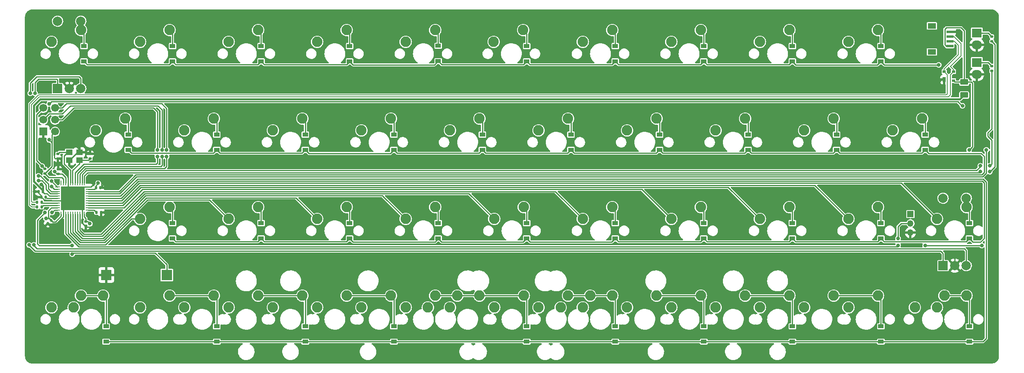
<source format=gbr>
%TF.GenerationSoftware,KiCad,Pcbnew,(6.0.7)*%
%TF.CreationDate,2022-12-24T21:51:58+01:00*%
%TF.ProjectId,Didaktik multilayout,44696461-6b74-4696-9b20-6d756c74696c,rev?*%
%TF.SameCoordinates,Original*%
%TF.FileFunction,Copper,L2,Bot*%
%TF.FilePolarity,Positive*%
%FSLAX46Y46*%
G04 Gerber Fmt 4.6, Leading zero omitted, Abs format (unit mm)*
G04 Created by KiCad (PCBNEW (6.0.7)) date 2022-12-24 21:51:58*
%MOMM*%
%LPD*%
G01*
G04 APERTURE LIST*
G04 Aperture macros list*
%AMRoundRect*
0 Rectangle with rounded corners*
0 $1 Rounding radius*
0 $2 $3 $4 $5 $6 $7 $8 $9 X,Y pos of 4 corners*
0 Add a 4 corners polygon primitive as box body*
4,1,4,$2,$3,$4,$5,$6,$7,$8,$9,$2,$3,0*
0 Add four circle primitives for the rounded corners*
1,1,$1+$1,$2,$3*
1,1,$1+$1,$4,$5*
1,1,$1+$1,$6,$7*
1,1,$1+$1,$8,$9*
0 Add four rect primitives between the rounded corners*
20,1,$1+$1,$2,$3,$4,$5,0*
20,1,$1+$1,$4,$5,$6,$7,0*
20,1,$1+$1,$6,$7,$8,$9,0*
20,1,$1+$1,$8,$9,$2,$3,0*%
G04 Aperture macros list end*
%TA.AperFunction,ComponentPad*%
%ADD10C,2.250000*%
%TD*%
%TA.AperFunction,ComponentPad*%
%ADD11O,2.159000X1.905000*%
%TD*%
%TA.AperFunction,ComponentPad*%
%ADD12R,2.159000X1.905000*%
%TD*%
%TA.AperFunction,ComponentPad*%
%ADD13R,2.000000X2.000000*%
%TD*%
%TA.AperFunction,ComponentPad*%
%ADD14C,2.000000*%
%TD*%
%TA.AperFunction,SMDPad,CuDef*%
%ADD15R,1.200000X0.900000*%
%TD*%
%TA.AperFunction,ComponentPad*%
%ADD16R,1.350000X1.350000*%
%TD*%
%TA.AperFunction,ComponentPad*%
%ADD17O,1.350000X1.350000*%
%TD*%
%TA.AperFunction,SMDPad,CuDef*%
%ADD18RoundRect,0.140000X0.170000X-0.140000X0.170000X0.140000X-0.170000X0.140000X-0.170000X-0.140000X0*%
%TD*%
%TA.AperFunction,SMDPad,CuDef*%
%ADD19RoundRect,0.135000X-0.135000X-0.185000X0.135000X-0.185000X0.135000X0.185000X-0.135000X0.185000X0*%
%TD*%
%TA.AperFunction,SMDPad,CuDef*%
%ADD20R,1.400000X1.200000*%
%TD*%
%TA.AperFunction,SMDPad,CuDef*%
%ADD21RoundRect,0.062500X-0.475000X-0.062500X0.475000X-0.062500X0.475000X0.062500X-0.475000X0.062500X0*%
%TD*%
%TA.AperFunction,SMDPad,CuDef*%
%ADD22RoundRect,0.062500X-0.062500X-0.475000X0.062500X-0.475000X0.062500X0.475000X-0.062500X0.475000X0*%
%TD*%
%TA.AperFunction,SMDPad,CuDef*%
%ADD23R,5.200000X5.200000*%
%TD*%
%TA.AperFunction,SMDPad,CuDef*%
%ADD24RoundRect,0.250000X-0.625000X0.375000X-0.625000X-0.375000X0.625000X-0.375000X0.625000X0.375000X0*%
%TD*%
%TA.AperFunction,SMDPad,CuDef*%
%ADD25R,1.800000X1.200000*%
%TD*%
%TA.AperFunction,SMDPad,CuDef*%
%ADD26R,1.550000X0.600000*%
%TD*%
%TA.AperFunction,ComponentPad*%
%ADD27C,1.700000*%
%TD*%
%TA.AperFunction,ComponentPad*%
%ADD28R,1.700000X1.700000*%
%TD*%
%TA.AperFunction,SMDPad,CuDef*%
%ADD29RoundRect,0.140000X-0.170000X0.140000X-0.170000X-0.140000X0.170000X-0.140000X0.170000X0.140000X0*%
%TD*%
%TA.AperFunction,SMDPad,CuDef*%
%ADD30RoundRect,0.135000X-0.185000X0.135000X-0.185000X-0.135000X0.185000X-0.135000X0.185000X0.135000X0*%
%TD*%
%TA.AperFunction,SMDPad,CuDef*%
%ADD31RoundRect,0.135000X0.185000X-0.135000X0.185000X0.135000X-0.185000X0.135000X-0.185000X-0.135000X0*%
%TD*%
%TA.AperFunction,SMDPad,CuDef*%
%ADD32R,0.700000X1.000000*%
%TD*%
%TA.AperFunction,SMDPad,CuDef*%
%ADD33R,0.700000X0.600000*%
%TD*%
%TA.AperFunction,SMDPad,CuDef*%
%ADD34RoundRect,0.140000X-0.140000X-0.170000X0.140000X-0.170000X0.140000X0.170000X-0.140000X0.170000X0*%
%TD*%
%TA.AperFunction,SMDPad,CuDef*%
%ADD35RoundRect,0.140000X0.140000X0.170000X-0.140000X0.170000X-0.140000X-0.170000X0.140000X-0.170000X0*%
%TD*%
%TA.AperFunction,SMDPad,CuDef*%
%ADD36R,2.300000X2.300000*%
%TD*%
%TA.AperFunction,SMDPad,CuDef*%
%ADD37RoundRect,0.140000X-0.021213X0.219203X-0.219203X0.021213X0.021213X-0.219203X0.219203X-0.021213X0*%
%TD*%
%TA.AperFunction,ViaPad*%
%ADD38C,0.800000*%
%TD*%
%TA.AperFunction,Conductor*%
%ADD39C,0.250000*%
%TD*%
%TA.AperFunction,Conductor*%
%ADD40C,0.200000*%
%TD*%
%TA.AperFunction,Conductor*%
%ADD41C,0.381000*%
%TD*%
G04 APERTURE END LIST*
D10*
%TO.P,SW33,1,1*%
%TO.N,COL2*%
X85090000Y-95885000D03*
%TO.P,SW33,2,2*%
%TO.N,Net-(D12-Pad2)*%
X91440000Y-93345000D03*
%TD*%
%TO.P,SW15,1,1*%
%TO.N,COL4*%
X123190000Y-57785000D03*
%TO.P,SW15,2,2*%
%TO.N,Net-(D18-Pad2)*%
X129540000Y-55245000D03*
%TD*%
%TO.P,SW36c1,1,1*%
%TO.N,COL4*%
X132715000Y-95885000D03*
%TO.P,SW36c1,2,2*%
%TO.N,Net-(D20-Pad2)*%
X139065000Y-93345000D03*
%TD*%
%TO.P,SW7,1,1*%
%TO.N,COL6*%
X151765000Y-38735000D03*
%TO.P,SW7,2,2*%
%TO.N,Net-(D26-Pad2)*%
X158115000Y-36195000D03*
%TD*%
%TO.P,SW27,1,1*%
%TO.N,COL6*%
X170815000Y-76835000D03*
%TO.P,SW27,2,2*%
%TO.N,Net-(D28-Pad2)*%
X177165000Y-74295000D03*
%TD*%
%TO.P,SW34b1,1,1*%
%TO.N,COL3*%
X104140000Y-95885000D03*
%TO.P,SW34b1,2,2*%
%TO.N,Net-(D16-Pad2)*%
X110490000Y-93345000D03*
%TD*%
%TO.P,SW14,1,1*%
%TO.N,COL3*%
X104140000Y-57785000D03*
%TO.P,SW14,2,2*%
%TO.N,Net-(D14-Pad2)*%
X110490000Y-55245000D03*
%TD*%
%TO.P,SW33a1,1,1*%
%TO.N,COL2*%
X75565000Y-95885000D03*
%TO.P,SW33a1,2,2*%
%TO.N,Net-(D12-Pad2)*%
X81915000Y-93345000D03*
%TD*%
%TO.P,SW9,1,1*%
%TO.N,COL8*%
X189865000Y-38735000D03*
%TO.P,SW9,2,2*%
%TO.N,Net-(D34-Pad2)*%
X196215000Y-36195000D03*
%TD*%
D11*
%TO.P,D42,1,K*%
%TO.N,GND*%
X236537500Y-45720000D03*
D12*
%TO.P,D42,2,A*%
%TO.N,Net-(D42-Pad2)*%
X236537500Y-43180000D03*
%TD*%
D10*
%TO.P,SW29,1,1*%
%TO.N,COL8*%
X208915000Y-76835000D03*
%TO.P,SW29,2,2*%
%TO.N,Net-(D36-Pad2)*%
X215265000Y-74295000D03*
%TD*%
%TO.P,SW8,1,1*%
%TO.N,COL7*%
X170815000Y-38735000D03*
%TO.P,SW8,2,2*%
%TO.N,Net-(D30-Pad2)*%
X177165000Y-36195000D03*
%TD*%
%TO.P,SW35b1,1,1*%
%TO.N,COL4*%
X113665000Y-95885000D03*
%TO.P,SW35b1,2,2*%
%TO.N,Net-(D20-Pad2)*%
X120015000Y-93345000D03*
%TD*%
%TO.P,SW2,1,1*%
%TO.N,COL1*%
X56515000Y-38735000D03*
%TO.P,SW2,2,2*%
%TO.N,Net-(D5-Pad2)*%
X62865000Y-36195000D03*
%TD*%
%TO.P,SW34,1,1*%
%TO.N,COL3*%
X104140000Y-95885000D03*
%TO.P,SW34,2,2*%
%TO.N,Net-(D16-Pad2)*%
X110490000Y-93345000D03*
%TD*%
%TO.P,SW24,1,1*%
%TO.N,COL3*%
X113665000Y-76835000D03*
%TO.P,SW24,2,2*%
%TO.N,Net-(D15-Pad2)*%
X120015000Y-74295000D03*
%TD*%
%TO.P,SW31,1,1*%
%TO.N,COL0*%
X42227500Y-95885000D03*
%TO.P,SW31,2,2*%
%TO.N,Net-(D4-Pad2)*%
X48577500Y-93345000D03*
%TD*%
%TO.P,SW37a1,1,1*%
%TO.N,COL6*%
X170815000Y-95885000D03*
%TO.P,SW37a1,2,2*%
%TO.N,Net-(D29-Pad2)*%
X177165000Y-93345000D03*
%TD*%
%TO.P,SW20,1,1*%
%TO.N,COL9*%
X218440000Y-57785000D03*
%TO.P,SW20,2,2*%
%TO.N,Net-(D39-Pad2)*%
X224790000Y-55245000D03*
%TD*%
%TO.P,SW5,1,1*%
%TO.N,COL4*%
X113665000Y-38735000D03*
%TO.P,SW5,2,2*%
%TO.N,Net-(D17-Pad2)*%
X120015000Y-36195000D03*
%TD*%
%TO.P,SW40a1,1,1*%
%TO.N,COL9*%
X227965000Y-95885000D03*
%TO.P,SW40a1,2,2*%
%TO.N,Net-(D41-Pad2)*%
X234315000Y-93345000D03*
%TD*%
%TO.P,SW35,1,1*%
%TO.N,COL4*%
X123190000Y-95885000D03*
%TO.P,SW35,2,2*%
%TO.N,Net-(D20-Pad2)*%
X129540000Y-93345000D03*
%TD*%
%TO.P,SW31a1,1,1*%
%TO.N,COL0*%
X37465000Y-95885000D03*
%TO.P,SW31a1,2,2*%
%TO.N,Net-(D4-Pad2)*%
X43815000Y-93345000D03*
%TD*%
%TO.P,SW38,1,1*%
%TO.N,COL7*%
X180340000Y-95885000D03*
%TO.P,SW38,2,2*%
%TO.N,Net-(D33-Pad2)*%
X186690000Y-93345000D03*
%TD*%
%TO.P,SW12,1,1*%
%TO.N,COL1*%
X66040000Y-57785000D03*
%TO.P,SW12,2,2*%
%TO.N,Net-(D6-Pad2)*%
X72390000Y-55245000D03*
%TD*%
%TO.P,SW22,1,1*%
%TO.N,COL1*%
X75565000Y-76835000D03*
%TO.P,SW22,2,2*%
%TO.N,Net-(D7-Pad2)*%
X81915000Y-74295000D03*
%TD*%
%TO.P,SW36a1,1,1*%
%TO.N,COL5*%
X147002500Y-95885000D03*
%TO.P,SW36a1,2,2*%
%TO.N,Net-(D24-Pad2)*%
X153352500Y-93345000D03*
%TD*%
%TO.P,SW36b1,1,1*%
%TO.N,COL5*%
X151765000Y-95885000D03*
%TO.P,SW36b1,2,2*%
%TO.N,Net-(D24-Pad2)*%
X158115000Y-93345000D03*
%TD*%
%TO.P,SW10,1,1*%
%TO.N,COL9*%
X208915000Y-38735000D03*
%TO.P,SW10,2,2*%
%TO.N,Net-(D38-Pad2)*%
X215265000Y-36195000D03*
%TD*%
D11*
%TO.P,D43,1,K*%
%TO.N,GND*%
X236537500Y-39370000D03*
D12*
%TO.P,D43,2,A*%
%TO.N,Net-(D43-Pad2)*%
X236537500Y-36830000D03*
%TD*%
D10*
%TO.P,SW35c1,1,1*%
%TO.N,COL4*%
X132715000Y-95885000D03*
%TO.P,SW35c1,2,2*%
%TO.N,Net-(D20-Pad2)*%
X139065000Y-93345000D03*
%TD*%
%TO.P,SW6,1,1*%
%TO.N,COL5*%
X132588000Y-38735000D03*
%TO.P,SW6,2,2*%
%TO.N,Net-(D21-Pad2)*%
X138938000Y-36195000D03*
%TD*%
%TO.P,SW19,1,1*%
%TO.N,COL8*%
X199390000Y-57785000D03*
%TO.P,SW19,2,2*%
%TO.N,Net-(D35-Pad2)*%
X205740000Y-55245000D03*
%TD*%
%TO.P,SW3,1,1*%
%TO.N,COL2*%
X75565000Y-38735000D03*
%TO.P,SW3,2,2*%
%TO.N,Net-(D9-Pad2)*%
X81915000Y-36195000D03*
%TD*%
%TO.P,SW17,1,1*%
%TO.N,COL6*%
X161290000Y-57785000D03*
%TO.P,SW17,2,2*%
%TO.N,Net-(D27-Pad2)*%
X167640000Y-55245000D03*
%TD*%
%TO.P,SW39,1,1*%
%TO.N,COL8*%
X199390000Y-95885000D03*
%TO.P,SW39,2,2*%
%TO.N,Net-(D37-Pad2)*%
X205740000Y-93345000D03*
%TD*%
%TO.P,SW11,1,1*%
%TO.N,COL0*%
X46990000Y-57785000D03*
%TO.P,SW11,2,2*%
%TO.N,Net-(D2-Pad2)*%
X53340000Y-55245000D03*
%TD*%
%TO.P,SW21,1,1*%
%TO.N,COL0*%
X56515000Y-76835000D03*
%TO.P,SW21,2,2*%
%TO.N,Net-(D3-Pad2)*%
X62865000Y-74295000D03*
%TD*%
%TO.P,SW16,1,1*%
%TO.N,COL5*%
X142240000Y-57785000D03*
%TO.P,SW16,2,2*%
%TO.N,Net-(D22-Pad2)*%
X148590000Y-55245000D03*
%TD*%
%TO.P,SW18,1,1*%
%TO.N,COL7*%
X180340000Y-57785000D03*
%TO.P,SW18,2,2*%
%TO.N,Net-(D31-Pad2)*%
X186690000Y-55245000D03*
%TD*%
D13*
%TO.P,SW42,A,A*%
%TO.N,ROTARY_C*%
X229275000Y-86875000D03*
D14*
%TO.P,SW42,B,B*%
%TO.N,ROTARY_D*%
X234275000Y-86875000D03*
%TO.P,SW42,C,C*%
%TO.N,GND*%
X231775000Y-86875000D03*
%TO.P,SW42,S1,S1*%
%TO.N,Net-(D40-Pad2)*%
X234275000Y-72375000D03*
%TO.P,SW42,S2,S2*%
%TO.N,COL9*%
X229275000Y-72375000D03*
%TD*%
D10*
%TO.P,SW32a1,1,1*%
%TO.N,COL1*%
X56515000Y-95885000D03*
%TO.P,SW32a1,2,2*%
%TO.N,Net-(D8-Pad2)*%
X62865000Y-93345000D03*
%TD*%
%TO.P,SW37b1,1,1*%
%TO.N,COL6*%
X161290000Y-95885000D03*
%TO.P,SW37b1,2,2*%
%TO.N,Net-(D29-Pad2)*%
X167640000Y-93345000D03*
%TD*%
%TO.P,SW34a1,1,1*%
%TO.N,COL3*%
X94615000Y-95885000D03*
%TO.P,SW34a1,2,2*%
%TO.N,Net-(D16-Pad2)*%
X100965000Y-93345000D03*
%TD*%
%TO.P,SW36,1,1*%
%TO.N,COL5*%
X142240000Y-95885000D03*
%TO.P,SW36,2,2*%
%TO.N,Net-(D24-Pad2)*%
X148590000Y-93345000D03*
%TD*%
%TO.P,SW28,1,1*%
%TO.N,COL7*%
X189865000Y-76835000D03*
%TO.P,SW28,2,2*%
%TO.N,Net-(D32-Pad2)*%
X196215000Y-74295000D03*
%TD*%
%TO.P,SW1,1,1*%
%TO.N,COL0*%
X37465000Y-38735000D03*
%TO.P,SW1,2,2*%
%TO.N,Net-(D1-Pad2)*%
X43815000Y-36195000D03*
%TD*%
%TO.P,SW40,1,1*%
%TO.N,COL9*%
X223202500Y-95885000D03*
%TO.P,SW40,2,2*%
%TO.N,Net-(D41-Pad2)*%
X229552500Y-93345000D03*
%TD*%
%TO.P,SW39a1,1,1*%
%TO.N,COL8*%
X208915000Y-95885000D03*
%TO.P,SW39a1,2,2*%
%TO.N,Net-(D37-Pad2)*%
X215265000Y-93345000D03*
%TD*%
%TO.P,SW37,1,1*%
%TO.N,COL6*%
X161290000Y-95885000D03*
%TO.P,SW37,2,2*%
%TO.N,Net-(D29-Pad2)*%
X167640000Y-93345000D03*
%TD*%
%TO.P,SW4,1,1*%
%TO.N,COL3*%
X94615000Y-38735000D03*
%TO.P,SW4,2,2*%
%TO.N,Net-(D13-Pad2)*%
X100965000Y-36195000D03*
%TD*%
%TO.P,SW35a1,1,1*%
%TO.N,COL4*%
X118427500Y-95885000D03*
%TO.P,SW35a1,2,2*%
%TO.N,Net-(D20-Pad2)*%
X124777500Y-93345000D03*
%TD*%
%TO.P,SW32,1,1*%
%TO.N,COL1*%
X66040000Y-95885000D03*
%TO.P,SW32,2,2*%
%TO.N,Net-(D8-Pad2)*%
X72390000Y-93345000D03*
%TD*%
%TO.P,SW26,1,1*%
%TO.N,COL5*%
X151765000Y-76835000D03*
%TO.P,SW26,2,2*%
%TO.N,Net-(D23-Pad2)*%
X158115000Y-74295000D03*
%TD*%
%TO.P,SW30,1,1*%
%TO.N,COL9*%
X227965000Y-76835000D03*
%TO.P,SW30,2,2*%
%TO.N,Net-(D40-Pad2)*%
X234315000Y-74295000D03*
%TD*%
%TO.P,SW38a1,1,1*%
%TO.N,COL7*%
X189865000Y-95885000D03*
%TO.P,SW38a1,2,2*%
%TO.N,Net-(D33-Pad2)*%
X196215000Y-93345000D03*
%TD*%
%TO.P,SW13,1,1*%
%TO.N,COL2*%
X85090000Y-57785000D03*
%TO.P,SW13,2,2*%
%TO.N,Net-(D10-Pad2)*%
X91440000Y-55245000D03*
%TD*%
D13*
%TO.P,SW41,A,A*%
%TO.N,ROTARY_A*%
X38775000Y-48775000D03*
D14*
%TO.P,SW41,B,B*%
%TO.N,ROTARY_B*%
X43775000Y-48775000D03*
%TO.P,SW41,C,C*%
%TO.N,GND*%
X41275000Y-48775000D03*
%TO.P,SW41,S1,S1*%
%TO.N,Net-(D1-Pad2)*%
X43775000Y-34275000D03*
%TO.P,SW41,S2,S2*%
%TO.N,COL0*%
X38775000Y-34275000D03*
%TD*%
D10*
%TO.P,SW25,1,1*%
%TO.N,COL4*%
X132715000Y-76835000D03*
%TO.P,SW25,2,2*%
%TO.N,Net-(D19-Pad2)*%
X139065000Y-74295000D03*
%TD*%
%TO.P,SW23,1,1*%
%TO.N,COL2*%
X94615000Y-76835000D03*
%TO.P,SW23,2,2*%
%TO.N,Net-(D11-Pad2)*%
X100965000Y-74295000D03*
%TD*%
D15*
%TO.P,D29,1,K*%
%TO.N,ROW3*%
X177800000Y-103250000D03*
%TO.P,D29,2,A*%
%TO.N,Net-(D29-Pad2)*%
X177800000Y-99950000D03*
%TD*%
D16*
%TO.P,J3,1,Pin_1*%
%TO.N,VCC*%
X222250000Y-75787500D03*
D17*
%TO.P,J3,2,Pin_2*%
%TO.N,RGB*%
X222250000Y-77787500D03*
%TO.P,J3,3,Pin_3*%
%TO.N,GND*%
X222250000Y-79787500D03*
%TD*%
D15*
%TO.P,D6,1,K*%
%TO.N,ROW1*%
X73025000Y-61975000D03*
%TO.P,D6,2,A*%
%TO.N,Net-(D6-Pad2)*%
X73025000Y-58675000D03*
%TD*%
D18*
%TO.P,C1,1*%
%TO.N,+5V*%
X38925500Y-67119250D03*
%TO.P,C1,2*%
%TO.N,GND*%
X38925500Y-66159250D03*
%TD*%
D15*
%TO.P,D14,1,K*%
%TO.N,ROW1*%
X111125000Y-61975000D03*
%TO.P,D14,2,A*%
%TO.N,Net-(D14-Pad2)*%
X111125000Y-58675000D03*
%TD*%
%TO.P,D40,1,K*%
%TO.N,ROW2*%
X234950000Y-81025000D03*
%TO.P,D40,2,A*%
%TO.N,Net-(D40-Pad2)*%
X234950000Y-77725000D03*
%TD*%
%TO.P,D8,1,K*%
%TO.N,ROW3*%
X73025000Y-103250000D03*
%TO.P,D8,2,A*%
%TO.N,Net-(D8-Pad2)*%
X73025000Y-99950000D03*
%TD*%
%TO.P,D3,1,K*%
%TO.N,ROW2*%
X63500000Y-81025000D03*
%TO.P,D3,2,A*%
%TO.N,Net-(D3-Pad2)*%
X63500000Y-77725000D03*
%TD*%
%TO.P,D36,1,K*%
%TO.N,ROW2*%
X215900000Y-81025000D03*
%TO.P,D36,2,A*%
%TO.N,Net-(D36-Pad2)*%
X215900000Y-77725000D03*
%TD*%
%TO.P,D32,1,K*%
%TO.N,ROW2*%
X196850000Y-81025000D03*
%TO.P,D32,2,A*%
%TO.N,Net-(D32-Pad2)*%
X196850000Y-77725000D03*
%TD*%
D18*
%TO.P,C4,1*%
%TO.N,GND*%
X38798500Y-63817250D03*
%TO.P,C4,2*%
%TO.N,XTAL2*%
X38798500Y-62857250D03*
%TD*%
D15*
%TO.P,D1,1,K*%
%TO.N,ROW0*%
X44450000Y-42925000D03*
%TO.P,D1,2,A*%
%TO.N,Net-(D1-Pad2)*%
X44450000Y-39625000D03*
%TD*%
D19*
%TO.P,R4,1*%
%TO.N,Net-(R4-Pad1)*%
X47115000Y-75438000D03*
%TO.P,R4,2*%
%TO.N,GND*%
X48135000Y-75438000D03*
%TD*%
D20*
%TO.P,Y1,1,1*%
%TO.N,XTAL1*%
X43454500Y-64187250D03*
%TO.P,Y1,2,2*%
%TO.N,GND*%
X41254500Y-64187250D03*
%TO.P,Y1,3,3*%
%TO.N,XTAL2*%
X41254500Y-62487250D03*
%TO.P,Y1,4,4*%
%TO.N,GND*%
X43454500Y-62487250D03*
%TD*%
D15*
%TO.P,D15,1,K*%
%TO.N,ROW2*%
X120650000Y-81025000D03*
%TO.P,D15,2,A*%
%TO.N,Net-(D15-Pad2)*%
X120650000Y-77725000D03*
%TD*%
D21*
%TO.P,U1,1,PE6*%
%TO.N,Net-(U1-Pad1)*%
X38699500Y-74917750D03*
%TO.P,U1,2,UVCC*%
%TO.N,+5V*%
X38699500Y-74417750D03*
%TO.P,U1,3,D-*%
%TO.N,Net-(R1-Pad2)*%
X38699500Y-73917750D03*
%TO.P,U1,4,D+*%
%TO.N,Net-(R2-Pad2)*%
X38699500Y-73417750D03*
%TO.P,U1,5,UGND*%
%TO.N,GND*%
X38699500Y-72917750D03*
%TO.P,U1,6,UCAP*%
%TO.N,Net-(C6-Pad1)*%
X38699500Y-72417750D03*
%TO.P,U1,7,VBUS*%
%TO.N,+5V*%
X38699500Y-71917750D03*
%TO.P,U1,8,PB0*%
%TO.N,ROTARY_D*%
X38699500Y-71417750D03*
%TO.P,U1,9,PB1*%
%TO.N,ROTARY_C*%
X38699500Y-70917750D03*
%TO.P,U1,10,PB2*%
%TO.N,ROTARY_B*%
X38699500Y-70417750D03*
%TO.P,U1,11,PB3*%
%TO.N,ROTARY_A*%
X38699500Y-69917750D03*
D22*
%TO.P,U1,12,PB7*%
%TO.N,unconnected-(U1-Pad12)*%
X39537000Y-69080250D03*
%TO.P,U1,13,~{RESET}*%
%TO.N,RESET*%
X40037000Y-69080250D03*
%TO.P,U1,14,VCC*%
%TO.N,+5V*%
X40537000Y-69080250D03*
%TO.P,U1,15,GND*%
%TO.N,GND*%
X41037000Y-69080250D03*
%TO.P,U1,16,XTAL2*%
%TO.N,XTAL2*%
X41537000Y-69080250D03*
%TO.P,U1,17,XTAL1*%
%TO.N,XTAL1*%
X42037000Y-69080250D03*
%TO.P,U1,18,PD0*%
%TO.N,SCK*%
X42537000Y-69080250D03*
%TO.P,U1,19,PD1*%
%TO.N,MOSI*%
X43037000Y-69080250D03*
%TO.P,U1,20,PD2*%
%TO.N,MISO*%
X43537000Y-69080250D03*
%TO.P,U1,21,PD3*%
%TO.N,LED Power*%
X44037000Y-69080250D03*
%TO.P,U1,22,PD5*%
%TO.N,LED capslock*%
X44537000Y-69080250D03*
D21*
%TO.P,U1,23,GND*%
%TO.N,GND*%
X45374500Y-69917750D03*
%TO.P,U1,24,AVCC*%
%TO.N,+5V*%
X45374500Y-70417750D03*
%TO.P,U1,25,PD4*%
%TO.N,ROW1*%
X45374500Y-70917750D03*
%TO.P,U1,26,PD6*%
%TO.N,ROW0*%
X45374500Y-71417750D03*
%TO.P,U1,27,PD7*%
%TO.N,ROW3*%
X45374500Y-71917750D03*
%TO.P,U1,28,PB4*%
%TO.N,ROW2*%
X45374500Y-72417750D03*
%TO.P,U1,29,PB5*%
%TO.N,COL9*%
X45374500Y-72917750D03*
%TO.P,U1,30,PB6*%
%TO.N,COL8*%
X45374500Y-73417750D03*
%TO.P,U1,31,PC6*%
%TO.N,COL7*%
X45374500Y-73917750D03*
%TO.P,U1,32,PC7*%
%TO.N,COL6*%
X45374500Y-74417750D03*
%TO.P,U1,33,~{HWB}/PE2*%
%TO.N,Net-(R4-Pad1)*%
X45374500Y-74917750D03*
D22*
%TO.P,U1,34,VCC*%
%TO.N,+5V*%
X44537000Y-75755250D03*
%TO.P,U1,35,GND*%
%TO.N,GND*%
X44037000Y-75755250D03*
%TO.P,U1,36,PF7*%
%TO.N,COL5*%
X43537000Y-75755250D03*
%TO.P,U1,37,PF6*%
%TO.N,COL4*%
X43037000Y-75755250D03*
%TO.P,U1,38,PF5*%
%TO.N,COL3*%
X42537000Y-75755250D03*
%TO.P,U1,39,PF4*%
%TO.N,COL2*%
X42037000Y-75755250D03*
%TO.P,U1,40,PF1*%
%TO.N,COL1*%
X41537000Y-75755250D03*
%TO.P,U1,41,PF0*%
%TO.N,COL0*%
X41037000Y-75755250D03*
%TO.P,U1,42,AREF*%
%TO.N,RGB*%
X40537000Y-75755250D03*
%TO.P,U1,43,GND*%
%TO.N,GND*%
X40037000Y-75755250D03*
%TO.P,U1,44,AVCC*%
%TO.N,+5V*%
X39537000Y-75755250D03*
D23*
%TO.P,U1,45,GND*%
%TO.N,GND*%
X42037000Y-72417750D03*
%TD*%
D15*
%TO.P,D34,1,K*%
%TO.N,ROW0*%
X196850000Y-42925000D03*
%TO.P,D34,2,A*%
%TO.N,Net-(D34-Pad2)*%
X196850000Y-39625000D03*
%TD*%
%TO.P,D23,1,K*%
%TO.N,ROW2*%
X158750000Y-81025000D03*
%TO.P,D23,2,A*%
%TO.N,Net-(D23-Pad2)*%
X158750000Y-77725000D03*
%TD*%
%TO.P,D21,1,K*%
%TO.N,ROW0*%
X139700000Y-42925000D03*
%TO.P,D21,2,A*%
%TO.N,Net-(D21-Pad2)*%
X139700000Y-39625000D03*
%TD*%
%TO.P,D39,1,K*%
%TO.N,ROW1*%
X225425000Y-61975000D03*
%TO.P,D39,2,A*%
%TO.N,Net-(D39-Pad2)*%
X225425000Y-58675000D03*
%TD*%
%TO.P,D30,1,K*%
%TO.N,ROW0*%
X177800000Y-42925000D03*
%TO.P,D30,2,A*%
%TO.N,Net-(D30-Pad2)*%
X177800000Y-39625000D03*
%TD*%
%TO.P,D41,1,K*%
%TO.N,ROW3*%
X234950000Y-103250000D03*
%TO.P,D41,2,A*%
%TO.N,Net-(D41-Pad2)*%
X234950000Y-99950000D03*
%TD*%
%TO.P,D20,1,K*%
%TO.N,ROW3*%
X139700000Y-103250000D03*
%TO.P,D20,2,A*%
%TO.N,Net-(D20-Pad2)*%
X139700000Y-99950000D03*
%TD*%
%TO.P,D24,1,K*%
%TO.N,ROW3*%
X158750000Y-103250000D03*
%TO.P,D24,2,A*%
%TO.N,Net-(D24-Pad2)*%
X158750000Y-99950000D03*
%TD*%
D24*
%TO.P,F1,1*%
%TO.N,VCC*%
X233807000Y-47368000D03*
%TO.P,F1,2*%
%TO.N,+5V*%
X233807000Y-50168000D03*
%TD*%
D15*
%TO.P,D26,1,K*%
%TO.N,ROW0*%
X158750000Y-42925000D03*
%TO.P,D26,2,A*%
%TO.N,Net-(D26-Pad2)*%
X158750000Y-39625000D03*
%TD*%
%TO.P,D22,1,K*%
%TO.N,ROW1*%
X149225000Y-61975000D03*
%TO.P,D22,2,A*%
%TO.N,Net-(D22-Pad2)*%
X149225000Y-58675000D03*
%TD*%
D25*
%TO.P,J1,*%
%TO.N,*%
X226850000Y-35300000D03*
X226850000Y-40900000D03*
D26*
%TO.P,J1,1,Pin_1*%
%TO.N,VCC*%
X230725000Y-39600000D03*
%TO.P,J1,2,Pin_2*%
%TO.N,D-*%
X230725000Y-38600000D03*
%TO.P,J1,3,Pin_3*%
%TO.N,D+*%
X230725000Y-37600000D03*
%TO.P,J1,4,Pin_4*%
%TO.N,GND*%
X230725000Y-36600000D03*
%TD*%
D15*
%TO.P,D13,1,K*%
%TO.N,ROW0*%
X101600000Y-42925000D03*
%TO.P,D13,2,A*%
%TO.N,Net-(D13-Pad2)*%
X101600000Y-39625000D03*
%TD*%
D27*
%TO.P,J2,1,MISO*%
%TO.N,MISO*%
X38227000Y-52959000D03*
%TO.P,J2,2,VCC*%
%TO.N,+5V*%
X35687000Y-52959000D03*
%TO.P,J2,3,SCK*%
%TO.N,SCK*%
X38227000Y-55499000D03*
%TO.P,J2,4,MOSI*%
%TO.N,MOSI*%
X35687000Y-55499000D03*
%TO.P,J2,5,~{RST}*%
%TO.N,RESET*%
X38227000Y-58039000D03*
D28*
%TO.P,J2,6,GND*%
%TO.N,GND*%
X35687000Y-58039000D03*
%TD*%
D29*
%TO.P,C3,1*%
%TO.N,GND*%
X45783500Y-62857250D03*
%TO.P,C3,2*%
%TO.N,XTAL1*%
X45783500Y-63817250D03*
%TD*%
D15*
%TO.P,D7,1,K*%
%TO.N,ROW2*%
X82550000Y-81025000D03*
%TO.P,D7,2,A*%
%TO.N,Net-(D7-Pad2)*%
X82550000Y-77725000D03*
%TD*%
%TO.P,D4,1,K*%
%TO.N,ROW3*%
X49212500Y-103250000D03*
%TO.P,D4,2,A*%
%TO.N,Net-(D4-Pad2)*%
X49212500Y-99950000D03*
%TD*%
D19*
%TO.P,R2,1*%
%TO.N,D+*%
X34351500Y-73243250D03*
%TO.P,R2,2*%
%TO.N,Net-(R2-Pad2)*%
X35371500Y-73243250D03*
%TD*%
D15*
%TO.P,D38,1,K*%
%TO.N,ROW0*%
X215900000Y-42925000D03*
%TO.P,D38,2,A*%
%TO.N,Net-(D38-Pad2)*%
X215900000Y-39625000D03*
%TD*%
D30*
%TO.P,R3,1*%
%TO.N,+5V*%
X36068000Y-66065750D03*
%TO.P,R3,2*%
%TO.N,RESET*%
X36068000Y-67085750D03*
%TD*%
D15*
%TO.P,D31,1,K*%
%TO.N,ROW1*%
X187325000Y-61975000D03*
%TO.P,D31,2,A*%
%TO.N,Net-(D31-Pad2)*%
X187325000Y-58675000D03*
%TD*%
%TO.P,D2,1,K*%
%TO.N,ROW1*%
X53975000Y-61975000D03*
%TO.P,D2,2,A*%
%TO.N,Net-(D2-Pad2)*%
X53975000Y-58675000D03*
%TD*%
%TO.P,D9,1,K*%
%TO.N,ROW0*%
X82550000Y-42925000D03*
%TO.P,D9,2,A*%
%TO.N,Net-(D9-Pad2)*%
X82550000Y-39625000D03*
%TD*%
%TO.P,D12,1,K*%
%TO.N,ROW3*%
X92075000Y-103250000D03*
%TO.P,D12,2,A*%
%TO.N,Net-(D12-Pad2)*%
X92075000Y-99950000D03*
%TD*%
%TO.P,D35,1,K*%
%TO.N,ROW1*%
X206375000Y-61975000D03*
%TO.P,D35,2,A*%
%TO.N,Net-(D35-Pad2)*%
X206375000Y-58675000D03*
%TD*%
D31*
%TO.P,R9,1*%
%TO.N,LED capslock*%
X239769074Y-38610000D03*
%TO.P,R9,2*%
%TO.N,Net-(D43-Pad2)*%
X239769074Y-37590000D03*
%TD*%
D15*
%TO.P,D33,1,K*%
%TO.N,ROW3*%
X196850000Y-103250000D03*
%TO.P,D33,2,A*%
%TO.N,Net-(D33-Pad2)*%
X196850000Y-99950000D03*
%TD*%
%TO.P,D17,1,K*%
%TO.N,ROW0*%
X120650000Y-42862500D03*
%TO.P,D17,2,A*%
%TO.N,Net-(D17-Pad2)*%
X120650000Y-39562500D03*
%TD*%
%TO.P,D27,1,K*%
%TO.N,ROW1*%
X168275000Y-61975000D03*
%TO.P,D27,2,A*%
%TO.N,Net-(D27-Pad2)*%
X168275000Y-58675000D03*
%TD*%
D32*
%TO.P,D25,1,GND*%
%TO.N,GND*%
X229505000Y-46851000D03*
D33*
%TO.P,D25,2,I/O1*%
%TO.N,D-*%
X229505000Y-45151000D03*
%TO.P,D25,3,I/O2*%
%TO.N,D+*%
X231505000Y-45151000D03*
%TO.P,D25,4,VCC*%
%TO.N,VCC*%
X231505000Y-47051000D03*
%TD*%
D15*
%TO.P,D16,1,K*%
%TO.N,ROW3*%
X111125000Y-103250000D03*
%TO.P,D16,2,A*%
%TO.N,Net-(D16-Pad2)*%
X111125000Y-99950000D03*
%TD*%
%TO.P,D28,1,K*%
%TO.N,ROW2*%
X177800000Y-81025000D03*
%TO.P,D28,2,A*%
%TO.N,Net-(D28-Pad2)*%
X177800000Y-77725000D03*
%TD*%
%TO.P,D18,1,K*%
%TO.N,ROW1*%
X130175000Y-61975000D03*
%TO.P,D18,2,A*%
%TO.N,Net-(D18-Pad2)*%
X130175000Y-58675000D03*
%TD*%
D31*
%TO.P,R8,1*%
%TO.N,LED Power*%
X239712500Y-44960000D03*
%TO.P,R8,2*%
%TO.N,Net-(D42-Pad2)*%
X239712500Y-43940000D03*
%TD*%
D15*
%TO.P,D5,1,K*%
%TO.N,ROW0*%
X63500000Y-42925000D03*
%TO.P,D5,2,A*%
%TO.N,Net-(D5-Pad2)*%
X63500000Y-39625000D03*
%TD*%
%TO.P,D19,1,K*%
%TO.N,ROW2*%
X139700000Y-81025000D03*
%TO.P,D19,2,A*%
%TO.N,Net-(D19-Pad2)*%
X139700000Y-77725000D03*
%TD*%
D34*
%TO.P,C5,1*%
%TO.N,+5V*%
X47018000Y-70104000D03*
%TO.P,C5,2*%
%TO.N,GND*%
X47978000Y-70104000D03*
%TD*%
D15*
%TO.P,D10,1,K*%
%TO.N,ROW1*%
X92075000Y-61975000D03*
%TO.P,D10,2,A*%
%TO.N,Net-(D10-Pad2)*%
X92075000Y-58675000D03*
%TD*%
D19*
%TO.P,R1,1*%
%TO.N,D-*%
X34351500Y-74259250D03*
%TO.P,R1,2*%
%TO.N,Net-(R1-Pad2)*%
X35371500Y-74259250D03*
%TD*%
D29*
%TO.P,C7,1*%
%TO.N,+5V*%
X44831000Y-77371000D03*
%TO.P,C7,2*%
%TO.N,GND*%
X44831000Y-78331000D03*
%TD*%
D35*
%TO.P,C6,1*%
%TO.N,Net-(C6-Pad1)*%
X36230500Y-72100250D03*
%TO.P,C6,2*%
%TO.N,GND*%
X35270500Y-72100250D03*
%TD*%
D36*
%TO.P,LS1,1,1*%
%TO.N,Net-(U1-Pad1)*%
X62253000Y-88900000D03*
%TO.P,LS1,2,2*%
%TO.N,GND*%
X49253000Y-88900000D03*
%TD*%
D15*
%TO.P,D37,1,K*%
%TO.N,ROW3*%
X215900000Y-103250000D03*
%TO.P,D37,2,A*%
%TO.N,Net-(D37-Pad2)*%
X215900000Y-99950000D03*
%TD*%
D37*
%TO.P,C2,1*%
%TO.N,+5V*%
X37359911Y-77094839D03*
%TO.P,C2,2*%
%TO.N,GND*%
X36681089Y-77773661D03*
%TD*%
D35*
%TO.P,C8,1*%
%TO.N,+5V*%
X35595500Y-70957250D03*
%TO.P,C8,2*%
%TO.N,GND*%
X34635500Y-70957250D03*
%TD*%
D15*
%TO.P,D11,1,K*%
%TO.N,ROW2*%
X101600000Y-81025000D03*
%TO.P,D11,2,A*%
%TO.N,Net-(D11-Pad2)*%
X101600000Y-77725000D03*
%TD*%
D38*
%TO.N,MOSI*%
X61230497Y-61969401D03*
X61230497Y-63418401D03*
%TO.N,MISO*%
X62230000Y-63418401D03*
X62230000Y-61969401D03*
%TO.N,LED capslock*%
X237292652Y-66599500D03*
X239299500Y-66675000D03*
%TO.N,LED Power*%
X237280353Y-65405000D03*
X239299500Y-65405000D03*
%TO.N,GND*%
X47244000Y-88900000D03*
X41275000Y-47117000D03*
X239649000Y-58674000D03*
X35877500Y-78577250D03*
X35687000Y-59817000D03*
X49407299Y-68702701D03*
X49022000Y-75438000D03*
X231775000Y-85090000D03*
X232492031Y-36599980D03*
X236534647Y-41127157D03*
X33865500Y-70953717D03*
X33881233Y-72103618D03*
X44831000Y-79375000D03*
X228346000Y-47498000D03*
X236537500Y-47476835D03*
X224282000Y-79756000D03*
%TO.N,+5V*%
X35246463Y-69442014D03*
X45720000Y-77851000D03*
X36258500Y-76672250D03*
X35433000Y-65432750D03*
X38114235Y-66667544D03*
X47498500Y-69114000D03*
%TO.N,ROTARY_A*%
X33909000Y-49784000D03*
X37465000Y-68707000D03*
%TO.N,Net-(U1-Pad1)*%
X41910000Y-82540500D03*
X36071424Y-75460576D03*
X41910000Y-84439500D03*
X37592000Y-75438000D03*
%TO.N,VCC*%
X234874569Y-61991086D03*
X225425000Y-82540500D03*
X237617000Y-82550000D03*
%TO.N,SCK*%
X60231020Y-63425536D03*
X60230994Y-61969401D03*
%TO.N,ROTARY_C*%
X32639000Y-82423000D03*
X34671000Y-67580497D03*
%TO.N,ROW0*%
X238584761Y-61957910D03*
X228346000Y-43688000D03*
%TO.N,RESET*%
X36957000Y-52098000D03*
X233437500Y-52462500D03*
X36957000Y-59817000D03*
%TO.N,ROTARY_B*%
X37496500Y-69850000D03*
X32893000Y-49784000D03*
%TO.N,ROTARY_D*%
X34671000Y-68580000D03*
X33655000Y-82423000D03*
%TO.N,RGB*%
X219583000Y-82540500D03*
X219583000Y-81019401D03*
%TD*%
D39*
%TO.N,Net-(D1-Pad2)*%
X43815000Y-36195000D02*
X44450000Y-36830000D01*
X43775000Y-36155000D02*
X43815000Y-36195000D01*
X44450000Y-36830000D02*
X44450000Y-39625000D01*
X43775000Y-34275000D02*
X43775000Y-36155000D01*
%TO.N,Net-(D2-Pad2)*%
X53975000Y-55880000D02*
X53975000Y-58675000D01*
X53340000Y-55245000D02*
X53975000Y-55880000D01*
%TO.N,Net-(D3-Pad2)*%
X63500000Y-74930000D02*
X63500000Y-77725000D01*
X62865000Y-74295000D02*
X63500000Y-74930000D01*
%TO.N,Net-(D4-Pad2)*%
X43815000Y-93345000D02*
X48577500Y-93345000D01*
X48577500Y-93345000D02*
X49212500Y-93980000D01*
X49212500Y-93980000D02*
X49212500Y-99950000D01*
%TO.N,Net-(D5-Pad2)*%
X63500000Y-36830000D02*
X63500000Y-39625000D01*
X62865000Y-36195000D02*
X63500000Y-36830000D01*
%TO.N,Net-(D6-Pad2)*%
X73025000Y-55880000D02*
X73025000Y-58675000D01*
X72390000Y-55245000D02*
X73025000Y-55880000D01*
%TO.N,Net-(D7-Pad2)*%
X81915000Y-74295000D02*
X82550000Y-74930000D01*
X82550000Y-74930000D02*
X82550000Y-77725000D01*
%TO.N,Net-(D8-Pad2)*%
X72390000Y-93345000D02*
X73025000Y-93980000D01*
X73025000Y-93980000D02*
X73025000Y-99950000D01*
X62865000Y-93345000D02*
X72390000Y-93345000D01*
%TO.N,Net-(D9-Pad2)*%
X81915000Y-36195000D02*
X82550000Y-36830000D01*
X82550000Y-36830000D02*
X82550000Y-39625000D01*
%TO.N,Net-(D10-Pad2)*%
X91440000Y-55245000D02*
X92075000Y-55880000D01*
X92075000Y-55880000D02*
X92075000Y-58675000D01*
%TO.N,Net-(D11-Pad2)*%
X100965000Y-74295000D02*
X101600000Y-74930000D01*
X101600000Y-74930000D02*
X101600000Y-77725000D01*
%TO.N,Net-(D12-Pad2)*%
X92075000Y-93980000D02*
X92075000Y-99950000D01*
X81915000Y-93345000D02*
X91440000Y-93345000D01*
X91440000Y-93345000D02*
X92075000Y-93980000D01*
%TO.N,Net-(D13-Pad2)*%
X100965000Y-36195000D02*
X101600000Y-36830000D01*
X101600000Y-36830000D02*
X101600000Y-39625000D01*
%TO.N,Net-(D14-Pad2)*%
X111125000Y-55880000D02*
X111125000Y-58675000D01*
X110490000Y-55245000D02*
X111125000Y-55880000D01*
%TO.N,Net-(D15-Pad2)*%
X120650000Y-74930000D02*
X120650000Y-77725000D01*
X120015000Y-74295000D02*
X120650000Y-74930000D01*
%TO.N,Net-(D17-Pad2)*%
X120650000Y-36830000D02*
X120650000Y-39562500D01*
X120015000Y-36195000D02*
X120650000Y-36830000D01*
%TO.N,Net-(D18-Pad2)*%
X129540000Y-55245000D02*
X130175000Y-55880000D01*
X130175000Y-55880000D02*
X130175000Y-58675000D01*
%TO.N,Net-(D19-Pad2)*%
X139065000Y-74295000D02*
X139700000Y-74930000D01*
X139700000Y-74930000D02*
X139700000Y-77725000D01*
%TO.N,Net-(D20-Pad2)*%
X139700000Y-93980000D02*
X139700000Y-99950000D01*
X120015000Y-93345000D02*
X124777500Y-93345000D01*
X124777500Y-93345000D02*
X129540000Y-93345000D01*
X139065000Y-93345000D02*
X139700000Y-93980000D01*
X129540000Y-93345000D02*
X139065000Y-93345000D01*
%TO.N,Net-(D21-Pad2)*%
X139700000Y-36957000D02*
X139700000Y-39625000D01*
X138938000Y-36195000D02*
X139700000Y-36957000D01*
%TO.N,Net-(D22-Pad2)*%
X149225000Y-55880000D02*
X149225000Y-58675000D01*
X148590000Y-55245000D02*
X149225000Y-55880000D01*
%TO.N,Net-(D23-Pad2)*%
X158750000Y-74930000D02*
X158750000Y-77725000D01*
X158115000Y-74295000D02*
X158750000Y-74930000D01*
%TO.N,Net-(D26-Pad2)*%
X158115000Y-36195000D02*
X158750000Y-36830000D01*
X158750000Y-36830000D02*
X158750000Y-39625000D01*
%TO.N,Net-(D27-Pad2)*%
X167640000Y-55245000D02*
X168275000Y-55880000D01*
X168275000Y-55880000D02*
X168275000Y-58675000D01*
%TO.N,Net-(D28-Pad2)*%
X177800000Y-74930000D02*
X177800000Y-77725000D01*
X177165000Y-74295000D02*
X177800000Y-74930000D01*
%TO.N,Net-(D29-Pad2)*%
X177800000Y-93980000D02*
X177800000Y-99950000D01*
X177165000Y-93345000D02*
X177800000Y-93980000D01*
X167640000Y-93345000D02*
X177165000Y-93345000D01*
%TO.N,Net-(D30-Pad2)*%
X177800000Y-36830000D02*
X177800000Y-39625000D01*
X177165000Y-36195000D02*
X177800000Y-36830000D01*
%TO.N,Net-(D31-Pad2)*%
X187325000Y-55880000D02*
X187325000Y-58675000D01*
X186690000Y-55245000D02*
X187325000Y-55880000D01*
%TO.N,Net-(D32-Pad2)*%
X196215000Y-74295000D02*
X196850000Y-74930000D01*
X196850000Y-74930000D02*
X196850000Y-77725000D01*
%TO.N,Net-(D33-Pad2)*%
X196215000Y-93345000D02*
X196850000Y-93980000D01*
X186690000Y-93345000D02*
X196215000Y-93345000D01*
X196850000Y-93980000D02*
X196850000Y-99950000D01*
%TO.N,Net-(D34-Pad2)*%
X196215000Y-36195000D02*
X196850000Y-36830000D01*
X196850000Y-36830000D02*
X196850000Y-39625000D01*
%TO.N,Net-(D35-Pad2)*%
X206375000Y-55880000D02*
X206375000Y-58675000D01*
X205740000Y-55245000D02*
X206375000Y-55880000D01*
%TO.N,Net-(D36-Pad2)*%
X215265000Y-74295000D02*
X215900000Y-74930000D01*
X215900000Y-74930000D02*
X215900000Y-77725000D01*
%TO.N,Net-(D37-Pad2)*%
X215265000Y-93345000D02*
X215900000Y-93980000D01*
X215900000Y-93980000D02*
X215900000Y-99950000D01*
X205740000Y-93345000D02*
X215265000Y-93345000D01*
%TO.N,Net-(D38-Pad2)*%
X215265000Y-36195000D02*
X215900000Y-36830000D01*
X215900000Y-36830000D02*
X215900000Y-39625000D01*
%TO.N,Net-(D39-Pad2)*%
X224790000Y-55245000D02*
X225425000Y-55880000D01*
X225425000Y-55880000D02*
X225425000Y-58675000D01*
%TO.N,Net-(D40-Pad2)*%
X234275000Y-72375000D02*
X234275000Y-74255000D01*
X234315000Y-74295000D02*
X234950000Y-74930000D01*
X234950000Y-74930000D02*
X234950000Y-77725000D01*
X234275000Y-74255000D02*
X234315000Y-74295000D01*
%TO.N,Net-(D41-Pad2)*%
X234315000Y-93345000D02*
X234950000Y-93980000D01*
X234950000Y-93980000D02*
X234950000Y-99950000D01*
X229552500Y-93345000D02*
X234315000Y-93345000D01*
%TO.N,COL0*%
X54616980Y-76835000D02*
X49086980Y-82365000D01*
X41037000Y-79905980D02*
X41037000Y-75755250D01*
X43496020Y-82365000D02*
X41037000Y-79905980D01*
X56515000Y-76835000D02*
X54616980Y-76835000D01*
X49086980Y-82365000D02*
X43496020Y-82365000D01*
%TO.N,COL1*%
X58091584Y-72724000D02*
X53279292Y-77536292D01*
X53279292Y-77536292D02*
X48915584Y-81900000D01*
X48915584Y-81900000D02*
X43667416Y-81900000D01*
X41537000Y-79769584D02*
X41537000Y-75755250D01*
X70612000Y-72724000D02*
X58166000Y-72724000D01*
X58166000Y-72724000D02*
X58091584Y-72724000D01*
X75565000Y-76835000D02*
X71454000Y-72724000D01*
X71454000Y-72724000D02*
X70612000Y-72724000D01*
X43667416Y-81900000D02*
X41537000Y-79769584D01*
%TO.N,COL3*%
X48542792Y-81000000D02*
X57718792Y-71824000D01*
X113665000Y-76835000D02*
X109220000Y-72390000D01*
X57718792Y-71824000D02*
X108654000Y-71824000D01*
X44040208Y-81000000D02*
X48542792Y-81000000D01*
X109220000Y-72390000D02*
X108701000Y-71871000D01*
X108654000Y-71824000D02*
X109220000Y-72390000D01*
X42537000Y-75755250D02*
X42537000Y-79496792D01*
X42537000Y-79496792D02*
X44040208Y-81000000D01*
%TO.N,COL4*%
X44226604Y-80550000D02*
X43037000Y-79360396D01*
X48356396Y-80550000D02*
X48038000Y-80550000D01*
X48292000Y-80550000D02*
X48038000Y-80550000D01*
X48038000Y-80550000D02*
X44226604Y-80550000D01*
X43037000Y-79360396D02*
X43037000Y-75755250D01*
X127254000Y-71374000D02*
X57532396Y-71374000D01*
X57532396Y-71374000D02*
X48356396Y-80550000D01*
X132715000Y-76835000D02*
X127254000Y-71374000D01*
%TO.N,Net-(R1-Pad2)*%
X38699500Y-73917750D02*
X35713000Y-73917750D01*
X35713000Y-73917750D02*
X35371500Y-74259250D01*
%TO.N,Net-(D43-Pad2)*%
X236537500Y-36830000D02*
X239009074Y-36830000D01*
X239009074Y-36830000D02*
X239769074Y-37590000D01*
%TO.N,Net-(D42-Pad2)*%
X238952500Y-43180000D02*
X239712500Y-43940000D01*
X236537500Y-43180000D02*
X238952500Y-43180000D01*
%TO.N,Net-(D24-Pad2)*%
X148590000Y-93345000D02*
X153352500Y-93345000D01*
X158750000Y-93980000D02*
X158750000Y-99950000D01*
X158115000Y-93345000D02*
X158750000Y-93980000D01*
X153352500Y-93345000D02*
X158115000Y-93345000D01*
%TO.N,Net-(C6-Pad1)*%
X38699500Y-72417750D02*
X36548000Y-72417750D01*
X36548000Y-72417750D02*
X36230500Y-72100250D01*
%TO.N,XTAL1*%
X45413500Y-64187250D02*
X45783500Y-63817250D01*
X41987000Y-69065750D02*
X41987000Y-66371750D01*
X42037000Y-69080250D02*
X42001500Y-69080250D01*
X41987000Y-66371750D02*
X43454500Y-64904250D01*
X43454500Y-64904250D02*
X43454500Y-64187250D01*
X43454500Y-64187250D02*
X45413500Y-64187250D01*
X42001500Y-69080250D02*
X41987000Y-69065750D01*
%TO.N,XTAL2*%
X39168500Y-62487250D02*
X41254500Y-62487250D01*
X40918500Y-62487250D02*
X41254500Y-62487250D01*
X41537000Y-69080250D02*
X41537000Y-66329750D01*
X38798500Y-62857250D02*
X39168500Y-62487250D01*
X41537000Y-66329750D02*
X40195500Y-64988250D01*
X40195500Y-63210250D02*
X40918500Y-62487250D01*
X40195500Y-64988250D02*
X40195500Y-63210250D01*
%TO.N,MOSI*%
X35687000Y-55499000D02*
X36957000Y-54229000D01*
X43037000Y-67069208D02*
X43037000Y-69080250D01*
X41509000Y-52471000D02*
X60345000Y-52471000D01*
X61230497Y-53356497D02*
X61230497Y-61969401D01*
X39751000Y-54229000D02*
X41509000Y-52471000D01*
X44585208Y-65521000D02*
X43037000Y-67069208D01*
X60345000Y-52471000D02*
X61230497Y-53356497D01*
X36957000Y-54229000D02*
X39751000Y-54229000D01*
X60971000Y-65521000D02*
X44585208Y-65521000D01*
X61230497Y-65261503D02*
X60971000Y-65521000D01*
X61230497Y-63418401D02*
X61230497Y-65261503D01*
%TO.N,MISO*%
X40689000Y-52021000D02*
X61165000Y-52021000D01*
X62230000Y-53086000D02*
X62230000Y-61969401D01*
X43537000Y-69080250D02*
X43537000Y-67461000D01*
X62230000Y-65532000D02*
X62230000Y-63418401D01*
X61165000Y-52021000D02*
X62230000Y-53086000D01*
X43537000Y-67205604D02*
X44771604Y-65971000D01*
X44771604Y-65971000D02*
X61791000Y-65971000D01*
X38227000Y-52959000D02*
X39751000Y-52959000D01*
X43537000Y-67461000D02*
X43537000Y-67205604D01*
X39751000Y-52959000D02*
X40689000Y-52021000D01*
X61791000Y-65971000D02*
X62230000Y-65532000D01*
%TO.N,LED capslock*%
X239299500Y-66675000D02*
X239386412Y-66675000D01*
X239386412Y-66675000D02*
X240411000Y-65650412D01*
X240411000Y-65650412D02*
X240411000Y-39251926D01*
X232736000Y-66874000D02*
X45267000Y-66874000D01*
X237018152Y-66874000D02*
X232736000Y-66874000D01*
X240411000Y-39251926D02*
X239769074Y-38610000D01*
X45267000Y-66874000D02*
X44537000Y-67604000D01*
X237292652Y-66599500D02*
X237018152Y-66874000D01*
X44537000Y-67604000D02*
X44537000Y-69080250D01*
%TO.N,LED Power*%
X238887000Y-58293000D02*
X238887000Y-59055000D01*
X44958000Y-66421000D02*
X44037000Y-67342000D01*
X239712500Y-44960000D02*
X239712500Y-57340500D01*
X237280353Y-65405000D02*
X237280353Y-65586494D01*
X239712500Y-57340500D02*
X239709014Y-57343986D01*
X239709014Y-64995486D02*
X239709014Y-64201986D01*
X239709014Y-57470986D02*
X238887000Y-58293000D01*
X239709014Y-57343986D02*
X239709014Y-57470986D01*
X239709014Y-64201986D02*
X239709014Y-64582986D01*
X233426000Y-66421000D02*
X44958000Y-66421000D01*
X236445847Y-66421000D02*
X233426000Y-66421000D01*
X239299500Y-65405000D02*
X239709014Y-64995486D01*
X237280353Y-65586494D02*
X236445847Y-66421000D01*
X44037000Y-67342000D02*
X44037000Y-69080250D01*
X239709014Y-59877014D02*
X239709014Y-64201986D01*
X238887000Y-59055000D02*
X239709014Y-59877014D01*
X239709014Y-64582986D02*
X239709014Y-64926101D01*
%TO.N,GND*%
X40037000Y-75755250D02*
X40037000Y-74417750D01*
X42862500Y-61305250D02*
X43454500Y-61897250D01*
X39560500Y-65115250D02*
X39560500Y-64226250D01*
X39151500Y-63817250D02*
X38798500Y-63817250D01*
X44831000Y-78331000D02*
X45076000Y-78576000D01*
X44037000Y-76676000D02*
X44196000Y-76835000D01*
X41037000Y-71417750D02*
X42037000Y-72417750D01*
X46672500Y-69151500D02*
X46672500Y-68643500D01*
X41037000Y-69080250D02*
X41037000Y-71417750D01*
X34635500Y-71239250D02*
X35270500Y-71874250D01*
X43454500Y-61897250D02*
X43454500Y-62487250D01*
X44831000Y-78331000D02*
X44831000Y-79375000D01*
X45374500Y-69917750D02*
X45906250Y-69917750D01*
X39588500Y-66159250D02*
X38925500Y-66159250D01*
X48071500Y-76524805D02*
X48071500Y-75501500D01*
X36080391Y-72917750D02*
X38699500Y-72917750D01*
X44037000Y-75755250D02*
X44037000Y-74417750D01*
X34635500Y-70957250D02*
X33869033Y-70957250D01*
X228993000Y-46851000D02*
X228346000Y-47498000D01*
X46926500Y-68389500D02*
X47942500Y-68389500D01*
X35270500Y-72100250D02*
X35270500Y-72107859D01*
X41275000Y-48775000D02*
X41275000Y-47117000D01*
X48006000Y-70104000D02*
X49407299Y-68702701D01*
X48071500Y-75501500D02*
X48135000Y-75438000D01*
X38262500Y-63817250D02*
X38036500Y-63591250D01*
X45349500Y-69942750D02*
X44512000Y-69942750D01*
X35270500Y-72100250D02*
X33884601Y-72100250D01*
X36791678Y-77884250D02*
X36681089Y-77773661D01*
X46020305Y-78576000D02*
X48071500Y-76524805D01*
X41354500Y-64187250D02*
X43054500Y-62487250D01*
X34635500Y-70957250D02*
X34635500Y-71239250D01*
X236537500Y-39393696D02*
X236537500Y-41124304D01*
X41037000Y-67607750D02*
X39588500Y-66159250D01*
X48223000Y-68670000D02*
X48223000Y-69859000D01*
X42037000Y-72417750D02*
X41537000Y-72917750D01*
X236537500Y-45741164D02*
X236537500Y-47476835D01*
X38476896Y-77884250D02*
X36791678Y-77884250D01*
X41037000Y-69080250D02*
X41037000Y-67607750D01*
X44196000Y-77851000D02*
X44676000Y-78331000D01*
X45413500Y-62487250D02*
X45783500Y-62857250D01*
X49253000Y-88900000D02*
X47244000Y-88900000D01*
X48135000Y-75438000D02*
X49022000Y-75438000D01*
X46672500Y-68643500D02*
X46926500Y-68389500D01*
X45906250Y-69917750D02*
X46672500Y-69151500D01*
X224250500Y-79787500D02*
X224282000Y-79756000D01*
X36681089Y-77773661D02*
X35877500Y-78577250D01*
X44512000Y-69942750D02*
X42037000Y-72417750D01*
X43454500Y-62487250D02*
X45413500Y-62487250D01*
X229505000Y-46851000D02*
X228993000Y-46851000D01*
X33884601Y-72100250D02*
X33881233Y-72103618D01*
X48223000Y-69859000D02*
X47978000Y-70104000D01*
X40037000Y-76340758D02*
X38752310Y-77625448D01*
X230725000Y-36600000D02*
X232492011Y-36600000D01*
X44037000Y-74417750D02*
X42037000Y-72417750D01*
X38798500Y-63817250D02*
X38262500Y-63817250D01*
X40037000Y-74417750D02*
X42037000Y-72417750D01*
X222250000Y-79787500D02*
X224250500Y-79787500D01*
X38735698Y-77625448D02*
X38476896Y-77884250D01*
X38036500Y-62067250D02*
X38798500Y-61305250D01*
X41254500Y-64187250D02*
X41354500Y-64187250D01*
X44196000Y-76835000D02*
X44196000Y-77851000D01*
X43054500Y-62487250D02*
X43454500Y-62487250D01*
X47978000Y-70104000D02*
X48006000Y-70104000D01*
X47942500Y-68389500D02*
X48223000Y-68670000D01*
X35687000Y-58039000D02*
X35687000Y-59817000D01*
X44676000Y-78331000D02*
X44831000Y-78331000D01*
X41037000Y-67607750D02*
X41037000Y-66591750D01*
X39560500Y-64226250D02*
X39151500Y-63817250D01*
X232492011Y-36600000D02*
X232492031Y-36599980D01*
X45374500Y-69917750D02*
X45349500Y-69942750D01*
X38752310Y-77625448D02*
X38735698Y-77625448D01*
X45076000Y-78576000D02*
X46020305Y-78576000D01*
X41037000Y-66591750D02*
X39560500Y-65115250D01*
X40037000Y-75755250D02*
X40037000Y-76340758D01*
X35270500Y-71874250D02*
X35270500Y-72100250D01*
X33869033Y-70957250D02*
X33865500Y-70953717D01*
X44037000Y-75755250D02*
X44037000Y-76676000D01*
X38798500Y-61305250D02*
X42862500Y-61305250D01*
X35270500Y-72107859D02*
X36080391Y-72917750D01*
X41537000Y-72917750D02*
X38699500Y-72917750D01*
X231775000Y-86875000D02*
X231775000Y-85090000D01*
X38036500Y-63591250D02*
X38036500Y-62067250D01*
D40*
%TO.N,D-*%
X32766000Y-52070000D02*
X34671000Y-50165000D01*
X229505000Y-44561000D02*
X229505000Y-45151000D01*
X229932000Y-50165000D02*
X230155000Y-49942000D01*
X34351500Y-74259250D02*
X33210500Y-74259250D01*
X33210500Y-74259250D02*
X32766000Y-73814750D01*
X232517500Y-39417500D02*
X232517500Y-41509500D01*
X32766000Y-73814750D02*
X32766000Y-52070000D01*
X34671000Y-50165000D02*
X229932000Y-50165000D01*
X229505000Y-45151000D02*
X230155000Y-45801000D01*
X230725000Y-38600000D02*
X231700000Y-38600000D01*
X231700000Y-38600000D02*
X232517500Y-39417500D01*
X232517500Y-41509500D02*
X232537000Y-41529000D01*
X232537000Y-41529000D02*
X229505000Y-44561000D01*
X230155000Y-45801000D02*
X230155000Y-49942000D01*
%TO.N,D+*%
X230886000Y-44069000D02*
X231505000Y-44688000D01*
X231505000Y-44688000D02*
X231505000Y-45151000D01*
X230424000Y-50565000D02*
X230855000Y-50134000D01*
X34847328Y-50565000D02*
X230424000Y-50565000D01*
X233172000Y-41783000D02*
X230886000Y-44069000D01*
X230725000Y-37600000D02*
X231640000Y-37600000D01*
X230855000Y-45801000D02*
X231505000Y-45151000D01*
X33166000Y-52246328D02*
X34847328Y-50565000D01*
X230855000Y-50134000D02*
X230855000Y-45801000D01*
X34351500Y-73243250D02*
X34350460Y-73242210D01*
X231640000Y-37600000D02*
X231648000Y-37592000D01*
X33355461Y-73242210D02*
X33166000Y-73052750D01*
X231648000Y-37592000D02*
X233172000Y-39116000D01*
X33166000Y-73052750D02*
X33166000Y-52246328D01*
X34350460Y-73242210D02*
X33355461Y-73242210D01*
X233172000Y-39116000D02*
X233172000Y-41783000D01*
D39*
%TO.N,+5V*%
X44537000Y-75755250D02*
X44513750Y-75755250D01*
X37469250Y-74417750D02*
X36830000Y-75057000D01*
X46704250Y-70417750D02*
X47018000Y-70104000D01*
X39537000Y-75755250D02*
X39537000Y-76187750D01*
D41*
X33656500Y-68736250D02*
X33656500Y-52449500D01*
D39*
X39537000Y-76187750D02*
X38290500Y-77434250D01*
X35595500Y-71028500D02*
X35941000Y-71374000D01*
X44831000Y-76708000D02*
X44831000Y-77371000D01*
X47498500Y-69214500D02*
X47498500Y-69114000D01*
X34290000Y-54356000D02*
X34290000Y-64287750D01*
X35941000Y-71374000D02*
X36471859Y-71374000D01*
X44487000Y-76364000D02*
X44831000Y-76708000D01*
D41*
X35595500Y-70675250D02*
X33656500Y-68736250D01*
D39*
X45240000Y-77371000D02*
X45720000Y-77851000D01*
X40537000Y-69080250D02*
X40537000Y-67869750D01*
X44487000Y-75782000D02*
X44487000Y-76364000D01*
X38925500Y-67119250D02*
X38565941Y-67119250D01*
X39786500Y-67119250D02*
X38925500Y-67119250D01*
D41*
X35595500Y-69791051D02*
X35246463Y-69442014D01*
D39*
X47018000Y-69695000D02*
X47498500Y-69214500D01*
X36830000Y-76564928D02*
X37359911Y-77094839D01*
X38699500Y-74417750D02*
X37469250Y-74417750D01*
X38565941Y-67119250D02*
X38114235Y-66667544D01*
X37359911Y-77094839D02*
X36937322Y-76672250D01*
D41*
X35595500Y-70675250D02*
X35595500Y-69791051D01*
X232919500Y-51055500D02*
X233173500Y-50801500D01*
D39*
X36937322Y-76672250D02*
X36258500Y-76672250D01*
X34290000Y-64287750D02*
X36068000Y-66065750D01*
X40537000Y-67869750D02*
X39786500Y-67119250D01*
D41*
X33656500Y-52449500D02*
X35050500Y-51055500D01*
D39*
X37699322Y-77434250D02*
X37359911Y-77094839D01*
D41*
X35595500Y-70675250D02*
X35595500Y-70957250D01*
X35050500Y-51055500D02*
X232919500Y-51055500D01*
D39*
X37015609Y-71917750D02*
X37175250Y-71917750D01*
X45374500Y-70417750D02*
X46704250Y-70417750D01*
X44831000Y-77371000D02*
X45240000Y-77371000D01*
X36471859Y-71374000D02*
X37015609Y-71917750D01*
X36830000Y-75057000D02*
X36830000Y-76564928D01*
X38290500Y-77434250D02*
X37699322Y-77434250D01*
D41*
X233173500Y-50801500D02*
X233807000Y-50168000D01*
D39*
X44513750Y-75755250D02*
X44487000Y-75782000D01*
X47018000Y-70104000D02*
X47018000Y-69695000D01*
X35687000Y-52959000D02*
X34290000Y-54356000D01*
X38699500Y-71917750D02*
X37175250Y-71917750D01*
%TO.N,ROTARY_A*%
X33909000Y-47498000D02*
X34671000Y-46736000D01*
X33909000Y-49784000D02*
X33909000Y-47498000D01*
X34671000Y-46736000D02*
X38608000Y-46736000D01*
X38675750Y-69917750D02*
X37465000Y-68707000D01*
X38608000Y-46736000D02*
X38775000Y-46903000D01*
X38775000Y-46903000D02*
X38775000Y-48775000D01*
X38699500Y-69917750D02*
X38675750Y-69917750D01*
%TO.N,COL5*%
X48170000Y-80100000D02*
X44413000Y-80100000D01*
X43537000Y-79224000D02*
X43537000Y-75755250D01*
X151765000Y-76835000D02*
X146812000Y-71882000D01*
X44413000Y-80100000D02*
X43537000Y-79224000D01*
X146812000Y-71882000D02*
X145854000Y-70924000D01*
X145854000Y-70924000D02*
X121343000Y-70924000D01*
X57346000Y-70924000D02*
X48170000Y-80100000D01*
X121343000Y-70924000D02*
X57346000Y-70924000D01*
%TO.N,COL6*%
X164454000Y-70474000D02*
X142378000Y-70474000D01*
X57034000Y-70474000D02*
X53086000Y-74422000D01*
X45374500Y-74417750D02*
X49026250Y-74417750D01*
X142378000Y-70474000D02*
X57034000Y-70474000D01*
X170815000Y-76835000D02*
X164465000Y-70485000D01*
X164465000Y-70485000D02*
X164454000Y-70474000D01*
X53086000Y-74422000D02*
X49030500Y-74422000D01*
X49030500Y-74422000D02*
X49026250Y-74417750D01*
%TO.N,Net-(U1-Pad1)*%
X42184500Y-84165000D02*
X59781000Y-84165000D01*
X34417000Y-82185497D02*
X34654503Y-82423000D01*
X36071424Y-75460576D02*
X34417000Y-77115000D01*
X41910000Y-84439500D02*
X42184500Y-84165000D01*
X34417000Y-77115000D02*
X34417000Y-77216000D01*
X38699500Y-74917750D02*
X38112250Y-74917750D01*
X34417000Y-77216000D02*
X34417000Y-82185497D01*
X34772003Y-82540500D02*
X41910000Y-82540500D01*
X59781000Y-84165000D02*
X62253000Y-86637000D01*
X38112250Y-74917750D02*
X37592000Y-75438000D01*
X62253000Y-86637000D02*
X62253000Y-88900000D01*
X34654503Y-82423000D02*
X34772003Y-82540500D01*
%TO.N,VCC*%
X233807000Y-47368000D02*
X231822000Y-47368000D01*
X231822000Y-47368000D02*
X231505000Y-47051000D01*
X233807000Y-47368000D02*
X235328000Y-47368000D01*
X229625000Y-35975000D02*
X229673500Y-35975000D01*
X235585000Y-47625000D02*
X235585000Y-48006000D01*
X229625000Y-39287500D02*
X229625000Y-35975000D01*
X235331000Y-47371000D02*
X235585000Y-47625000D01*
X235585000Y-61280655D02*
X234874569Y-61991086D01*
X237733000Y-82540500D02*
X237626500Y-82540500D01*
X229937500Y-39600000D02*
X229625000Y-39287500D01*
X235328000Y-47368000D02*
X235331000Y-47371000D01*
X229961500Y-35687000D02*
X233136500Y-35687000D01*
X230725000Y-39600000D02*
X229937500Y-39600000D01*
X233807000Y-36357500D02*
X233136500Y-35687000D01*
X229673500Y-35975000D02*
X229961500Y-35687000D01*
X235585000Y-48006000D02*
X235585000Y-61280655D01*
X233807000Y-47368000D02*
X233807000Y-36357500D01*
X225425000Y-82540500D02*
X237733000Y-82540500D01*
X237626500Y-82540500D02*
X237617000Y-82550000D01*
%TO.N,SCK*%
X60231020Y-63425536D02*
X60224976Y-63431580D01*
X59962186Y-65024000D02*
X60224976Y-64761210D01*
X38227000Y-55499000D02*
X39751000Y-55499000D01*
X42537000Y-66932812D02*
X44445812Y-65024000D01*
X39751000Y-55499000D02*
X42329000Y-52921000D01*
X44445812Y-65024000D02*
X59962186Y-65024000D01*
X59398000Y-52921000D02*
X60230994Y-53753994D01*
X60230994Y-61969401D02*
X60230994Y-53753994D01*
X42537000Y-69080250D02*
X42537000Y-66932812D01*
X42329000Y-52921000D02*
X59398000Y-52921000D01*
X60224976Y-63431580D02*
X60224976Y-64761210D01*
%TO.N,ROTARY_C*%
X36830698Y-70357302D02*
X36772000Y-70298604D01*
X35068497Y-67580497D02*
X34671000Y-67580497D01*
X32639000Y-82432305D02*
X33921695Y-83715000D01*
X33921695Y-83715000D02*
X228749000Y-83715000D01*
X38649500Y-70967750D02*
X37465000Y-70967750D01*
X36772000Y-69596000D02*
X36772000Y-69284000D01*
X36772000Y-70298604D02*
X36772000Y-69596000D01*
X229275000Y-84241000D02*
X229275000Y-86875000D01*
X36322000Y-68834000D02*
X35068497Y-67580497D01*
X37441146Y-70967750D02*
X36830698Y-70357302D01*
X32639000Y-82423000D02*
X32639000Y-82432305D01*
X36772000Y-69284000D02*
X36322000Y-68834000D01*
X228749000Y-83715000D02*
X229275000Y-84241000D01*
X38699500Y-70917750D02*
X38649500Y-70967750D01*
X37465000Y-70967750D02*
X37441146Y-70967750D01*
%TO.N,COL7*%
X52828250Y-73917750D02*
X45374500Y-73917750D01*
X56722000Y-70024000D02*
X52828250Y-73917750D01*
X189865000Y-76835000D02*
X183054000Y-70024000D01*
X183054000Y-70024000D02*
X56722000Y-70024000D01*
%TO.N,COL8*%
X52691854Y-73417750D02*
X45374500Y-73417750D01*
X201654000Y-69574000D02*
X56535604Y-69574000D01*
X56535604Y-69574000D02*
X52691854Y-73417750D01*
X208915000Y-76835000D02*
X201654000Y-69574000D01*
%TO.N,COL9*%
X56349208Y-69124000D02*
X52555458Y-72917750D01*
X196632000Y-69124000D02*
X56349208Y-69124000D01*
X227965000Y-76835000D02*
X220254000Y-69124000D01*
X52555458Y-72917750D02*
X45374500Y-72917750D01*
X220254000Y-69124000D02*
X196632000Y-69124000D01*
%TO.N,ROW3*%
X238575000Y-79756000D02*
X238575000Y-72205000D01*
X237236000Y-68224000D02*
X215925000Y-68224000D01*
X234950000Y-103250000D02*
X237872000Y-103250000D01*
X238575000Y-72205000D02*
X238575000Y-68901604D01*
X49212500Y-103250000D02*
X92075000Y-103250000D01*
X92075000Y-103250000D02*
X111125000Y-103250000D01*
X215900000Y-103250000D02*
X234950000Y-103250000D01*
X238575000Y-68901604D02*
X237897396Y-68224000D01*
X177800000Y-103250000D02*
X196850000Y-103250000D01*
X55976416Y-68224000D02*
X52282666Y-71917750D01*
X139700000Y-103250000D02*
X158750000Y-103250000D01*
X238575000Y-102547000D02*
X238575000Y-79756000D01*
X237872000Y-103250000D02*
X238506000Y-102616000D01*
X237897396Y-68224000D02*
X237236000Y-68224000D01*
X158750000Y-103250000D02*
X177800000Y-103250000D01*
X215925000Y-68224000D02*
X55976416Y-68224000D01*
X238506000Y-102616000D02*
X238575000Y-102547000D01*
X73025000Y-103250000D02*
X49212500Y-103250000D01*
X52282666Y-71917750D02*
X45374500Y-71917750D01*
X196850000Y-103250000D02*
X215900000Y-103250000D01*
X111125000Y-103250000D02*
X139700000Y-103250000D01*
%TO.N,ROW2*%
X237711000Y-68674000D02*
X237998000Y-68961000D01*
X197568901Y-81743901D02*
X215181099Y-81743901D01*
X234231099Y-81743901D02*
X234950000Y-81025000D01*
X196131099Y-81743901D02*
X178518901Y-81743901D01*
X138937000Y-81788000D02*
X121413000Y-81788000D01*
X234950000Y-81026000D02*
X235712000Y-81788000D01*
X157987000Y-81788000D02*
X140463000Y-81788000D01*
X101600000Y-81025000D02*
X102363000Y-81788000D01*
X102363000Y-81788000D02*
X120015000Y-81788000D01*
X210599000Y-68674000D02*
X56162812Y-68674000D01*
X219583000Y-68674000D02*
X237711000Y-68674000D01*
X215900000Y-81025000D02*
X216618901Y-81743901D01*
X216618901Y-81743901D02*
X234231099Y-81743901D01*
X177081099Y-81743901D02*
X159468901Y-81743901D01*
X82550000Y-81025000D02*
X81831099Y-81743901D01*
X120650000Y-81153000D02*
X120650000Y-81025000D01*
X234950000Y-81025000D02*
X234950000Y-81026000D01*
X178518901Y-81743901D02*
X177800000Y-81025000D01*
X140463000Y-81788000D02*
X139700000Y-81025000D01*
X215181099Y-81743901D02*
X215900000Y-81025000D01*
X56162812Y-68674000D02*
X52419062Y-72417750D01*
X52419062Y-72417750D02*
X45374500Y-72417750D01*
X64218901Y-81743901D02*
X63500000Y-81025000D01*
X196850000Y-81025000D02*
X196131099Y-81743901D01*
X158750000Y-81025000D02*
X157987000Y-81788000D01*
X121413000Y-81788000D02*
X120650000Y-81025000D01*
X120015000Y-81788000D02*
X120650000Y-81153000D01*
X101600000Y-81025000D02*
X100881099Y-81743901D01*
X237490000Y-81661000D02*
X238125000Y-81026000D01*
X210599000Y-68674000D02*
X219583000Y-68674000D01*
X159468901Y-81743901D02*
X158750000Y-81025000D01*
X83268901Y-81743901D02*
X82550000Y-81025000D01*
X237363000Y-81788000D02*
X237490000Y-81661000D01*
X196850000Y-81025000D02*
X197568901Y-81743901D01*
X100881099Y-81743901D02*
X83268901Y-81743901D01*
X235712000Y-81788000D02*
X237363000Y-81788000D01*
X177800000Y-81025000D02*
X177081099Y-81743901D01*
X238125000Y-81026000D02*
X238125000Y-78613000D01*
X81831099Y-81743901D02*
X64218901Y-81743901D01*
X238125000Y-78613000D02*
X238125000Y-69088000D01*
X238125000Y-69088000D02*
X237998000Y-68961000D01*
X139700000Y-81025000D02*
X138937000Y-81788000D01*
%TO.N,ROW1*%
X186606099Y-62693901D02*
X168993901Y-62693901D01*
X238125000Y-66800604D02*
X237601604Y-67324000D01*
X92075000Y-61975000D02*
X91356099Y-62693901D01*
X54693901Y-62693901D02*
X53975000Y-61975000D01*
X225425000Y-61975000D02*
X224706099Y-62693901D01*
X149225000Y-61975000D02*
X148506099Y-62693901D01*
X111125000Y-61975000D02*
X110362000Y-62738000D01*
X129456099Y-62693901D02*
X111843901Y-62693901D01*
X226187000Y-62738000D02*
X237490000Y-62738000D01*
X225425000Y-61976000D02*
X226187000Y-62738000D01*
X72306099Y-62693901D02*
X54693901Y-62693901D01*
X188043901Y-62693901D02*
X187325000Y-61975000D01*
X148506099Y-62693901D02*
X130893901Y-62693901D01*
X238125000Y-63373000D02*
X238125000Y-66800604D01*
X55603624Y-67324000D02*
X52009874Y-70917750D01*
X52009874Y-70917750D02*
X45374500Y-70917750D01*
X207093901Y-62693901D02*
X206375000Y-61975000D01*
X206375000Y-61975000D02*
X205656099Y-62693901D01*
X130175000Y-61975000D02*
X129456099Y-62693901D01*
X110362000Y-62738000D02*
X92838000Y-62738000D01*
X225425000Y-61975000D02*
X225425000Y-61976000D01*
X224706099Y-62693901D02*
X207093901Y-62693901D01*
X92838000Y-62738000D02*
X92075000Y-61975000D01*
X237601604Y-67324000D02*
X55603624Y-67324000D01*
X168275000Y-61975000D02*
X167556099Y-62693901D01*
X130893901Y-62693901D02*
X130175000Y-61975000D01*
X91356099Y-62693901D02*
X73743901Y-62693901D01*
X187325000Y-61975000D02*
X186606099Y-62693901D01*
X149943901Y-62693901D02*
X149225000Y-61975000D01*
X237490000Y-62738000D02*
X238125000Y-63373000D01*
X167556099Y-62693901D02*
X149943901Y-62693901D01*
X205656099Y-62693901D02*
X188043901Y-62693901D01*
X168993901Y-62693901D02*
X168275000Y-61975000D01*
X73743901Y-62693901D02*
X73025000Y-61975000D01*
X111843901Y-62693901D02*
X111125000Y-61975000D01*
X73025000Y-61975000D02*
X72306099Y-62693901D01*
%TO.N,ROW0*%
X45168901Y-43643901D02*
X62781099Y-43643901D01*
X138981099Y-43643901D02*
X139700000Y-42925000D01*
X215137000Y-43688000D02*
X197613000Y-43688000D01*
X52146270Y-71417750D02*
X45374500Y-71417750D01*
X120650000Y-42862500D02*
X121431401Y-43643901D01*
X215900000Y-42925000D02*
X215137000Y-43688000D01*
X177800000Y-42925000D02*
X177081099Y-43643901D01*
X62781099Y-43643901D02*
X63500000Y-42925000D01*
X159468901Y-43643901D02*
X158750000Y-42925000D01*
X44450000Y-42925000D02*
X45168901Y-43643901D01*
X64218901Y-43643901D02*
X81870901Y-43643901D01*
X215900000Y-42925000D02*
X215900000Y-42926000D01*
X197613000Y-43688000D02*
X196850000Y-42925000D01*
X101600000Y-42925000D02*
X102363000Y-43688000D01*
X140418901Y-43643901D02*
X158031099Y-43643901D01*
X119824500Y-43688000D02*
X120650000Y-42862500D01*
X83268901Y-43643901D02*
X100965000Y-43643901D01*
X196850000Y-42925000D02*
X196131099Y-43643901D01*
X238584761Y-61957910D02*
X238575000Y-61967671D01*
X100965000Y-43643901D02*
X101600000Y-43008901D01*
X238575000Y-61967671D02*
X238575000Y-66987000D01*
X216662000Y-43688000D02*
X228346000Y-43688000D01*
X196131099Y-43643901D02*
X178518901Y-43643901D01*
X215900000Y-42926000D02*
X216662000Y-43688000D01*
X158031099Y-43643901D02*
X158750000Y-42925000D01*
X63500000Y-42925000D02*
X64218901Y-43643901D01*
X237788000Y-67774000D02*
X55790020Y-67774000D01*
X82550000Y-42964802D02*
X82550000Y-42925000D01*
X102363000Y-43688000D02*
X119824500Y-43688000D01*
X121431401Y-43643901D02*
X138981099Y-43643901D01*
X139700000Y-42925000D02*
X140418901Y-43643901D01*
X178518901Y-43643901D02*
X177800000Y-42925000D01*
X81870901Y-43643901D02*
X82550000Y-42964802D01*
X101600000Y-43008901D02*
X101600000Y-42925000D01*
X177081099Y-43643901D02*
X159468901Y-43643901D01*
X238575000Y-66987000D02*
X237788000Y-67774000D01*
X82550000Y-42925000D02*
X83268901Y-43643901D01*
X55790020Y-67774000D02*
X52146270Y-71417750D01*
%TO.N,RESET*%
X37586500Y-60838500D02*
X37586500Y-58679500D01*
X36957000Y-52098000D02*
X36957000Y-52070000D01*
X233310500Y-52462500D02*
X233437500Y-52462500D01*
X37586500Y-58679500D02*
X38227000Y-58039000D01*
X36068000Y-67085750D02*
X37586500Y-65567250D01*
X36957000Y-52070000D02*
X37456000Y-51571000D01*
X36891500Y-67909250D02*
X39687500Y-67909250D01*
X37586500Y-60446500D02*
X36957000Y-59817000D01*
X232419000Y-51571000D02*
X233310500Y-52462500D01*
X37456000Y-51571000D02*
X232419000Y-51571000D01*
X37586500Y-65567250D02*
X37586500Y-60838500D01*
X40037000Y-68258750D02*
X40037000Y-69080250D01*
X36068000Y-67085750D02*
X36891500Y-67909250D01*
X39687500Y-67909250D02*
X40037000Y-68258750D01*
X37586500Y-60838500D02*
X37586500Y-60446500D01*
%TO.N,Net-(R4-Pad1)*%
X46594750Y-74917750D02*
X47115000Y-75438000D01*
X45374500Y-74917750D02*
X46594750Y-74917750D01*
%TO.N,Net-(R2-Pad2)*%
X38699500Y-73417750D02*
X35546000Y-73417750D01*
X35546000Y-73417750D02*
X35371500Y-73243250D01*
%TO.N,Net-(D16-Pad2)*%
X111125000Y-93980000D02*
X111125000Y-99950000D01*
X100965000Y-93345000D02*
X110490000Y-93345000D01*
X110490000Y-93345000D02*
X111125000Y-93980000D01*
%TO.N,COL2*%
X90054000Y-72274000D02*
X57905188Y-72274000D01*
X43853812Y-81450000D02*
X42037000Y-79633188D01*
X57596594Y-72582594D02*
X48729188Y-81450000D01*
X42037000Y-79633188D02*
X42037000Y-75755250D01*
X57905188Y-72274000D02*
X57596594Y-72582594D01*
X48729188Y-81450000D02*
X43853812Y-81450000D01*
X57858188Y-72321000D02*
X57596594Y-72582594D01*
X94615000Y-76835000D02*
X90054000Y-72274000D01*
%TO.N,ROTARY_B*%
X34290000Y-46228000D02*
X43434000Y-46228000D01*
X38699500Y-70417750D02*
X38064250Y-70417750D01*
X43434000Y-46228000D02*
X43775000Y-46569000D01*
X32893000Y-47625000D02*
X34290000Y-46228000D01*
X43775000Y-46569000D02*
X43775000Y-48775000D01*
X38064250Y-70417750D02*
X37496500Y-69850000D01*
X32893000Y-49784000D02*
X32893000Y-47625000D01*
%TO.N,ROTARY_D*%
X233887000Y-83265000D02*
X234275000Y-83653000D01*
X37254750Y-71417750D02*
X36322000Y-70485000D01*
X34370000Y-83265000D02*
X35386000Y-83265000D01*
X36322000Y-70485000D02*
X36322000Y-69492246D01*
X234275000Y-83653000D02*
X234275000Y-86875000D01*
X33528000Y-82423000D02*
X34370000Y-83265000D01*
X35386000Y-83265000D02*
X233887000Y-83265000D01*
X36322000Y-69492246D02*
X35409754Y-68580000D01*
X35409754Y-68580000D02*
X34671000Y-68580000D01*
X38699500Y-71417750D02*
X37254750Y-71417750D01*
%TO.N,RGB*%
X219583000Y-78486000D02*
X220281500Y-77787500D01*
X43677000Y-82815000D02*
X219213000Y-82815000D01*
X219213000Y-82815000D02*
X219308500Y-82815000D01*
X43309624Y-82815000D02*
X43677000Y-82815000D01*
X220281500Y-77787500D02*
X222250000Y-77787500D01*
X40537000Y-80042376D02*
X43309624Y-82815000D01*
X219583000Y-81019401D02*
X219583000Y-78486000D01*
X219308500Y-82815000D02*
X219583000Y-82540500D01*
X40537000Y-75755250D02*
X40537000Y-80042376D01*
%TD*%
%TA.AperFunction,Conductor*%
%TO.N,GND*%
G36*
X239716989Y-31751321D02*
G01*
X239851237Y-31760923D01*
X239852133Y-31760990D01*
X239934231Y-31767451D01*
X239951129Y-31769943D01*
X240070846Y-31795986D01*
X240073477Y-31796587D01*
X240121668Y-31808156D01*
X240166837Y-31819001D01*
X240181454Y-31823464D01*
X240293750Y-31865349D01*
X240297934Y-31866995D01*
X240388984Y-31904708D01*
X240401153Y-31910530D01*
X240505443Y-31967477D01*
X240510892Y-31970631D01*
X240595730Y-32022620D01*
X240605405Y-32029185D01*
X240700150Y-32100111D01*
X240706470Y-32105167D01*
X240782415Y-32170029D01*
X240789680Y-32176746D01*
X240873254Y-32260320D01*
X240879971Y-32267585D01*
X240944833Y-32343530D01*
X240949889Y-32349850D01*
X241020815Y-32444595D01*
X241027380Y-32454270D01*
X241079369Y-32539108D01*
X241082523Y-32544557D01*
X241139470Y-32648847D01*
X241145292Y-32661016D01*
X241183005Y-32752066D01*
X241184651Y-32756250D01*
X241226536Y-32868546D01*
X241231000Y-32883165D01*
X241253413Y-32976523D01*
X241254014Y-32979154D01*
X241280057Y-33098871D01*
X241282549Y-33115769D01*
X241289010Y-33197867D01*
X241289077Y-33198763D01*
X241298679Y-33333011D01*
X241299000Y-33342000D01*
X241299000Y-106358000D01*
X241298679Y-106366989D01*
X241289077Y-106501237D01*
X241289010Y-106502133D01*
X241282549Y-106584231D01*
X241280057Y-106601129D01*
X241254014Y-106720846D01*
X241253413Y-106723477D01*
X241231000Y-106816835D01*
X241226536Y-106831454D01*
X241184651Y-106943750D01*
X241183005Y-106947934D01*
X241145292Y-107038984D01*
X241139470Y-107051153D01*
X241082523Y-107155443D01*
X241079369Y-107160892D01*
X241027380Y-107245730D01*
X241020815Y-107255405D01*
X240949889Y-107350150D01*
X240944833Y-107356470D01*
X240879971Y-107432415D01*
X240873254Y-107439680D01*
X240789680Y-107523254D01*
X240782415Y-107529971D01*
X240706470Y-107594833D01*
X240700150Y-107599889D01*
X240605405Y-107670815D01*
X240595730Y-107677380D01*
X240510892Y-107729369D01*
X240505443Y-107732523D01*
X240401153Y-107789470D01*
X240388984Y-107795292D01*
X240297934Y-107833005D01*
X240293750Y-107834651D01*
X240181454Y-107876536D01*
X240166837Y-107880999D01*
X240121668Y-107891844D01*
X240073477Y-107903413D01*
X240070846Y-107904014D01*
X239951129Y-107930057D01*
X239934231Y-107932549D01*
X239852133Y-107939010D01*
X239851237Y-107939077D01*
X239716989Y-107948679D01*
X239708000Y-107949000D01*
X33342000Y-107949000D01*
X33333011Y-107948679D01*
X33198763Y-107939077D01*
X33197867Y-107939010D01*
X33115769Y-107932549D01*
X33098871Y-107930057D01*
X32979154Y-107904014D01*
X32976523Y-107903413D01*
X32928332Y-107891844D01*
X32883163Y-107880999D01*
X32868546Y-107876536D01*
X32756250Y-107834651D01*
X32752066Y-107833005D01*
X32661016Y-107795292D01*
X32648847Y-107789470D01*
X32544557Y-107732523D01*
X32539108Y-107729369D01*
X32454270Y-107677380D01*
X32444595Y-107670815D01*
X32349850Y-107599889D01*
X32343530Y-107594833D01*
X32267585Y-107529971D01*
X32260320Y-107523254D01*
X32176746Y-107439680D01*
X32170029Y-107432415D01*
X32105167Y-107356470D01*
X32100111Y-107350150D01*
X32029185Y-107255405D01*
X32022620Y-107245730D01*
X31970631Y-107160892D01*
X31967477Y-107155443D01*
X31910530Y-107051153D01*
X31904708Y-107038984D01*
X31866995Y-106947934D01*
X31865349Y-106943750D01*
X31823464Y-106831454D01*
X31819000Y-106816835D01*
X31796587Y-106723477D01*
X31795986Y-106720846D01*
X31769943Y-106601129D01*
X31767451Y-106584231D01*
X31760990Y-106502133D01*
X31760923Y-106501237D01*
X31751321Y-106366989D01*
X31751000Y-106358000D01*
X31751000Y-98369769D01*
X35065730Y-98369769D01*
X35075659Y-98584306D01*
X35125978Y-98793094D01*
X35128460Y-98798552D01*
X35128461Y-98798556D01*
X35174971Y-98900849D01*
X35214869Y-98988600D01*
X35339126Y-99163770D01*
X35343449Y-99167909D01*
X35343453Y-99167913D01*
X35489935Y-99308139D01*
X35494265Y-99312284D01*
X35674689Y-99428782D01*
X35873887Y-99509061D01*
X35978258Y-99529443D01*
X36080225Y-99549356D01*
X36080228Y-99549356D01*
X36084671Y-99550224D01*
X36090314Y-99550500D01*
X36248664Y-99550500D01*
X36408795Y-99535222D01*
X36414551Y-99533533D01*
X36414553Y-99533533D01*
X36505620Y-99506817D01*
X36614876Y-99474765D01*
X36620204Y-99472021D01*
X36800476Y-99379175D01*
X36800479Y-99379173D01*
X36805807Y-99376429D01*
X36974698Y-99243763D01*
X37115455Y-99081554D01*
X37223001Y-98895655D01*
X37293453Y-98692774D01*
X37308336Y-98590131D01*
X37323409Y-98486171D01*
X37323409Y-98486168D01*
X37324270Y-98480231D01*
X37323894Y-98472108D01*
X39026070Y-98472108D01*
X39026433Y-98476256D01*
X39026433Y-98476260D01*
X39051691Y-98764964D01*
X39051692Y-98764972D01*
X39052056Y-98769130D01*
X39052970Y-98773219D01*
X39101114Y-98988600D01*
X39117097Y-99060105D01*
X39220050Y-99339923D01*
X39221997Y-99343616D01*
X39221998Y-99343618D01*
X39265185Y-99425529D01*
X39359106Y-99603666D01*
X39531822Y-99846701D01*
X39534666Y-99849751D01*
X39534671Y-99849757D01*
X39732314Y-100061703D01*
X39735164Y-100064759D01*
X39965559Y-100254008D01*
X40218960Y-100411123D01*
X40301337Y-100448145D01*
X40487097Y-100531629D01*
X40487103Y-100531631D01*
X40490914Y-100533344D01*
X40494920Y-100534538D01*
X40494922Y-100534539D01*
X40551626Y-100551443D01*
X40776644Y-100618523D01*
X41071129Y-100665165D01*
X41116401Y-100667221D01*
X41162969Y-100669336D01*
X41162988Y-100669336D01*
X41164388Y-100669400D01*
X41350625Y-100669400D01*
X41572501Y-100654663D01*
X41864774Y-100595730D01*
X42146686Y-100498660D01*
X42150419Y-100496791D01*
X42150423Y-100496789D01*
X42409540Y-100367033D01*
X42409542Y-100367032D01*
X42413284Y-100365158D01*
X42659883Y-100197570D01*
X42882151Y-99998839D01*
X43076184Y-99772457D01*
X43078458Y-99768955D01*
X43078462Y-99768950D01*
X43236292Y-99525913D01*
X43236295Y-99525908D01*
X43238571Y-99522403D01*
X43366461Y-99253068D01*
X43375203Y-99225842D01*
X43456326Y-98973172D01*
X43456326Y-98973171D01*
X43457606Y-98969185D01*
X43471897Y-98889759D01*
X43509665Y-98679850D01*
X43509666Y-98679845D01*
X43510404Y-98675741D01*
X43514557Y-98584306D01*
X43519652Y-98472108D01*
X43788570Y-98472108D01*
X43788933Y-98476256D01*
X43788933Y-98476260D01*
X43814191Y-98764964D01*
X43814192Y-98764972D01*
X43814556Y-98769130D01*
X43815470Y-98773219D01*
X43863614Y-98988600D01*
X43879597Y-99060105D01*
X43982550Y-99339923D01*
X43984497Y-99343616D01*
X43984498Y-99343618D01*
X44027685Y-99425529D01*
X44121606Y-99603666D01*
X44294322Y-99846701D01*
X44297166Y-99849751D01*
X44297171Y-99849757D01*
X44494814Y-100061703D01*
X44497664Y-100064759D01*
X44728059Y-100254008D01*
X44981460Y-100411123D01*
X45063837Y-100448145D01*
X45249597Y-100531629D01*
X45249603Y-100531631D01*
X45253414Y-100533344D01*
X45257420Y-100534538D01*
X45257422Y-100534539D01*
X45314126Y-100551443D01*
X45539144Y-100618523D01*
X45833629Y-100665165D01*
X45878901Y-100667221D01*
X45925469Y-100669336D01*
X45925488Y-100669336D01*
X45926888Y-100669400D01*
X46113125Y-100669400D01*
X46335001Y-100654663D01*
X46627274Y-100595730D01*
X46909186Y-100498660D01*
X46912919Y-100496791D01*
X46912923Y-100496789D01*
X47172040Y-100367033D01*
X47172042Y-100367032D01*
X47175784Y-100365158D01*
X47422383Y-100197570D01*
X47644651Y-99998839D01*
X47838684Y-99772457D01*
X47840958Y-99768955D01*
X47840962Y-99768950D01*
X47998792Y-99525913D01*
X47998795Y-99525908D01*
X48001071Y-99522403D01*
X48128961Y-99253068D01*
X48137703Y-99225842D01*
X48218826Y-98973172D01*
X48218826Y-98973171D01*
X48220106Y-98969185D01*
X48234397Y-98889759D01*
X48272165Y-98679850D01*
X48272166Y-98679845D01*
X48272904Y-98675741D01*
X48277057Y-98584306D01*
X48286241Y-98382062D01*
X48286241Y-98382056D01*
X48286430Y-98377892D01*
X48286067Y-98373740D01*
X48260809Y-98085036D01*
X48260808Y-98085028D01*
X48260444Y-98080870D01*
X48212606Y-97866855D01*
X48196317Y-97793983D01*
X48196316Y-97793980D01*
X48195403Y-97789895D01*
X48092450Y-97510077D01*
X48075156Y-97477275D01*
X47982028Y-97300644D01*
X47953394Y-97246334D01*
X47780678Y-97003299D01*
X47777834Y-97000249D01*
X47777829Y-97000243D01*
X47580186Y-96788297D01*
X47580184Y-96788295D01*
X47577336Y-96785241D01*
X47346941Y-96595992D01*
X47093540Y-96438877D01*
X46902925Y-96353211D01*
X46825403Y-96318371D01*
X46825397Y-96318369D01*
X46821586Y-96316656D01*
X46817580Y-96315462D01*
X46817578Y-96315461D01*
X46609540Y-96253443D01*
X46535856Y-96231477D01*
X46241371Y-96184835D01*
X46196099Y-96182779D01*
X46149531Y-96180664D01*
X46149512Y-96180664D01*
X46148112Y-96180600D01*
X45961875Y-96180600D01*
X45739999Y-96195337D01*
X45447726Y-96254270D01*
X45165814Y-96351340D01*
X45162081Y-96353209D01*
X45162077Y-96353211D01*
X44902960Y-96482967D01*
X44899216Y-96484842D01*
X44652617Y-96652430D01*
X44430349Y-96851161D01*
X44427632Y-96854331D01*
X44427631Y-96854332D01*
X44243126Y-97069598D01*
X44236316Y-97077543D01*
X44234042Y-97081045D01*
X44234038Y-97081050D01*
X44076989Y-97322885D01*
X44073929Y-97327597D01*
X43946039Y-97596932D01*
X43944760Y-97600915D01*
X43944759Y-97600918D01*
X43861127Y-97861400D01*
X43854894Y-97880815D01*
X43854153Y-97884934D01*
X43804093Y-98163162D01*
X43802096Y-98174259D01*
X43801907Y-98178426D01*
X43801906Y-98178433D01*
X43792659Y-98382062D01*
X43788570Y-98472108D01*
X43519652Y-98472108D01*
X43523741Y-98382062D01*
X43523741Y-98382056D01*
X43523930Y-98377892D01*
X43523567Y-98373740D01*
X43498309Y-98085036D01*
X43498308Y-98085028D01*
X43497944Y-98080870D01*
X43450106Y-97866855D01*
X43433817Y-97793983D01*
X43433816Y-97793980D01*
X43432903Y-97789895D01*
X43329950Y-97510077D01*
X43312656Y-97477275D01*
X43219528Y-97300644D01*
X43190894Y-97246334D01*
X43065292Y-97069595D01*
X43042136Y-97002484D01*
X43058940Y-96933504D01*
X43083163Y-96904664D01*
X43082769Y-96904270D01*
X43246770Y-96740269D01*
X43345936Y-96598646D01*
X43376644Y-96554790D01*
X43376645Y-96554788D01*
X43379801Y-96550281D01*
X43382124Y-96545299D01*
X43382127Y-96545294D01*
X43471696Y-96353211D01*
X43477820Y-96340079D01*
X43537849Y-96116050D01*
X43558063Y-95885000D01*
X43537849Y-95653950D01*
X43477820Y-95429921D01*
X43432052Y-95331771D01*
X43382127Y-95224706D01*
X43382124Y-95224701D01*
X43379801Y-95219719D01*
X43246770Y-95029731D01*
X43082769Y-94865730D01*
X42892782Y-94732699D01*
X42887800Y-94730376D01*
X42887795Y-94730373D01*
X42769226Y-94675084D01*
X42682579Y-94634680D01*
X42458550Y-94574651D01*
X42227500Y-94554437D01*
X41996450Y-94574651D01*
X41772421Y-94634680D01*
X41687115Y-94674459D01*
X41567206Y-94730373D01*
X41567201Y-94730376D01*
X41562219Y-94732699D01*
X41557712Y-94735855D01*
X41557710Y-94735856D01*
X41376742Y-94862571D01*
X41376739Y-94862573D01*
X41372231Y-94865730D01*
X41208230Y-95029731D01*
X41075199Y-95219719D01*
X41072876Y-95224701D01*
X41072873Y-95224706D01*
X41022948Y-95331771D01*
X40977180Y-95429921D01*
X40917151Y-95653950D01*
X40896937Y-95885000D01*
X40897416Y-95890474D01*
X40915195Y-96093691D01*
X40901206Y-96163296D01*
X40851806Y-96214289D01*
X40814580Y-96228187D01*
X40689326Y-96253443D01*
X40689322Y-96253444D01*
X40685226Y-96254270D01*
X40403314Y-96351340D01*
X40399581Y-96353209D01*
X40399577Y-96353211D01*
X40140460Y-96482967D01*
X40136716Y-96484842D01*
X39890117Y-96652430D01*
X39667849Y-96851161D01*
X39665132Y-96854331D01*
X39665131Y-96854332D01*
X39480626Y-97069598D01*
X39473816Y-97077543D01*
X39471542Y-97081045D01*
X39471538Y-97081050D01*
X39314489Y-97322885D01*
X39311429Y-97327597D01*
X39183539Y-97596932D01*
X39182260Y-97600915D01*
X39182259Y-97600918D01*
X39098627Y-97861400D01*
X39092394Y-97880815D01*
X39091653Y-97884934D01*
X39041593Y-98163162D01*
X39039596Y-98174259D01*
X39039407Y-98178426D01*
X39039406Y-98178433D01*
X39030159Y-98382062D01*
X39026070Y-98472108D01*
X37323894Y-98472108D01*
X37314341Y-98265694D01*
X37291315Y-98170150D01*
X37265428Y-98062740D01*
X37264022Y-98056906D01*
X37217391Y-97954345D01*
X37183958Y-97880815D01*
X37175131Y-97861400D01*
X37050874Y-97686230D01*
X37046551Y-97682091D01*
X37046547Y-97682087D01*
X36900065Y-97541861D01*
X36900064Y-97541861D01*
X36895735Y-97537716D01*
X36715311Y-97421218D01*
X36516113Y-97340939D01*
X36382150Y-97314778D01*
X36309775Y-97300644D01*
X36309772Y-97300644D01*
X36305329Y-97299776D01*
X36299686Y-97299500D01*
X36141336Y-97299500D01*
X35981205Y-97314778D01*
X35975449Y-97316467D01*
X35975447Y-97316467D01*
X35917138Y-97333573D01*
X35775124Y-97375235D01*
X35769797Y-97377979D01*
X35769796Y-97377979D01*
X35589524Y-97470825D01*
X35589521Y-97470827D01*
X35584193Y-97473571D01*
X35415302Y-97606237D01*
X35274545Y-97768446D01*
X35166999Y-97954345D01*
X35096547Y-98157226D01*
X35095687Y-98163159D01*
X35095686Y-98163162D01*
X35066591Y-98363829D01*
X35065730Y-98369769D01*
X31751000Y-98369769D01*
X31751000Y-95885000D01*
X36134437Y-95885000D01*
X36154651Y-96116050D01*
X36214680Y-96340079D01*
X36220804Y-96353211D01*
X36310373Y-96545294D01*
X36310376Y-96545299D01*
X36312699Y-96550281D01*
X36315855Y-96554788D01*
X36315856Y-96554790D01*
X36346565Y-96598646D01*
X36445730Y-96740269D01*
X36609731Y-96904270D01*
X36799718Y-97037301D01*
X36804700Y-97039624D01*
X36804705Y-97039627D01*
X36886017Y-97077543D01*
X37009921Y-97135320D01*
X37233950Y-97195349D01*
X37465000Y-97215563D01*
X37696050Y-97195349D01*
X37920079Y-97135320D01*
X38043983Y-97077543D01*
X38125295Y-97039627D01*
X38125300Y-97039624D01*
X38130282Y-97037301D01*
X38320269Y-96904270D01*
X38484270Y-96740269D01*
X38583436Y-96598646D01*
X38614144Y-96554790D01*
X38614145Y-96554788D01*
X38617301Y-96550281D01*
X38619624Y-96545299D01*
X38619627Y-96545294D01*
X38709196Y-96353211D01*
X38715320Y-96340079D01*
X38775349Y-96116050D01*
X38795563Y-95885000D01*
X38775349Y-95653950D01*
X38715320Y-95429921D01*
X38669552Y-95331771D01*
X38619627Y-95224706D01*
X38619624Y-95224701D01*
X38617301Y-95219719D01*
X38484270Y-95029731D01*
X38320269Y-94865730D01*
X38130282Y-94732699D01*
X38125300Y-94730376D01*
X38125295Y-94730373D01*
X38006726Y-94675084D01*
X37920079Y-94634680D01*
X37696050Y-94574651D01*
X37465000Y-94554437D01*
X37233950Y-94574651D01*
X37009921Y-94634680D01*
X36924615Y-94674459D01*
X36804706Y-94730373D01*
X36804701Y-94730376D01*
X36799719Y-94732699D01*
X36795212Y-94735855D01*
X36795210Y-94735856D01*
X36614242Y-94862571D01*
X36614239Y-94862573D01*
X36609731Y-94865730D01*
X36445730Y-95029731D01*
X36312699Y-95219719D01*
X36310376Y-95224701D01*
X36310373Y-95224706D01*
X36260448Y-95331771D01*
X36214680Y-95429921D01*
X36154651Y-95653950D01*
X36134437Y-95885000D01*
X31751000Y-95885000D01*
X31751000Y-93345000D01*
X42484437Y-93345000D01*
X42504651Y-93576050D01*
X42564680Y-93800079D01*
X42567005Y-93805064D01*
X42660373Y-94005294D01*
X42660376Y-94005299D01*
X42662699Y-94010281D01*
X42795730Y-94200269D01*
X42959731Y-94364270D01*
X43149718Y-94497301D01*
X43154700Y-94499624D01*
X43154705Y-94499627D01*
X43261616Y-94549480D01*
X43359921Y-94595320D01*
X43583950Y-94655349D01*
X43815000Y-94675563D01*
X44046050Y-94655349D01*
X44270079Y-94595320D01*
X44368384Y-94549480D01*
X44475295Y-94499627D01*
X44475300Y-94499624D01*
X44480282Y-94497301D01*
X44670269Y-94364270D01*
X44834270Y-94200269D01*
X44967301Y-94010281D01*
X44969624Y-94005299D01*
X44969627Y-94005294D01*
X45062995Y-93805064D01*
X45065320Y-93800079D01*
X45066743Y-93794768D01*
X45066745Y-93794763D01*
X45075017Y-93763890D01*
X45111968Y-93703267D01*
X45175828Y-93672245D01*
X45196724Y-93670500D01*
X47195776Y-93670500D01*
X47263897Y-93690502D01*
X47310390Y-93744158D01*
X47317483Y-93763890D01*
X47325755Y-93794763D01*
X47325757Y-93794768D01*
X47327180Y-93800079D01*
X47329505Y-93805064D01*
X47422873Y-94005294D01*
X47422876Y-94005299D01*
X47425199Y-94010281D01*
X47558230Y-94200269D01*
X47722231Y-94364270D01*
X47912218Y-94497301D01*
X47917200Y-94499624D01*
X47917205Y-94499627D01*
X48024116Y-94549480D01*
X48122421Y-94595320D01*
X48346450Y-94655349D01*
X48577500Y-94675563D01*
X48582975Y-94675084D01*
X48750019Y-94660470D01*
X48819623Y-94674459D01*
X48870616Y-94723859D01*
X48887000Y-94785991D01*
X48887000Y-99173500D01*
X48866998Y-99241621D01*
X48813342Y-99288114D01*
X48761000Y-99299500D01*
X48592752Y-99299500D01*
X48586684Y-99300707D01*
X48546439Y-99308712D01*
X48546438Y-99308712D01*
X48534269Y-99311133D01*
X48467948Y-99355448D01*
X48423633Y-99421769D01*
X48412000Y-99480252D01*
X48412000Y-100419748D01*
X48423633Y-100478231D01*
X48467948Y-100544552D01*
X48534269Y-100588867D01*
X48546438Y-100591288D01*
X48546439Y-100591288D01*
X48572929Y-100596557D01*
X48592752Y-100600500D01*
X49832248Y-100600500D01*
X49852071Y-100596557D01*
X49878561Y-100591288D01*
X49878562Y-100591288D01*
X49890731Y-100588867D01*
X49957052Y-100544552D01*
X50001367Y-100478231D01*
X50013000Y-100419748D01*
X50013000Y-99480252D01*
X50001367Y-99421769D01*
X49957052Y-99355448D01*
X49890731Y-99311133D01*
X49878562Y-99308712D01*
X49878561Y-99308712D01*
X49838316Y-99300707D01*
X49832248Y-99299500D01*
X49664000Y-99299500D01*
X49595879Y-99279498D01*
X49549386Y-99225842D01*
X49538000Y-99173500D01*
X49538000Y-98369769D01*
X49988230Y-98369769D01*
X49998159Y-98584306D01*
X50048478Y-98793094D01*
X50050960Y-98798552D01*
X50050961Y-98798556D01*
X50097471Y-98900849D01*
X50137369Y-98988600D01*
X50261626Y-99163770D01*
X50265949Y-99167909D01*
X50265953Y-99167913D01*
X50412435Y-99308139D01*
X50416765Y-99312284D01*
X50597189Y-99428782D01*
X50796387Y-99509061D01*
X50900758Y-99529443D01*
X51002725Y-99549356D01*
X51002728Y-99549356D01*
X51007171Y-99550224D01*
X51012814Y-99550500D01*
X51171164Y-99550500D01*
X51331295Y-99535222D01*
X51337051Y-99533533D01*
X51337053Y-99533533D01*
X51428120Y-99506817D01*
X51537376Y-99474765D01*
X51542704Y-99472021D01*
X51722976Y-99379175D01*
X51722979Y-99379173D01*
X51728307Y-99376429D01*
X51897198Y-99243763D01*
X52037955Y-99081554D01*
X52145501Y-98895655D01*
X52215953Y-98692774D01*
X52230836Y-98590131D01*
X52245909Y-98486171D01*
X52245909Y-98486168D01*
X52246770Y-98480231D01*
X52241658Y-98369769D01*
X54115730Y-98369769D01*
X54125659Y-98584306D01*
X54175978Y-98793094D01*
X54178460Y-98798552D01*
X54178461Y-98798556D01*
X54224971Y-98900849D01*
X54264869Y-98988600D01*
X54389126Y-99163770D01*
X54393449Y-99167909D01*
X54393453Y-99167913D01*
X54539935Y-99308139D01*
X54544265Y-99312284D01*
X54724689Y-99428782D01*
X54923887Y-99509061D01*
X55028258Y-99529443D01*
X55130225Y-99549356D01*
X55130228Y-99549356D01*
X55134671Y-99550224D01*
X55140314Y-99550500D01*
X55298664Y-99550500D01*
X55458795Y-99535222D01*
X55464551Y-99533533D01*
X55464553Y-99533533D01*
X55555620Y-99506817D01*
X55664876Y-99474765D01*
X55670204Y-99472021D01*
X55850476Y-99379175D01*
X55850479Y-99379173D01*
X55855807Y-99376429D01*
X56024698Y-99243763D01*
X56165455Y-99081554D01*
X56273001Y-98895655D01*
X56343453Y-98692774D01*
X56358336Y-98590131D01*
X56373409Y-98486171D01*
X56373409Y-98486168D01*
X56374270Y-98480231D01*
X56373894Y-98472108D01*
X58076070Y-98472108D01*
X58076433Y-98476256D01*
X58076433Y-98476260D01*
X58101691Y-98764964D01*
X58101692Y-98764972D01*
X58102056Y-98769130D01*
X58102970Y-98773219D01*
X58151114Y-98988600D01*
X58167097Y-99060105D01*
X58270050Y-99339923D01*
X58271997Y-99343616D01*
X58271998Y-99343618D01*
X58315185Y-99425529D01*
X58409106Y-99603666D01*
X58581822Y-99846701D01*
X58584666Y-99849751D01*
X58584671Y-99849757D01*
X58782314Y-100061703D01*
X58785164Y-100064759D01*
X59015559Y-100254008D01*
X59268960Y-100411123D01*
X59351337Y-100448145D01*
X59537097Y-100531629D01*
X59537103Y-100531631D01*
X59540914Y-100533344D01*
X59544920Y-100534538D01*
X59544922Y-100534539D01*
X59601626Y-100551443D01*
X59826644Y-100618523D01*
X60121129Y-100665165D01*
X60166401Y-100667221D01*
X60212969Y-100669336D01*
X60212988Y-100669336D01*
X60214388Y-100669400D01*
X60400625Y-100669400D01*
X60622501Y-100654663D01*
X60914774Y-100595730D01*
X61196686Y-100498660D01*
X61200419Y-100496791D01*
X61200423Y-100496789D01*
X61459540Y-100367033D01*
X61459542Y-100367032D01*
X61463284Y-100365158D01*
X61709883Y-100197570D01*
X61932151Y-99998839D01*
X62126184Y-99772457D01*
X62128458Y-99768955D01*
X62128462Y-99768950D01*
X62286292Y-99525913D01*
X62286295Y-99525908D01*
X62288571Y-99522403D01*
X62416461Y-99253068D01*
X62425203Y-99225842D01*
X62506326Y-98973172D01*
X62506326Y-98973171D01*
X62507606Y-98969185D01*
X62521897Y-98889759D01*
X62559665Y-98679850D01*
X62559666Y-98679845D01*
X62560404Y-98675741D01*
X62564557Y-98584306D01*
X62573741Y-98382062D01*
X62573741Y-98382056D01*
X62573930Y-98377892D01*
X62573567Y-98373740D01*
X62573220Y-98369769D01*
X63640730Y-98369769D01*
X63650659Y-98584306D01*
X63700978Y-98793094D01*
X63703460Y-98798552D01*
X63703461Y-98798556D01*
X63749971Y-98900849D01*
X63789869Y-98988600D01*
X63914126Y-99163770D01*
X63918449Y-99167909D01*
X63918453Y-99167913D01*
X64064935Y-99308139D01*
X64069265Y-99312284D01*
X64249689Y-99428782D01*
X64448887Y-99509061D01*
X64553258Y-99529443D01*
X64655225Y-99549356D01*
X64655228Y-99549356D01*
X64659671Y-99550224D01*
X64665314Y-99550500D01*
X64823664Y-99550500D01*
X64983795Y-99535222D01*
X65047863Y-99516427D01*
X65107478Y-99513668D01*
X65209201Y-99533533D01*
X65290225Y-99549356D01*
X65290228Y-99549356D01*
X65294671Y-99550224D01*
X65300314Y-99550500D01*
X65458664Y-99550500D01*
X65618795Y-99535222D01*
X65624551Y-99533533D01*
X65624553Y-99533533D01*
X65715620Y-99506817D01*
X65824876Y-99474765D01*
X65830204Y-99472021D01*
X66010476Y-99379175D01*
X66010479Y-99379173D01*
X66015807Y-99376429D01*
X66184698Y-99243763D01*
X66325455Y-99081554D01*
X66433001Y-98895655D01*
X66503453Y-98692774D01*
X66518336Y-98590131D01*
X66533409Y-98486171D01*
X66533409Y-98486168D01*
X66534270Y-98480231D01*
X66533894Y-98472108D01*
X67601070Y-98472108D01*
X67601433Y-98476256D01*
X67601433Y-98476260D01*
X67626691Y-98764964D01*
X67626692Y-98764972D01*
X67627056Y-98769130D01*
X67627970Y-98773219D01*
X67676114Y-98988600D01*
X67692097Y-99060105D01*
X67795050Y-99339923D01*
X67796997Y-99343616D01*
X67796998Y-99343618D01*
X67840185Y-99425529D01*
X67934106Y-99603666D01*
X68106822Y-99846701D01*
X68109666Y-99849751D01*
X68109671Y-99849757D01*
X68307314Y-100061703D01*
X68310164Y-100064759D01*
X68540559Y-100254008D01*
X68793960Y-100411123D01*
X68876337Y-100448145D01*
X69062097Y-100531629D01*
X69062103Y-100531631D01*
X69065914Y-100533344D01*
X69069920Y-100534538D01*
X69069922Y-100534539D01*
X69126626Y-100551443D01*
X69351644Y-100618523D01*
X69646129Y-100665165D01*
X69691401Y-100667221D01*
X69737969Y-100669336D01*
X69737988Y-100669336D01*
X69739388Y-100669400D01*
X69925625Y-100669400D01*
X70147501Y-100654663D01*
X70439774Y-100595730D01*
X70721686Y-100498660D01*
X70725419Y-100496791D01*
X70725423Y-100496789D01*
X70984540Y-100367033D01*
X70984542Y-100367032D01*
X70988284Y-100365158D01*
X71234883Y-100197570D01*
X71457151Y-99998839D01*
X71651184Y-99772457D01*
X71653458Y-99768955D01*
X71653462Y-99768950D01*
X71811292Y-99525913D01*
X71811295Y-99525908D01*
X71813571Y-99522403D01*
X71941461Y-99253068D01*
X71950203Y-99225842D01*
X72031326Y-98973172D01*
X72031326Y-98973171D01*
X72032606Y-98969185D01*
X72046897Y-98889759D01*
X72084665Y-98679850D01*
X72084666Y-98679845D01*
X72085404Y-98675741D01*
X72089557Y-98584306D01*
X72098741Y-98382062D01*
X72098741Y-98382056D01*
X72098930Y-98377892D01*
X72098567Y-98373740D01*
X72073309Y-98085036D01*
X72073308Y-98085028D01*
X72072944Y-98080870D01*
X72025106Y-97866855D01*
X72008817Y-97793983D01*
X72008816Y-97793980D01*
X72007903Y-97789895D01*
X71904950Y-97510077D01*
X71887656Y-97477275D01*
X71794528Y-97300644D01*
X71765894Y-97246334D01*
X71593178Y-97003299D01*
X71590334Y-97000249D01*
X71590329Y-97000243D01*
X71392686Y-96788297D01*
X71392684Y-96788295D01*
X71389836Y-96785241D01*
X71159441Y-96595992D01*
X70906040Y-96438877D01*
X70715425Y-96353211D01*
X70637903Y-96318371D01*
X70637897Y-96318369D01*
X70634086Y-96316656D01*
X70630080Y-96315462D01*
X70630078Y-96315461D01*
X70422040Y-96253443D01*
X70348356Y-96231477D01*
X70053871Y-96184835D01*
X70008599Y-96182779D01*
X69962031Y-96180664D01*
X69962012Y-96180664D01*
X69960612Y-96180600D01*
X69774375Y-96180600D01*
X69552499Y-96195337D01*
X69260226Y-96254270D01*
X68978314Y-96351340D01*
X68974581Y-96353209D01*
X68974577Y-96353211D01*
X68715460Y-96482967D01*
X68711716Y-96484842D01*
X68465117Y-96652430D01*
X68242849Y-96851161D01*
X68240132Y-96854331D01*
X68240131Y-96854332D01*
X68055626Y-97069598D01*
X68048816Y-97077543D01*
X68046542Y-97081045D01*
X68046538Y-97081050D01*
X67889489Y-97322885D01*
X67886429Y-97327597D01*
X67758539Y-97596932D01*
X67757260Y-97600915D01*
X67757259Y-97600918D01*
X67673627Y-97861400D01*
X67667394Y-97880815D01*
X67666653Y-97884934D01*
X67616593Y-98163162D01*
X67614596Y-98174259D01*
X67614407Y-98178426D01*
X67614406Y-98178433D01*
X67605159Y-98382062D01*
X67601070Y-98472108D01*
X66533894Y-98472108D01*
X66524341Y-98265694D01*
X66501315Y-98170150D01*
X66475428Y-98062740D01*
X66474022Y-98056906D01*
X66427391Y-97954345D01*
X66393958Y-97880815D01*
X66385131Y-97861400D01*
X66260874Y-97686230D01*
X66256551Y-97682091D01*
X66256547Y-97682087D01*
X66110065Y-97541861D01*
X66110064Y-97541861D01*
X66105735Y-97537716D01*
X66100700Y-97534465D01*
X66100695Y-97534461D01*
X65965142Y-97446936D01*
X65918764Y-97393181D01*
X65908810Y-97322885D01*
X65938441Y-97258368D01*
X65998249Y-97220112D01*
X66033489Y-97215084D01*
X66034525Y-97215084D01*
X66040000Y-97215563D01*
X66271050Y-97195349D01*
X66495079Y-97135320D01*
X66618983Y-97077543D01*
X66700295Y-97039627D01*
X66700300Y-97039624D01*
X66705282Y-97037301D01*
X66895269Y-96904270D01*
X67059270Y-96740269D01*
X67158436Y-96598646D01*
X67189144Y-96554790D01*
X67189145Y-96554788D01*
X67192301Y-96550281D01*
X67194624Y-96545299D01*
X67194627Y-96545294D01*
X67284196Y-96353211D01*
X67290320Y-96340079D01*
X67350349Y-96116050D01*
X67370563Y-95885000D01*
X67350349Y-95653950D01*
X67290320Y-95429921D01*
X67244552Y-95331771D01*
X67194627Y-95224706D01*
X67194624Y-95224701D01*
X67192301Y-95219719D01*
X67059270Y-95029731D01*
X66895269Y-94865730D01*
X66705282Y-94732699D01*
X66700300Y-94730376D01*
X66700295Y-94730373D01*
X66581726Y-94675084D01*
X66495079Y-94634680D01*
X66271050Y-94574651D01*
X66040000Y-94554437D01*
X65808950Y-94574651D01*
X65584921Y-94634680D01*
X65499615Y-94674459D01*
X65379706Y-94730373D01*
X65379701Y-94730376D01*
X65374719Y-94732699D01*
X65370212Y-94735855D01*
X65370210Y-94735856D01*
X65189242Y-94862571D01*
X65189239Y-94862573D01*
X65184731Y-94865730D01*
X65020730Y-95029731D01*
X64887699Y-95219719D01*
X64885376Y-95224701D01*
X64885373Y-95224706D01*
X64835448Y-95331771D01*
X64789680Y-95429921D01*
X64729651Y-95653950D01*
X64709437Y-95885000D01*
X64729651Y-96116050D01*
X64789680Y-96340079D01*
X64795804Y-96353211D01*
X64885373Y-96545294D01*
X64885376Y-96545299D01*
X64887699Y-96550281D01*
X64890855Y-96554788D01*
X64890856Y-96554790D01*
X64921565Y-96598646D01*
X65020730Y-96740269D01*
X65184731Y-96904270D01*
X65374718Y-97037301D01*
X65379700Y-97039624D01*
X65379705Y-97039627D01*
X65421906Y-97059305D01*
X65475191Y-97106222D01*
X65494652Y-97174499D01*
X65474110Y-97242459D01*
X65420088Y-97288525D01*
X65368656Y-97299500D01*
X65351336Y-97299500D01*
X65191205Y-97314778D01*
X65127137Y-97333573D01*
X65067522Y-97336332D01*
X64954231Y-97314208D01*
X64884775Y-97300644D01*
X64884772Y-97300644D01*
X64880329Y-97299776D01*
X64874686Y-97299500D01*
X64716336Y-97299500D01*
X64556205Y-97314778D01*
X64550449Y-97316467D01*
X64550447Y-97316467D01*
X64492138Y-97333573D01*
X64350124Y-97375235D01*
X64344797Y-97377979D01*
X64344796Y-97377979D01*
X64164524Y-97470825D01*
X64164521Y-97470827D01*
X64159193Y-97473571D01*
X63990302Y-97606237D01*
X63849545Y-97768446D01*
X63741999Y-97954345D01*
X63671547Y-98157226D01*
X63670687Y-98163159D01*
X63670686Y-98163162D01*
X63641591Y-98363829D01*
X63640730Y-98369769D01*
X62573220Y-98369769D01*
X62548309Y-98085036D01*
X62548308Y-98085028D01*
X62547944Y-98080870D01*
X62500106Y-97866855D01*
X62483817Y-97793983D01*
X62483816Y-97793980D01*
X62482903Y-97789895D01*
X62379950Y-97510077D01*
X62362656Y-97477275D01*
X62269528Y-97300644D01*
X62240894Y-97246334D01*
X62068178Y-97003299D01*
X62065334Y-97000249D01*
X62065329Y-97000243D01*
X61867686Y-96788297D01*
X61867684Y-96788295D01*
X61864836Y-96785241D01*
X61634441Y-96595992D01*
X61381040Y-96438877D01*
X61190425Y-96353211D01*
X61112903Y-96318371D01*
X61112897Y-96318369D01*
X61109086Y-96316656D01*
X61105080Y-96315462D01*
X61105078Y-96315461D01*
X60897040Y-96253443D01*
X60823356Y-96231477D01*
X60528871Y-96184835D01*
X60483599Y-96182779D01*
X60437031Y-96180664D01*
X60437012Y-96180664D01*
X60435612Y-96180600D01*
X60249375Y-96180600D01*
X60027499Y-96195337D01*
X59735226Y-96254270D01*
X59453314Y-96351340D01*
X59449581Y-96353209D01*
X59449577Y-96353211D01*
X59190460Y-96482967D01*
X59186716Y-96484842D01*
X58940117Y-96652430D01*
X58717849Y-96851161D01*
X58715132Y-96854331D01*
X58715131Y-96854332D01*
X58530626Y-97069598D01*
X58523816Y-97077543D01*
X58521542Y-97081045D01*
X58521538Y-97081050D01*
X58364489Y-97322885D01*
X58361429Y-97327597D01*
X58233539Y-97596932D01*
X58232260Y-97600915D01*
X58232259Y-97600918D01*
X58148627Y-97861400D01*
X58142394Y-97880815D01*
X58141653Y-97884934D01*
X58091593Y-98163162D01*
X58089596Y-98174259D01*
X58089407Y-98178426D01*
X58089406Y-98178433D01*
X58080159Y-98382062D01*
X58076070Y-98472108D01*
X56373894Y-98472108D01*
X56364341Y-98265694D01*
X56341315Y-98170150D01*
X56315428Y-98062740D01*
X56314022Y-98056906D01*
X56267391Y-97954345D01*
X56233958Y-97880815D01*
X56225131Y-97861400D01*
X56100874Y-97686230D01*
X56096551Y-97682091D01*
X56096547Y-97682087D01*
X55950065Y-97541861D01*
X55950064Y-97541861D01*
X55945735Y-97537716D01*
X55765311Y-97421218D01*
X55566113Y-97340939D01*
X55432150Y-97314778D01*
X55359775Y-97300644D01*
X55359772Y-97300644D01*
X55355329Y-97299776D01*
X55349686Y-97299500D01*
X55191336Y-97299500D01*
X55031205Y-97314778D01*
X55025449Y-97316467D01*
X55025447Y-97316467D01*
X54967138Y-97333573D01*
X54825124Y-97375235D01*
X54819797Y-97377979D01*
X54819796Y-97377979D01*
X54639524Y-97470825D01*
X54639521Y-97470827D01*
X54634193Y-97473571D01*
X54465302Y-97606237D01*
X54324545Y-97768446D01*
X54216999Y-97954345D01*
X54146547Y-98157226D01*
X54145687Y-98163159D01*
X54145686Y-98163162D01*
X54116591Y-98363829D01*
X54115730Y-98369769D01*
X52241658Y-98369769D01*
X52236841Y-98265694D01*
X52213815Y-98170150D01*
X52187928Y-98062740D01*
X52186522Y-98056906D01*
X52139891Y-97954345D01*
X52106458Y-97880815D01*
X52097631Y-97861400D01*
X51973374Y-97686230D01*
X51969051Y-97682091D01*
X51969047Y-97682087D01*
X51822565Y-97541861D01*
X51822564Y-97541861D01*
X51818235Y-97537716D01*
X51637811Y-97421218D01*
X51438613Y-97340939D01*
X51304650Y-97314778D01*
X51232275Y-97300644D01*
X51232272Y-97300644D01*
X51227829Y-97299776D01*
X51222186Y-97299500D01*
X51063836Y-97299500D01*
X50903705Y-97314778D01*
X50897949Y-97316467D01*
X50897947Y-97316467D01*
X50839638Y-97333573D01*
X50697624Y-97375235D01*
X50692297Y-97377979D01*
X50692296Y-97377979D01*
X50512024Y-97470825D01*
X50512021Y-97470827D01*
X50506693Y-97473571D01*
X50337802Y-97606237D01*
X50197045Y-97768446D01*
X50089499Y-97954345D01*
X50019047Y-98157226D01*
X50018187Y-98163159D01*
X50018186Y-98163162D01*
X49989091Y-98363829D01*
X49988230Y-98369769D01*
X49538000Y-98369769D01*
X49538000Y-95885000D01*
X55184437Y-95885000D01*
X55204651Y-96116050D01*
X55264680Y-96340079D01*
X55270804Y-96353211D01*
X55360373Y-96545294D01*
X55360376Y-96545299D01*
X55362699Y-96550281D01*
X55365855Y-96554788D01*
X55365856Y-96554790D01*
X55396565Y-96598646D01*
X55495730Y-96740269D01*
X55659731Y-96904270D01*
X55849718Y-97037301D01*
X55854700Y-97039624D01*
X55854705Y-97039627D01*
X55936017Y-97077543D01*
X56059921Y-97135320D01*
X56283950Y-97195349D01*
X56515000Y-97215563D01*
X56746050Y-97195349D01*
X56970079Y-97135320D01*
X57093983Y-97077543D01*
X57175295Y-97039627D01*
X57175300Y-97039624D01*
X57180282Y-97037301D01*
X57370269Y-96904270D01*
X57534270Y-96740269D01*
X57633436Y-96598646D01*
X57664144Y-96554790D01*
X57664145Y-96554788D01*
X57667301Y-96550281D01*
X57669624Y-96545299D01*
X57669627Y-96545294D01*
X57759196Y-96353211D01*
X57765320Y-96340079D01*
X57825349Y-96116050D01*
X57845563Y-95885000D01*
X57825349Y-95653950D01*
X57765320Y-95429921D01*
X57719552Y-95331771D01*
X57669627Y-95224706D01*
X57669624Y-95224701D01*
X57667301Y-95219719D01*
X57534270Y-95029731D01*
X57370269Y-94865730D01*
X57180282Y-94732699D01*
X57175300Y-94730376D01*
X57175295Y-94730373D01*
X57056726Y-94675084D01*
X56970079Y-94634680D01*
X56746050Y-94574651D01*
X56515000Y-94554437D01*
X56283950Y-94574651D01*
X56059921Y-94634680D01*
X55974615Y-94674459D01*
X55854706Y-94730373D01*
X55854701Y-94730376D01*
X55849719Y-94732699D01*
X55845212Y-94735855D01*
X55845210Y-94735856D01*
X55664242Y-94862571D01*
X55664239Y-94862573D01*
X55659731Y-94865730D01*
X55495730Y-95029731D01*
X55362699Y-95219719D01*
X55360376Y-95224701D01*
X55360373Y-95224706D01*
X55310448Y-95331771D01*
X55264680Y-95429921D01*
X55204651Y-95653950D01*
X55184437Y-95885000D01*
X49538000Y-95885000D01*
X49538000Y-94311229D01*
X49558002Y-94243108D01*
X49574905Y-94222134D01*
X49596770Y-94200269D01*
X49729801Y-94010281D01*
X49732124Y-94005299D01*
X49732127Y-94005294D01*
X49825495Y-93805064D01*
X49827820Y-93800079D01*
X49887849Y-93576050D01*
X49908063Y-93345000D01*
X61534437Y-93345000D01*
X61554651Y-93576050D01*
X61614680Y-93800079D01*
X61617005Y-93805064D01*
X61710373Y-94005294D01*
X61710376Y-94005299D01*
X61712699Y-94010281D01*
X61845730Y-94200269D01*
X62009731Y-94364270D01*
X62199718Y-94497301D01*
X62204700Y-94499624D01*
X62204705Y-94499627D01*
X62311616Y-94549480D01*
X62409921Y-94595320D01*
X62633950Y-94655349D01*
X62865000Y-94675563D01*
X63096050Y-94655349D01*
X63320079Y-94595320D01*
X63418384Y-94549480D01*
X63525295Y-94499627D01*
X63525300Y-94499624D01*
X63530282Y-94497301D01*
X63720269Y-94364270D01*
X63884270Y-94200269D01*
X64017301Y-94010281D01*
X64019624Y-94005299D01*
X64019627Y-94005294D01*
X64112995Y-93805064D01*
X64115320Y-93800079D01*
X64116743Y-93794768D01*
X64116745Y-93794763D01*
X64125017Y-93763890D01*
X64161968Y-93703267D01*
X64225828Y-93672245D01*
X64246724Y-93670500D01*
X71008276Y-93670500D01*
X71076397Y-93690502D01*
X71122890Y-93744158D01*
X71129983Y-93763890D01*
X71138255Y-93794763D01*
X71138257Y-93794768D01*
X71139680Y-93800079D01*
X71142005Y-93805064D01*
X71235373Y-94005294D01*
X71235376Y-94005299D01*
X71237699Y-94010281D01*
X71370730Y-94200269D01*
X71534731Y-94364270D01*
X71724718Y-94497301D01*
X71729700Y-94499624D01*
X71729705Y-94499627D01*
X71836616Y-94549480D01*
X71934921Y-94595320D01*
X72158950Y-94655349D01*
X72390000Y-94675563D01*
X72395475Y-94675084D01*
X72562519Y-94660470D01*
X72632123Y-94674459D01*
X72683116Y-94723859D01*
X72699500Y-94785991D01*
X72699500Y-99173500D01*
X72679498Y-99241621D01*
X72625842Y-99288114D01*
X72573500Y-99299500D01*
X72405252Y-99299500D01*
X72399184Y-99300707D01*
X72358939Y-99308712D01*
X72358938Y-99308712D01*
X72346769Y-99311133D01*
X72280448Y-99355448D01*
X72236133Y-99421769D01*
X72224500Y-99480252D01*
X72224500Y-100419748D01*
X72236133Y-100478231D01*
X72280448Y-100544552D01*
X72346769Y-100588867D01*
X72358938Y-100591288D01*
X72358939Y-100591288D01*
X72385429Y-100596557D01*
X72405252Y-100600500D01*
X73644748Y-100600500D01*
X73664571Y-100596557D01*
X73691061Y-100591288D01*
X73691062Y-100591288D01*
X73703231Y-100588867D01*
X73769552Y-100544552D01*
X73813867Y-100478231D01*
X73825500Y-100419748D01*
X73825500Y-99633069D01*
X73845502Y-99564948D01*
X73899158Y-99518455D01*
X73975649Y-99509405D01*
X74087614Y-99531270D01*
X74180225Y-99549356D01*
X74180228Y-99549356D01*
X74184671Y-99550224D01*
X74190314Y-99550500D01*
X74348664Y-99550500D01*
X74508795Y-99535222D01*
X74572863Y-99516427D01*
X74632478Y-99513668D01*
X74734201Y-99533533D01*
X74815225Y-99549356D01*
X74815228Y-99549356D01*
X74819671Y-99550224D01*
X74825314Y-99550500D01*
X74983664Y-99550500D01*
X75143795Y-99535222D01*
X75149551Y-99533533D01*
X75149553Y-99533533D01*
X75240620Y-99506817D01*
X75349876Y-99474765D01*
X75355204Y-99472021D01*
X75535476Y-99379175D01*
X75535479Y-99379173D01*
X75540807Y-99376429D01*
X75709698Y-99243763D01*
X75850455Y-99081554D01*
X75958001Y-98895655D01*
X76028453Y-98692774D01*
X76043336Y-98590131D01*
X76058409Y-98486171D01*
X76058409Y-98486168D01*
X76059270Y-98480231D01*
X76058894Y-98472108D01*
X77126070Y-98472108D01*
X77126433Y-98476256D01*
X77126433Y-98476260D01*
X77151691Y-98764964D01*
X77151692Y-98764972D01*
X77152056Y-98769130D01*
X77152970Y-98773219D01*
X77201114Y-98988600D01*
X77217097Y-99060105D01*
X77320050Y-99339923D01*
X77321997Y-99343616D01*
X77321998Y-99343618D01*
X77365185Y-99425529D01*
X77459106Y-99603666D01*
X77631822Y-99846701D01*
X77634666Y-99849751D01*
X77634671Y-99849757D01*
X77832314Y-100061703D01*
X77835164Y-100064759D01*
X78065559Y-100254008D01*
X78318960Y-100411123D01*
X78401337Y-100448145D01*
X78587097Y-100531629D01*
X78587103Y-100531631D01*
X78590914Y-100533344D01*
X78594920Y-100534538D01*
X78594922Y-100534539D01*
X78651626Y-100551443D01*
X78876644Y-100618523D01*
X79171129Y-100665165D01*
X79216401Y-100667221D01*
X79262969Y-100669336D01*
X79262988Y-100669336D01*
X79264388Y-100669400D01*
X79450625Y-100669400D01*
X79672501Y-100654663D01*
X79964774Y-100595730D01*
X80246686Y-100498660D01*
X80250419Y-100496791D01*
X80250423Y-100496789D01*
X80509540Y-100367033D01*
X80509542Y-100367032D01*
X80513284Y-100365158D01*
X80759883Y-100197570D01*
X80982151Y-99998839D01*
X81176184Y-99772457D01*
X81178458Y-99768955D01*
X81178462Y-99768950D01*
X81336292Y-99525913D01*
X81336295Y-99525908D01*
X81338571Y-99522403D01*
X81466461Y-99253068D01*
X81475203Y-99225842D01*
X81556326Y-98973172D01*
X81556326Y-98973171D01*
X81557606Y-98969185D01*
X81571897Y-98889759D01*
X81609665Y-98679850D01*
X81609666Y-98679845D01*
X81610404Y-98675741D01*
X81614557Y-98584306D01*
X81623741Y-98382062D01*
X81623741Y-98382056D01*
X81623930Y-98377892D01*
X81623567Y-98373740D01*
X81623220Y-98369769D01*
X82690730Y-98369769D01*
X82700659Y-98584306D01*
X82750978Y-98793094D01*
X82753460Y-98798552D01*
X82753461Y-98798556D01*
X82799971Y-98900849D01*
X82839869Y-98988600D01*
X82964126Y-99163770D01*
X82968449Y-99167909D01*
X82968453Y-99167913D01*
X83114935Y-99308139D01*
X83119265Y-99312284D01*
X83299689Y-99428782D01*
X83498887Y-99509061D01*
X83603258Y-99529443D01*
X83705225Y-99549356D01*
X83705228Y-99549356D01*
X83709671Y-99550224D01*
X83715314Y-99550500D01*
X83873664Y-99550500D01*
X84033795Y-99535222D01*
X84097863Y-99516427D01*
X84157478Y-99513668D01*
X84259201Y-99533533D01*
X84340225Y-99549356D01*
X84340228Y-99549356D01*
X84344671Y-99550224D01*
X84350314Y-99550500D01*
X84508664Y-99550500D01*
X84668795Y-99535222D01*
X84674551Y-99533533D01*
X84674553Y-99533533D01*
X84765620Y-99506817D01*
X84874876Y-99474765D01*
X84880204Y-99472021D01*
X85060476Y-99379175D01*
X85060479Y-99379173D01*
X85065807Y-99376429D01*
X85234698Y-99243763D01*
X85375455Y-99081554D01*
X85483001Y-98895655D01*
X85553453Y-98692774D01*
X85568336Y-98590131D01*
X85583409Y-98486171D01*
X85583409Y-98486168D01*
X85584270Y-98480231D01*
X85583894Y-98472108D01*
X86651070Y-98472108D01*
X86651433Y-98476256D01*
X86651433Y-98476260D01*
X86676691Y-98764964D01*
X86676692Y-98764972D01*
X86677056Y-98769130D01*
X86677970Y-98773219D01*
X86726114Y-98988600D01*
X86742097Y-99060105D01*
X86845050Y-99339923D01*
X86846997Y-99343616D01*
X86846998Y-99343618D01*
X86890185Y-99425529D01*
X86984106Y-99603666D01*
X87156822Y-99846701D01*
X87159666Y-99849751D01*
X87159671Y-99849757D01*
X87357314Y-100061703D01*
X87360164Y-100064759D01*
X87590559Y-100254008D01*
X87843960Y-100411123D01*
X87926337Y-100448145D01*
X88112097Y-100531629D01*
X88112103Y-100531631D01*
X88115914Y-100533344D01*
X88119920Y-100534538D01*
X88119922Y-100534539D01*
X88176626Y-100551443D01*
X88401644Y-100618523D01*
X88696129Y-100665165D01*
X88741401Y-100667221D01*
X88787969Y-100669336D01*
X88787988Y-100669336D01*
X88789388Y-100669400D01*
X88975625Y-100669400D01*
X89197501Y-100654663D01*
X89489774Y-100595730D01*
X89771686Y-100498660D01*
X89775419Y-100496791D01*
X89775423Y-100496789D01*
X90034540Y-100367033D01*
X90034542Y-100367032D01*
X90038284Y-100365158D01*
X90284883Y-100197570D01*
X90507151Y-99998839D01*
X90701184Y-99772457D01*
X90703458Y-99768955D01*
X90703462Y-99768950D01*
X90861292Y-99525913D01*
X90861295Y-99525908D01*
X90863571Y-99522403D01*
X90991461Y-99253068D01*
X91000203Y-99225842D01*
X91081326Y-98973172D01*
X91081326Y-98973171D01*
X91082606Y-98969185D01*
X91096897Y-98889759D01*
X91134665Y-98679850D01*
X91134666Y-98679845D01*
X91135404Y-98675741D01*
X91139557Y-98584306D01*
X91148741Y-98382062D01*
X91148741Y-98382056D01*
X91148930Y-98377892D01*
X91148567Y-98373740D01*
X91123309Y-98085036D01*
X91123308Y-98085028D01*
X91122944Y-98080870D01*
X91075106Y-97866855D01*
X91058817Y-97793983D01*
X91058816Y-97793980D01*
X91057903Y-97789895D01*
X90954950Y-97510077D01*
X90937656Y-97477275D01*
X90844528Y-97300644D01*
X90815894Y-97246334D01*
X90643178Y-97003299D01*
X90640334Y-97000249D01*
X90640329Y-97000243D01*
X90442686Y-96788297D01*
X90442684Y-96788295D01*
X90439836Y-96785241D01*
X90209441Y-96595992D01*
X89956040Y-96438877D01*
X89765425Y-96353211D01*
X89687903Y-96318371D01*
X89687897Y-96318369D01*
X89684086Y-96316656D01*
X89680080Y-96315462D01*
X89680078Y-96315461D01*
X89472040Y-96253443D01*
X89398356Y-96231477D01*
X89103871Y-96184835D01*
X89058599Y-96182779D01*
X89012031Y-96180664D01*
X89012012Y-96180664D01*
X89010612Y-96180600D01*
X88824375Y-96180600D01*
X88602499Y-96195337D01*
X88310226Y-96254270D01*
X88028314Y-96351340D01*
X88024581Y-96353209D01*
X88024577Y-96353211D01*
X87765460Y-96482967D01*
X87761716Y-96484842D01*
X87515117Y-96652430D01*
X87292849Y-96851161D01*
X87290132Y-96854331D01*
X87290131Y-96854332D01*
X87105626Y-97069598D01*
X87098816Y-97077543D01*
X87096542Y-97081045D01*
X87096538Y-97081050D01*
X86939489Y-97322885D01*
X86936429Y-97327597D01*
X86808539Y-97596932D01*
X86807260Y-97600915D01*
X86807259Y-97600918D01*
X86723627Y-97861400D01*
X86717394Y-97880815D01*
X86716653Y-97884934D01*
X86666593Y-98163162D01*
X86664596Y-98174259D01*
X86664407Y-98178426D01*
X86664406Y-98178433D01*
X86655159Y-98382062D01*
X86651070Y-98472108D01*
X85583894Y-98472108D01*
X85574341Y-98265694D01*
X85551315Y-98170150D01*
X85525428Y-98062740D01*
X85524022Y-98056906D01*
X85477391Y-97954345D01*
X85443958Y-97880815D01*
X85435131Y-97861400D01*
X85310874Y-97686230D01*
X85306551Y-97682091D01*
X85306547Y-97682087D01*
X85160065Y-97541861D01*
X85160064Y-97541861D01*
X85155735Y-97537716D01*
X85150700Y-97534465D01*
X85150695Y-97534461D01*
X85015142Y-97446936D01*
X84968764Y-97393181D01*
X84958810Y-97322885D01*
X84988441Y-97258368D01*
X85048249Y-97220112D01*
X85083489Y-97215084D01*
X85084525Y-97215084D01*
X85090000Y-97215563D01*
X85321050Y-97195349D01*
X85545079Y-97135320D01*
X85668983Y-97077543D01*
X85750295Y-97039627D01*
X85750300Y-97039624D01*
X85755282Y-97037301D01*
X85945269Y-96904270D01*
X86109270Y-96740269D01*
X86208436Y-96598646D01*
X86239144Y-96554790D01*
X86239145Y-96554788D01*
X86242301Y-96550281D01*
X86244624Y-96545299D01*
X86244627Y-96545294D01*
X86334196Y-96353211D01*
X86340320Y-96340079D01*
X86400349Y-96116050D01*
X86420563Y-95885000D01*
X86400349Y-95653950D01*
X86340320Y-95429921D01*
X86294552Y-95331771D01*
X86244627Y-95224706D01*
X86244624Y-95224701D01*
X86242301Y-95219719D01*
X86109270Y-95029731D01*
X85945269Y-94865730D01*
X85755282Y-94732699D01*
X85750300Y-94730376D01*
X85750295Y-94730373D01*
X85631726Y-94675084D01*
X85545079Y-94634680D01*
X85321050Y-94574651D01*
X85090000Y-94554437D01*
X84858950Y-94574651D01*
X84634921Y-94634680D01*
X84549615Y-94674459D01*
X84429706Y-94730373D01*
X84429701Y-94730376D01*
X84424719Y-94732699D01*
X84420212Y-94735855D01*
X84420210Y-94735856D01*
X84239242Y-94862571D01*
X84239239Y-94862573D01*
X84234731Y-94865730D01*
X84070730Y-95029731D01*
X83937699Y-95219719D01*
X83935376Y-95224701D01*
X83935373Y-95224706D01*
X83885448Y-95331771D01*
X83839680Y-95429921D01*
X83779651Y-95653950D01*
X83759437Y-95885000D01*
X83779651Y-96116050D01*
X83839680Y-96340079D01*
X83845804Y-96353211D01*
X83935373Y-96545294D01*
X83935376Y-96545299D01*
X83937699Y-96550281D01*
X83940855Y-96554788D01*
X83940856Y-96554790D01*
X83971565Y-96598646D01*
X84070730Y-96740269D01*
X84234731Y-96904270D01*
X84424718Y-97037301D01*
X84429700Y-97039624D01*
X84429705Y-97039627D01*
X84471906Y-97059305D01*
X84525191Y-97106222D01*
X84544652Y-97174499D01*
X84524110Y-97242459D01*
X84470088Y-97288525D01*
X84418656Y-97299500D01*
X84401336Y-97299500D01*
X84241205Y-97314778D01*
X84177137Y-97333573D01*
X84117522Y-97336332D01*
X84004231Y-97314208D01*
X83934775Y-97300644D01*
X83934772Y-97300644D01*
X83930329Y-97299776D01*
X83924686Y-97299500D01*
X83766336Y-97299500D01*
X83606205Y-97314778D01*
X83600449Y-97316467D01*
X83600447Y-97316467D01*
X83542138Y-97333573D01*
X83400124Y-97375235D01*
X83394797Y-97377979D01*
X83394796Y-97377979D01*
X83214524Y-97470825D01*
X83214521Y-97470827D01*
X83209193Y-97473571D01*
X83040302Y-97606237D01*
X82899545Y-97768446D01*
X82791999Y-97954345D01*
X82721547Y-98157226D01*
X82720687Y-98163159D01*
X82720686Y-98163162D01*
X82691591Y-98363829D01*
X82690730Y-98369769D01*
X81623220Y-98369769D01*
X81598309Y-98085036D01*
X81598308Y-98085028D01*
X81597944Y-98080870D01*
X81550106Y-97866855D01*
X81533817Y-97793983D01*
X81533816Y-97793980D01*
X81532903Y-97789895D01*
X81429950Y-97510077D01*
X81412656Y-97477275D01*
X81319528Y-97300644D01*
X81290894Y-97246334D01*
X81118178Y-97003299D01*
X81115334Y-97000249D01*
X81115329Y-97000243D01*
X80917686Y-96788297D01*
X80917684Y-96788295D01*
X80914836Y-96785241D01*
X80684441Y-96595992D01*
X80431040Y-96438877D01*
X80240425Y-96353211D01*
X80162903Y-96318371D01*
X80162897Y-96318369D01*
X80159086Y-96316656D01*
X80155080Y-96315462D01*
X80155078Y-96315461D01*
X79947040Y-96253443D01*
X79873356Y-96231477D01*
X79578871Y-96184835D01*
X79533599Y-96182779D01*
X79487031Y-96180664D01*
X79487012Y-96180664D01*
X79485612Y-96180600D01*
X79299375Y-96180600D01*
X79077499Y-96195337D01*
X78785226Y-96254270D01*
X78503314Y-96351340D01*
X78499581Y-96353209D01*
X78499577Y-96353211D01*
X78240460Y-96482967D01*
X78236716Y-96484842D01*
X77990117Y-96652430D01*
X77767849Y-96851161D01*
X77765132Y-96854331D01*
X77765131Y-96854332D01*
X77580626Y-97069598D01*
X77573816Y-97077543D01*
X77571542Y-97081045D01*
X77571538Y-97081050D01*
X77414489Y-97322885D01*
X77411429Y-97327597D01*
X77283539Y-97596932D01*
X77282260Y-97600915D01*
X77282259Y-97600918D01*
X77198627Y-97861400D01*
X77192394Y-97880815D01*
X77191653Y-97884934D01*
X77141593Y-98163162D01*
X77139596Y-98174259D01*
X77139407Y-98178426D01*
X77139406Y-98178433D01*
X77130159Y-98382062D01*
X77126070Y-98472108D01*
X76058894Y-98472108D01*
X76049341Y-98265694D01*
X76026315Y-98170150D01*
X76000428Y-98062740D01*
X75999022Y-98056906D01*
X75952391Y-97954345D01*
X75918958Y-97880815D01*
X75910131Y-97861400D01*
X75785874Y-97686230D01*
X75781551Y-97682091D01*
X75781547Y-97682087D01*
X75635065Y-97541861D01*
X75635064Y-97541861D01*
X75630735Y-97537716D01*
X75625700Y-97534465D01*
X75625695Y-97534461D01*
X75490142Y-97446936D01*
X75443764Y-97393181D01*
X75433810Y-97322885D01*
X75463441Y-97258368D01*
X75523249Y-97220112D01*
X75558489Y-97215084D01*
X75559525Y-97215084D01*
X75565000Y-97215563D01*
X75796050Y-97195349D01*
X76020079Y-97135320D01*
X76143983Y-97077543D01*
X76225295Y-97039627D01*
X76225300Y-97039624D01*
X76230282Y-97037301D01*
X76420269Y-96904270D01*
X76584270Y-96740269D01*
X76683436Y-96598646D01*
X76714144Y-96554790D01*
X76714145Y-96554788D01*
X76717301Y-96550281D01*
X76719624Y-96545299D01*
X76719627Y-96545294D01*
X76809196Y-96353211D01*
X76815320Y-96340079D01*
X76875349Y-96116050D01*
X76895563Y-95885000D01*
X76875349Y-95653950D01*
X76815320Y-95429921D01*
X76769552Y-95331771D01*
X76719627Y-95224706D01*
X76719624Y-95224701D01*
X76717301Y-95219719D01*
X76584270Y-95029731D01*
X76420269Y-94865730D01*
X76230282Y-94732699D01*
X76225300Y-94730376D01*
X76225295Y-94730373D01*
X76106726Y-94675084D01*
X76020079Y-94634680D01*
X75796050Y-94574651D01*
X75565000Y-94554437D01*
X75333950Y-94574651D01*
X75109921Y-94634680D01*
X75024615Y-94674459D01*
X74904706Y-94730373D01*
X74904701Y-94730376D01*
X74899719Y-94732699D01*
X74895212Y-94735855D01*
X74895210Y-94735856D01*
X74714242Y-94862571D01*
X74714239Y-94862573D01*
X74709731Y-94865730D01*
X74545730Y-95029731D01*
X74412699Y-95219719D01*
X74410376Y-95224701D01*
X74410373Y-95224706D01*
X74360448Y-95331771D01*
X74314680Y-95429921D01*
X74254651Y-95653950D01*
X74234437Y-95885000D01*
X74254651Y-96116050D01*
X74314680Y-96340079D01*
X74320804Y-96353211D01*
X74410373Y-96545294D01*
X74410376Y-96545299D01*
X74412699Y-96550281D01*
X74415855Y-96554788D01*
X74415856Y-96554790D01*
X74446565Y-96598646D01*
X74545730Y-96740269D01*
X74709731Y-96904270D01*
X74899718Y-97037301D01*
X74904700Y-97039624D01*
X74904705Y-97039627D01*
X74946906Y-97059305D01*
X75000191Y-97106222D01*
X75019652Y-97174499D01*
X74999110Y-97242459D01*
X74945088Y-97288525D01*
X74893656Y-97299500D01*
X74876336Y-97299500D01*
X74716205Y-97314778D01*
X74652137Y-97333573D01*
X74592522Y-97336332D01*
X74479231Y-97314208D01*
X74409775Y-97300644D01*
X74409772Y-97300644D01*
X74405329Y-97299776D01*
X74399686Y-97299500D01*
X74241336Y-97299500D01*
X74081205Y-97314778D01*
X74075449Y-97316467D01*
X74075447Y-97316467D01*
X74017138Y-97333573D01*
X73875124Y-97375235D01*
X73869797Y-97377979D01*
X73869796Y-97377979D01*
X73689524Y-97470825D01*
X73689521Y-97470827D01*
X73684193Y-97473571D01*
X73597257Y-97541861D01*
X73554333Y-97575578D01*
X73488408Y-97601928D01*
X73418702Y-97588453D01*
X73367346Y-97539432D01*
X73350500Y-97476492D01*
X73350500Y-94311229D01*
X73370502Y-94243108D01*
X73387405Y-94222134D01*
X73409270Y-94200269D01*
X73542301Y-94010281D01*
X73544624Y-94005299D01*
X73544627Y-94005294D01*
X73637995Y-93805064D01*
X73640320Y-93800079D01*
X73700349Y-93576050D01*
X73720563Y-93345000D01*
X80584437Y-93345000D01*
X80604651Y-93576050D01*
X80664680Y-93800079D01*
X80667005Y-93805064D01*
X80760373Y-94005294D01*
X80760376Y-94005299D01*
X80762699Y-94010281D01*
X80895730Y-94200269D01*
X81059731Y-94364270D01*
X81249718Y-94497301D01*
X81254700Y-94499624D01*
X81254705Y-94499627D01*
X81361616Y-94549480D01*
X81459921Y-94595320D01*
X81683950Y-94655349D01*
X81915000Y-94675563D01*
X82146050Y-94655349D01*
X82370079Y-94595320D01*
X82468384Y-94549480D01*
X82575295Y-94499627D01*
X82575300Y-94499624D01*
X82580282Y-94497301D01*
X82770269Y-94364270D01*
X82934270Y-94200269D01*
X83067301Y-94010281D01*
X83069624Y-94005299D01*
X83069627Y-94005294D01*
X83162995Y-93805064D01*
X83165320Y-93800079D01*
X83166743Y-93794768D01*
X83166745Y-93794763D01*
X83175017Y-93763890D01*
X83211968Y-93703267D01*
X83275828Y-93672245D01*
X83296724Y-93670500D01*
X90058276Y-93670500D01*
X90126397Y-93690502D01*
X90172890Y-93744158D01*
X90179983Y-93763890D01*
X90188255Y-93794763D01*
X90188257Y-93794768D01*
X90189680Y-93800079D01*
X90192005Y-93805064D01*
X90285373Y-94005294D01*
X90285376Y-94005299D01*
X90287699Y-94010281D01*
X90420730Y-94200269D01*
X90584731Y-94364270D01*
X90774718Y-94497301D01*
X90779700Y-94499624D01*
X90779705Y-94499627D01*
X90886616Y-94549480D01*
X90984921Y-94595320D01*
X91208950Y-94655349D01*
X91440000Y-94675563D01*
X91445475Y-94675084D01*
X91612519Y-94660470D01*
X91682123Y-94674459D01*
X91733116Y-94723859D01*
X91749500Y-94785991D01*
X91749500Y-99173500D01*
X91729498Y-99241621D01*
X91675842Y-99288114D01*
X91623500Y-99299500D01*
X91455252Y-99299500D01*
X91449184Y-99300707D01*
X91408939Y-99308712D01*
X91408938Y-99308712D01*
X91396769Y-99311133D01*
X91330448Y-99355448D01*
X91286133Y-99421769D01*
X91274500Y-99480252D01*
X91274500Y-100419748D01*
X91286133Y-100478231D01*
X91330448Y-100544552D01*
X91396769Y-100588867D01*
X91408938Y-100591288D01*
X91408939Y-100591288D01*
X91435429Y-100596557D01*
X91455252Y-100600500D01*
X92694748Y-100600500D01*
X92714571Y-100596557D01*
X92741061Y-100591288D01*
X92741062Y-100591288D01*
X92753231Y-100588867D01*
X92819552Y-100544552D01*
X92863867Y-100478231D01*
X92875500Y-100419748D01*
X92875500Y-99633069D01*
X92895502Y-99564948D01*
X92949158Y-99518455D01*
X93025649Y-99509405D01*
X93137614Y-99531270D01*
X93230225Y-99549356D01*
X93230228Y-99549356D01*
X93234671Y-99550224D01*
X93240314Y-99550500D01*
X93398664Y-99550500D01*
X93558795Y-99535222D01*
X93622863Y-99516427D01*
X93682478Y-99513668D01*
X93784201Y-99533533D01*
X93865225Y-99549356D01*
X93865228Y-99549356D01*
X93869671Y-99550224D01*
X93875314Y-99550500D01*
X94033664Y-99550500D01*
X94193795Y-99535222D01*
X94199551Y-99533533D01*
X94199553Y-99533533D01*
X94290620Y-99506817D01*
X94399876Y-99474765D01*
X94405204Y-99472021D01*
X94585476Y-99379175D01*
X94585479Y-99379173D01*
X94590807Y-99376429D01*
X94759698Y-99243763D01*
X94900455Y-99081554D01*
X95008001Y-98895655D01*
X95078453Y-98692774D01*
X95093336Y-98590131D01*
X95108409Y-98486171D01*
X95108409Y-98486168D01*
X95109270Y-98480231D01*
X95108894Y-98472108D01*
X96176070Y-98472108D01*
X96176433Y-98476256D01*
X96176433Y-98476260D01*
X96201691Y-98764964D01*
X96201692Y-98764972D01*
X96202056Y-98769130D01*
X96202970Y-98773219D01*
X96251114Y-98988600D01*
X96267097Y-99060105D01*
X96370050Y-99339923D01*
X96371997Y-99343616D01*
X96371998Y-99343618D01*
X96415185Y-99425529D01*
X96509106Y-99603666D01*
X96681822Y-99846701D01*
X96684666Y-99849751D01*
X96684671Y-99849757D01*
X96882314Y-100061703D01*
X96885164Y-100064759D01*
X97115559Y-100254008D01*
X97368960Y-100411123D01*
X97451337Y-100448145D01*
X97637097Y-100531629D01*
X97637103Y-100531631D01*
X97640914Y-100533344D01*
X97644920Y-100534538D01*
X97644922Y-100534539D01*
X97701626Y-100551443D01*
X97926644Y-100618523D01*
X98221129Y-100665165D01*
X98266401Y-100667221D01*
X98312969Y-100669336D01*
X98312988Y-100669336D01*
X98314388Y-100669400D01*
X98500625Y-100669400D01*
X98722501Y-100654663D01*
X99014774Y-100595730D01*
X99296686Y-100498660D01*
X99300419Y-100496791D01*
X99300423Y-100496789D01*
X99559540Y-100367033D01*
X99559542Y-100367032D01*
X99563284Y-100365158D01*
X99809883Y-100197570D01*
X100032151Y-99998839D01*
X100226184Y-99772457D01*
X100228458Y-99768955D01*
X100228462Y-99768950D01*
X100386292Y-99525913D01*
X100386295Y-99525908D01*
X100388571Y-99522403D01*
X100516461Y-99253068D01*
X100525203Y-99225842D01*
X100606326Y-98973172D01*
X100606326Y-98973171D01*
X100607606Y-98969185D01*
X100621897Y-98889759D01*
X100659665Y-98679850D01*
X100659666Y-98679845D01*
X100660404Y-98675741D01*
X100664557Y-98584306D01*
X100673741Y-98382062D01*
X100673741Y-98382056D01*
X100673930Y-98377892D01*
X100673567Y-98373740D01*
X100673220Y-98369769D01*
X101740730Y-98369769D01*
X101750659Y-98584306D01*
X101800978Y-98793094D01*
X101803460Y-98798552D01*
X101803461Y-98798556D01*
X101849971Y-98900849D01*
X101889869Y-98988600D01*
X102014126Y-99163770D01*
X102018449Y-99167909D01*
X102018453Y-99167913D01*
X102164935Y-99308139D01*
X102169265Y-99312284D01*
X102349689Y-99428782D01*
X102548887Y-99509061D01*
X102653258Y-99529443D01*
X102755225Y-99549356D01*
X102755228Y-99549356D01*
X102759671Y-99550224D01*
X102765314Y-99550500D01*
X102923664Y-99550500D01*
X103083795Y-99535222D01*
X103147863Y-99516427D01*
X103207478Y-99513668D01*
X103309201Y-99533533D01*
X103390225Y-99549356D01*
X103390228Y-99549356D01*
X103394671Y-99550224D01*
X103400314Y-99550500D01*
X103558664Y-99550500D01*
X103718795Y-99535222D01*
X103724551Y-99533533D01*
X103724553Y-99533533D01*
X103815620Y-99506817D01*
X103924876Y-99474765D01*
X103930204Y-99472021D01*
X104110476Y-99379175D01*
X104110479Y-99379173D01*
X104115807Y-99376429D01*
X104284698Y-99243763D01*
X104425455Y-99081554D01*
X104533001Y-98895655D01*
X104603453Y-98692774D01*
X104618336Y-98590131D01*
X104633409Y-98486171D01*
X104633409Y-98486168D01*
X104634270Y-98480231D01*
X104633894Y-98472108D01*
X105701070Y-98472108D01*
X105701433Y-98476256D01*
X105701433Y-98476260D01*
X105726691Y-98764964D01*
X105726692Y-98764972D01*
X105727056Y-98769130D01*
X105727970Y-98773219D01*
X105776114Y-98988600D01*
X105792097Y-99060105D01*
X105895050Y-99339923D01*
X105896997Y-99343616D01*
X105896998Y-99343618D01*
X105940185Y-99425529D01*
X106034106Y-99603666D01*
X106206822Y-99846701D01*
X106209666Y-99849751D01*
X106209671Y-99849757D01*
X106407314Y-100061703D01*
X106410164Y-100064759D01*
X106640559Y-100254008D01*
X106893960Y-100411123D01*
X106976337Y-100448145D01*
X107162097Y-100531629D01*
X107162103Y-100531631D01*
X107165914Y-100533344D01*
X107169920Y-100534538D01*
X107169922Y-100534539D01*
X107226626Y-100551443D01*
X107451644Y-100618523D01*
X107746129Y-100665165D01*
X107791401Y-100667221D01*
X107837969Y-100669336D01*
X107837988Y-100669336D01*
X107839388Y-100669400D01*
X108025625Y-100669400D01*
X108247501Y-100654663D01*
X108539774Y-100595730D01*
X108821686Y-100498660D01*
X108825419Y-100496791D01*
X108825423Y-100496789D01*
X109084540Y-100367033D01*
X109084542Y-100367032D01*
X109088284Y-100365158D01*
X109334883Y-100197570D01*
X109557151Y-99998839D01*
X109751184Y-99772457D01*
X109753458Y-99768955D01*
X109753462Y-99768950D01*
X109911292Y-99525913D01*
X109911295Y-99525908D01*
X109913571Y-99522403D01*
X110041461Y-99253068D01*
X110050203Y-99225842D01*
X110131326Y-98973172D01*
X110131326Y-98973171D01*
X110132606Y-98969185D01*
X110146897Y-98889759D01*
X110184665Y-98679850D01*
X110184666Y-98679845D01*
X110185404Y-98675741D01*
X110189557Y-98584306D01*
X110198741Y-98382062D01*
X110198741Y-98382056D01*
X110198930Y-98377892D01*
X110198567Y-98373740D01*
X110173309Y-98085036D01*
X110173308Y-98085028D01*
X110172944Y-98080870D01*
X110125106Y-97866855D01*
X110108817Y-97793983D01*
X110108816Y-97793980D01*
X110107903Y-97789895D01*
X110004950Y-97510077D01*
X109987656Y-97477275D01*
X109894528Y-97300644D01*
X109865894Y-97246334D01*
X109693178Y-97003299D01*
X109690334Y-97000249D01*
X109690329Y-97000243D01*
X109492686Y-96788297D01*
X109492684Y-96788295D01*
X109489836Y-96785241D01*
X109259441Y-96595992D01*
X109006040Y-96438877D01*
X108815425Y-96353211D01*
X108737903Y-96318371D01*
X108737897Y-96318369D01*
X108734086Y-96316656D01*
X108730080Y-96315462D01*
X108730078Y-96315461D01*
X108522040Y-96253443D01*
X108448356Y-96231477D01*
X108153871Y-96184835D01*
X108108599Y-96182779D01*
X108062031Y-96180664D01*
X108062012Y-96180664D01*
X108060612Y-96180600D01*
X107874375Y-96180600D01*
X107652499Y-96195337D01*
X107360226Y-96254270D01*
X107078314Y-96351340D01*
X107074581Y-96353209D01*
X107074577Y-96353211D01*
X106815460Y-96482967D01*
X106811716Y-96484842D01*
X106565117Y-96652430D01*
X106342849Y-96851161D01*
X106340132Y-96854331D01*
X106340131Y-96854332D01*
X106155626Y-97069598D01*
X106148816Y-97077543D01*
X106146542Y-97081045D01*
X106146538Y-97081050D01*
X105989489Y-97322885D01*
X105986429Y-97327597D01*
X105858539Y-97596932D01*
X105857260Y-97600915D01*
X105857259Y-97600918D01*
X105773627Y-97861400D01*
X105767394Y-97880815D01*
X105766653Y-97884934D01*
X105716593Y-98163162D01*
X105714596Y-98174259D01*
X105714407Y-98178426D01*
X105714406Y-98178433D01*
X105705159Y-98382062D01*
X105701070Y-98472108D01*
X104633894Y-98472108D01*
X104624341Y-98265694D01*
X104601315Y-98170150D01*
X104575428Y-98062740D01*
X104574022Y-98056906D01*
X104527391Y-97954345D01*
X104493958Y-97880815D01*
X104485131Y-97861400D01*
X104360874Y-97686230D01*
X104356551Y-97682091D01*
X104356547Y-97682087D01*
X104210065Y-97541861D01*
X104210064Y-97541861D01*
X104205735Y-97537716D01*
X104200700Y-97534465D01*
X104200695Y-97534461D01*
X104065142Y-97446936D01*
X104018764Y-97393181D01*
X104008810Y-97322885D01*
X104038441Y-97258368D01*
X104098249Y-97220112D01*
X104133489Y-97215084D01*
X104134525Y-97215084D01*
X104140000Y-97215563D01*
X104371050Y-97195349D01*
X104595079Y-97135320D01*
X104718983Y-97077543D01*
X104800295Y-97039627D01*
X104800300Y-97039624D01*
X104805282Y-97037301D01*
X104995269Y-96904270D01*
X105159270Y-96740269D01*
X105258436Y-96598646D01*
X105289144Y-96554790D01*
X105289145Y-96554788D01*
X105292301Y-96550281D01*
X105294624Y-96545299D01*
X105294627Y-96545294D01*
X105384196Y-96353211D01*
X105390320Y-96340079D01*
X105450349Y-96116050D01*
X105470563Y-95885000D01*
X105450349Y-95653950D01*
X105390320Y-95429921D01*
X105344552Y-95331771D01*
X105294627Y-95224706D01*
X105294624Y-95224701D01*
X105292301Y-95219719D01*
X105159270Y-95029731D01*
X104995269Y-94865730D01*
X104805282Y-94732699D01*
X104800300Y-94730376D01*
X104800295Y-94730373D01*
X104681726Y-94675084D01*
X104595079Y-94634680D01*
X104371050Y-94574651D01*
X104140000Y-94554437D01*
X103908950Y-94574651D01*
X103684921Y-94634680D01*
X103599615Y-94674459D01*
X103479706Y-94730373D01*
X103479701Y-94730376D01*
X103474719Y-94732699D01*
X103470212Y-94735855D01*
X103470210Y-94735856D01*
X103289242Y-94862571D01*
X103289239Y-94862573D01*
X103284731Y-94865730D01*
X103120730Y-95029731D01*
X102987699Y-95219719D01*
X102985376Y-95224701D01*
X102985373Y-95224706D01*
X102935448Y-95331771D01*
X102889680Y-95429921D01*
X102829651Y-95653950D01*
X102809437Y-95885000D01*
X102829651Y-96116050D01*
X102889680Y-96340079D01*
X102895804Y-96353211D01*
X102985373Y-96545294D01*
X102985376Y-96545299D01*
X102987699Y-96550281D01*
X102990855Y-96554788D01*
X102990856Y-96554790D01*
X103021565Y-96598646D01*
X103120730Y-96740269D01*
X103284731Y-96904270D01*
X103474718Y-97037301D01*
X103479700Y-97039624D01*
X103479705Y-97039627D01*
X103521906Y-97059305D01*
X103575191Y-97106222D01*
X103594652Y-97174499D01*
X103574110Y-97242459D01*
X103520088Y-97288525D01*
X103468656Y-97299500D01*
X103451336Y-97299500D01*
X103291205Y-97314778D01*
X103227137Y-97333573D01*
X103167522Y-97336332D01*
X103054231Y-97314208D01*
X102984775Y-97300644D01*
X102984772Y-97300644D01*
X102980329Y-97299776D01*
X102974686Y-97299500D01*
X102816336Y-97299500D01*
X102656205Y-97314778D01*
X102650449Y-97316467D01*
X102650447Y-97316467D01*
X102592138Y-97333573D01*
X102450124Y-97375235D01*
X102444797Y-97377979D01*
X102444796Y-97377979D01*
X102264524Y-97470825D01*
X102264521Y-97470827D01*
X102259193Y-97473571D01*
X102090302Y-97606237D01*
X101949545Y-97768446D01*
X101841999Y-97954345D01*
X101771547Y-98157226D01*
X101770687Y-98163159D01*
X101770686Y-98163162D01*
X101741591Y-98363829D01*
X101740730Y-98369769D01*
X100673220Y-98369769D01*
X100648309Y-98085036D01*
X100648308Y-98085028D01*
X100647944Y-98080870D01*
X100600106Y-97866855D01*
X100583817Y-97793983D01*
X100583816Y-97793980D01*
X100582903Y-97789895D01*
X100479950Y-97510077D01*
X100462656Y-97477275D01*
X100369528Y-97300644D01*
X100340894Y-97246334D01*
X100168178Y-97003299D01*
X100165334Y-97000249D01*
X100165329Y-97000243D01*
X99967686Y-96788297D01*
X99967684Y-96788295D01*
X99964836Y-96785241D01*
X99734441Y-96595992D01*
X99481040Y-96438877D01*
X99290425Y-96353211D01*
X99212903Y-96318371D01*
X99212897Y-96318369D01*
X99209086Y-96316656D01*
X99205080Y-96315462D01*
X99205078Y-96315461D01*
X98997040Y-96253443D01*
X98923356Y-96231477D01*
X98628871Y-96184835D01*
X98583599Y-96182779D01*
X98537031Y-96180664D01*
X98537012Y-96180664D01*
X98535612Y-96180600D01*
X98349375Y-96180600D01*
X98127499Y-96195337D01*
X97835226Y-96254270D01*
X97553314Y-96351340D01*
X97549581Y-96353209D01*
X97549577Y-96353211D01*
X97290460Y-96482967D01*
X97286716Y-96484842D01*
X97040117Y-96652430D01*
X96817849Y-96851161D01*
X96815132Y-96854331D01*
X96815131Y-96854332D01*
X96630626Y-97069598D01*
X96623816Y-97077543D01*
X96621542Y-97081045D01*
X96621538Y-97081050D01*
X96464489Y-97322885D01*
X96461429Y-97327597D01*
X96333539Y-97596932D01*
X96332260Y-97600915D01*
X96332259Y-97600918D01*
X96248627Y-97861400D01*
X96242394Y-97880815D01*
X96241653Y-97884934D01*
X96191593Y-98163162D01*
X96189596Y-98174259D01*
X96189407Y-98178426D01*
X96189406Y-98178433D01*
X96180159Y-98382062D01*
X96176070Y-98472108D01*
X95108894Y-98472108D01*
X95099341Y-98265694D01*
X95076315Y-98170150D01*
X95050428Y-98062740D01*
X95049022Y-98056906D01*
X95002391Y-97954345D01*
X94968958Y-97880815D01*
X94960131Y-97861400D01*
X94835874Y-97686230D01*
X94831551Y-97682091D01*
X94831547Y-97682087D01*
X94685065Y-97541861D01*
X94685064Y-97541861D01*
X94680735Y-97537716D01*
X94675700Y-97534465D01*
X94675695Y-97534461D01*
X94540142Y-97446936D01*
X94493764Y-97393181D01*
X94483810Y-97322885D01*
X94513441Y-97258368D01*
X94573249Y-97220112D01*
X94608489Y-97215084D01*
X94609525Y-97215084D01*
X94615000Y-97215563D01*
X94846050Y-97195349D01*
X95070079Y-97135320D01*
X95193983Y-97077543D01*
X95275295Y-97039627D01*
X95275300Y-97039624D01*
X95280282Y-97037301D01*
X95470269Y-96904270D01*
X95634270Y-96740269D01*
X95733436Y-96598646D01*
X95764144Y-96554790D01*
X95764145Y-96554788D01*
X95767301Y-96550281D01*
X95769624Y-96545299D01*
X95769627Y-96545294D01*
X95859196Y-96353211D01*
X95865320Y-96340079D01*
X95925349Y-96116050D01*
X95945563Y-95885000D01*
X95925349Y-95653950D01*
X95865320Y-95429921D01*
X95819552Y-95331771D01*
X95769627Y-95224706D01*
X95769624Y-95224701D01*
X95767301Y-95219719D01*
X95634270Y-95029731D01*
X95470269Y-94865730D01*
X95280282Y-94732699D01*
X95275300Y-94730376D01*
X95275295Y-94730373D01*
X95156726Y-94675084D01*
X95070079Y-94634680D01*
X94846050Y-94574651D01*
X94615000Y-94554437D01*
X94383950Y-94574651D01*
X94159921Y-94634680D01*
X94074615Y-94674459D01*
X93954706Y-94730373D01*
X93954701Y-94730376D01*
X93949719Y-94732699D01*
X93945212Y-94735855D01*
X93945210Y-94735856D01*
X93764242Y-94862571D01*
X93764239Y-94862573D01*
X93759731Y-94865730D01*
X93595730Y-95029731D01*
X93462699Y-95219719D01*
X93460376Y-95224701D01*
X93460373Y-95224706D01*
X93410448Y-95331771D01*
X93364680Y-95429921D01*
X93304651Y-95653950D01*
X93284437Y-95885000D01*
X93304651Y-96116050D01*
X93364680Y-96340079D01*
X93370804Y-96353211D01*
X93460373Y-96545294D01*
X93460376Y-96545299D01*
X93462699Y-96550281D01*
X93465855Y-96554788D01*
X93465856Y-96554790D01*
X93496565Y-96598646D01*
X93595730Y-96740269D01*
X93759731Y-96904270D01*
X93949718Y-97037301D01*
X93954700Y-97039624D01*
X93954705Y-97039627D01*
X93996906Y-97059305D01*
X94050191Y-97106222D01*
X94069652Y-97174499D01*
X94049110Y-97242459D01*
X93995088Y-97288525D01*
X93943656Y-97299500D01*
X93926336Y-97299500D01*
X93766205Y-97314778D01*
X93702137Y-97333573D01*
X93642522Y-97336332D01*
X93529231Y-97314208D01*
X93459775Y-97300644D01*
X93459772Y-97300644D01*
X93455329Y-97299776D01*
X93449686Y-97299500D01*
X93291336Y-97299500D01*
X93131205Y-97314778D01*
X93125449Y-97316467D01*
X93125447Y-97316467D01*
X93067138Y-97333573D01*
X92925124Y-97375235D01*
X92919797Y-97377979D01*
X92919796Y-97377979D01*
X92739524Y-97470825D01*
X92739521Y-97470827D01*
X92734193Y-97473571D01*
X92647257Y-97541861D01*
X92604333Y-97575578D01*
X92538408Y-97601928D01*
X92468702Y-97588453D01*
X92417346Y-97539432D01*
X92400500Y-97476492D01*
X92400500Y-94311229D01*
X92420502Y-94243108D01*
X92437405Y-94222134D01*
X92459270Y-94200269D01*
X92592301Y-94010281D01*
X92594624Y-94005299D01*
X92594627Y-94005294D01*
X92687995Y-93805064D01*
X92690320Y-93800079D01*
X92750349Y-93576050D01*
X92770563Y-93345000D01*
X99634437Y-93345000D01*
X99654651Y-93576050D01*
X99714680Y-93800079D01*
X99717005Y-93805064D01*
X99810373Y-94005294D01*
X99810376Y-94005299D01*
X99812699Y-94010281D01*
X99945730Y-94200269D01*
X100109731Y-94364270D01*
X100299718Y-94497301D01*
X100304700Y-94499624D01*
X100304705Y-94499627D01*
X100411616Y-94549480D01*
X100509921Y-94595320D01*
X100733950Y-94655349D01*
X100965000Y-94675563D01*
X101196050Y-94655349D01*
X101420079Y-94595320D01*
X101518384Y-94549480D01*
X101625295Y-94499627D01*
X101625300Y-94499624D01*
X101630282Y-94497301D01*
X101820269Y-94364270D01*
X101984270Y-94200269D01*
X102117301Y-94010281D01*
X102119624Y-94005299D01*
X102119627Y-94005294D01*
X102212995Y-93805064D01*
X102215320Y-93800079D01*
X102216743Y-93794768D01*
X102216745Y-93794763D01*
X102225017Y-93763890D01*
X102261968Y-93703267D01*
X102325828Y-93672245D01*
X102346724Y-93670500D01*
X109108276Y-93670500D01*
X109176397Y-93690502D01*
X109222890Y-93744158D01*
X109229983Y-93763890D01*
X109238255Y-93794763D01*
X109238257Y-93794768D01*
X109239680Y-93800079D01*
X109242005Y-93805064D01*
X109335373Y-94005294D01*
X109335376Y-94005299D01*
X109337699Y-94010281D01*
X109470730Y-94200269D01*
X109634731Y-94364270D01*
X109824718Y-94497301D01*
X109829700Y-94499624D01*
X109829705Y-94499627D01*
X109936616Y-94549480D01*
X110034921Y-94595320D01*
X110258950Y-94655349D01*
X110490000Y-94675563D01*
X110495475Y-94675084D01*
X110662519Y-94660470D01*
X110732123Y-94674459D01*
X110783116Y-94723859D01*
X110799500Y-94785991D01*
X110799500Y-99173500D01*
X110779498Y-99241621D01*
X110725842Y-99288114D01*
X110673500Y-99299500D01*
X110505252Y-99299500D01*
X110499184Y-99300707D01*
X110458939Y-99308712D01*
X110458938Y-99308712D01*
X110446769Y-99311133D01*
X110380448Y-99355448D01*
X110336133Y-99421769D01*
X110324500Y-99480252D01*
X110324500Y-100419748D01*
X110336133Y-100478231D01*
X110380448Y-100544552D01*
X110446769Y-100588867D01*
X110458938Y-100591288D01*
X110458939Y-100591288D01*
X110485429Y-100596557D01*
X110505252Y-100600500D01*
X111744748Y-100600500D01*
X111764571Y-100596557D01*
X111791061Y-100591288D01*
X111791062Y-100591288D01*
X111803231Y-100588867D01*
X111869552Y-100544552D01*
X111913867Y-100478231D01*
X111925500Y-100419748D01*
X111925500Y-99633069D01*
X111945502Y-99564948D01*
X111999158Y-99518455D01*
X112075649Y-99509405D01*
X112187614Y-99531270D01*
X112280225Y-99549356D01*
X112280228Y-99549356D01*
X112284671Y-99550224D01*
X112290314Y-99550500D01*
X112448664Y-99550500D01*
X112608795Y-99535222D01*
X112672863Y-99516427D01*
X112732478Y-99513668D01*
X112834201Y-99533533D01*
X112915225Y-99549356D01*
X112915228Y-99549356D01*
X112919671Y-99550224D01*
X112925314Y-99550500D01*
X113083664Y-99550500D01*
X113243795Y-99535222D01*
X113249551Y-99533533D01*
X113249553Y-99533533D01*
X113340620Y-99506817D01*
X113449876Y-99474765D01*
X113455204Y-99472021D01*
X113635476Y-99379175D01*
X113635479Y-99379173D01*
X113640807Y-99376429D01*
X113809698Y-99243763D01*
X113950455Y-99081554D01*
X114058001Y-98895655D01*
X114128453Y-98692774D01*
X114143336Y-98590131D01*
X114158409Y-98486171D01*
X114158409Y-98486168D01*
X114159270Y-98480231D01*
X114158894Y-98472108D01*
X115226070Y-98472108D01*
X115226433Y-98476256D01*
X115226433Y-98476260D01*
X115251691Y-98764964D01*
X115251692Y-98764972D01*
X115252056Y-98769130D01*
X115252970Y-98773219D01*
X115301114Y-98988600D01*
X115317097Y-99060105D01*
X115420050Y-99339923D01*
X115421997Y-99343616D01*
X115421998Y-99343618D01*
X115465185Y-99425529D01*
X115559106Y-99603666D01*
X115731822Y-99846701D01*
X115734666Y-99849751D01*
X115734671Y-99849757D01*
X115932314Y-100061703D01*
X115935164Y-100064759D01*
X116165559Y-100254008D01*
X116418960Y-100411123D01*
X116501337Y-100448145D01*
X116687097Y-100531629D01*
X116687103Y-100531631D01*
X116690914Y-100533344D01*
X116694920Y-100534538D01*
X116694922Y-100534539D01*
X116751626Y-100551443D01*
X116976644Y-100618523D01*
X117271129Y-100665165D01*
X117316401Y-100667221D01*
X117362969Y-100669336D01*
X117362988Y-100669336D01*
X117364388Y-100669400D01*
X117550625Y-100669400D01*
X117772501Y-100654663D01*
X118064774Y-100595730D01*
X118346686Y-100498660D01*
X118350419Y-100496791D01*
X118350423Y-100496789D01*
X118609540Y-100367033D01*
X118609542Y-100367032D01*
X118613284Y-100365158D01*
X118859883Y-100197570D01*
X119082151Y-99998839D01*
X119276184Y-99772457D01*
X119278458Y-99768955D01*
X119278462Y-99768950D01*
X119436292Y-99525913D01*
X119436295Y-99525908D01*
X119438571Y-99522403D01*
X119566461Y-99253068D01*
X119575203Y-99225842D01*
X119656326Y-98973172D01*
X119656326Y-98973171D01*
X119657606Y-98969185D01*
X119671897Y-98889759D01*
X119709665Y-98679850D01*
X119709666Y-98679845D01*
X119710404Y-98675741D01*
X119714557Y-98584306D01*
X119719652Y-98472108D01*
X119988570Y-98472108D01*
X119988933Y-98476256D01*
X119988933Y-98476260D01*
X120014191Y-98764964D01*
X120014192Y-98764972D01*
X120014556Y-98769130D01*
X120015470Y-98773219D01*
X120063614Y-98988600D01*
X120079597Y-99060105D01*
X120182550Y-99339923D01*
X120184497Y-99343616D01*
X120184498Y-99343618D01*
X120227685Y-99425529D01*
X120321606Y-99603666D01*
X120494322Y-99846701D01*
X120497166Y-99849751D01*
X120497171Y-99849757D01*
X120694814Y-100061703D01*
X120697664Y-100064759D01*
X120928059Y-100254008D01*
X121181460Y-100411123D01*
X121263837Y-100448145D01*
X121449597Y-100531629D01*
X121449603Y-100531631D01*
X121453414Y-100533344D01*
X121457420Y-100534538D01*
X121457422Y-100534539D01*
X121514126Y-100551443D01*
X121739144Y-100618523D01*
X122033629Y-100665165D01*
X122078901Y-100667221D01*
X122125469Y-100669336D01*
X122125488Y-100669336D01*
X122126888Y-100669400D01*
X122313125Y-100669400D01*
X122535001Y-100654663D01*
X122827274Y-100595730D01*
X123109186Y-100498660D01*
X123112919Y-100496791D01*
X123112923Y-100496789D01*
X123372040Y-100367033D01*
X123372042Y-100367032D01*
X123375784Y-100365158D01*
X123622383Y-100197570D01*
X123844651Y-99998839D01*
X124038684Y-99772457D01*
X124040958Y-99768955D01*
X124040962Y-99768950D01*
X124198792Y-99525913D01*
X124198795Y-99525908D01*
X124201071Y-99522403D01*
X124328961Y-99253068D01*
X124337703Y-99225842D01*
X124418826Y-98973172D01*
X124418826Y-98973171D01*
X124420106Y-98969185D01*
X124434397Y-98889759D01*
X124472165Y-98679850D01*
X124472166Y-98679845D01*
X124472904Y-98675741D01*
X124477057Y-98584306D01*
X124482152Y-98472108D01*
X124751070Y-98472108D01*
X124751433Y-98476256D01*
X124751433Y-98476260D01*
X124776691Y-98764964D01*
X124776692Y-98764972D01*
X124777056Y-98769130D01*
X124777970Y-98773219D01*
X124826114Y-98988600D01*
X124842097Y-99060105D01*
X124945050Y-99339923D01*
X124946997Y-99343616D01*
X124946998Y-99343618D01*
X124990185Y-99425529D01*
X125084106Y-99603666D01*
X125256822Y-99846701D01*
X125259666Y-99849751D01*
X125259671Y-99849757D01*
X125457314Y-100061703D01*
X125460164Y-100064759D01*
X125690559Y-100254008D01*
X125943960Y-100411123D01*
X126026337Y-100448145D01*
X126212097Y-100531629D01*
X126212103Y-100531631D01*
X126215914Y-100533344D01*
X126219920Y-100534538D01*
X126219922Y-100534539D01*
X126276626Y-100551443D01*
X126501644Y-100618523D01*
X126796129Y-100665165D01*
X126841401Y-100667221D01*
X126887969Y-100669336D01*
X126887988Y-100669336D01*
X126889388Y-100669400D01*
X127075625Y-100669400D01*
X127297501Y-100654663D01*
X127589774Y-100595730D01*
X127871686Y-100498660D01*
X127875419Y-100496791D01*
X127875423Y-100496789D01*
X128134540Y-100367033D01*
X128134542Y-100367032D01*
X128138284Y-100365158D01*
X128384883Y-100197570D01*
X128607151Y-99998839D01*
X128801184Y-99772457D01*
X128803458Y-99768955D01*
X128803462Y-99768950D01*
X128961292Y-99525913D01*
X128961295Y-99525908D01*
X128963571Y-99522403D01*
X129091461Y-99253068D01*
X129100203Y-99225842D01*
X129181326Y-98973172D01*
X129181326Y-98973171D01*
X129182606Y-98969185D01*
X129196897Y-98889759D01*
X129234665Y-98679850D01*
X129234666Y-98679845D01*
X129235404Y-98675741D01*
X129239557Y-98584306D01*
X129248741Y-98382062D01*
X129248741Y-98382056D01*
X129248930Y-98377892D01*
X129248567Y-98373740D01*
X129248220Y-98369769D01*
X130315730Y-98369769D01*
X130325659Y-98584306D01*
X130375978Y-98793094D01*
X130378460Y-98798552D01*
X130378461Y-98798556D01*
X130424971Y-98900849D01*
X130464869Y-98988600D01*
X130589126Y-99163770D01*
X130593449Y-99167909D01*
X130593453Y-99167913D01*
X130739935Y-99308139D01*
X130744265Y-99312284D01*
X130924689Y-99428782D01*
X131123887Y-99509061D01*
X131228258Y-99529443D01*
X131330225Y-99549356D01*
X131330228Y-99549356D01*
X131334671Y-99550224D01*
X131340314Y-99550500D01*
X131498664Y-99550500D01*
X131658795Y-99535222D01*
X131722863Y-99516427D01*
X131782478Y-99513668D01*
X131884201Y-99533533D01*
X131965225Y-99549356D01*
X131965228Y-99549356D01*
X131969671Y-99550224D01*
X131975314Y-99550500D01*
X132133664Y-99550500D01*
X132293795Y-99535222D01*
X132299551Y-99533533D01*
X132299553Y-99533533D01*
X132390620Y-99506817D01*
X132499876Y-99474765D01*
X132505204Y-99472021D01*
X132685476Y-99379175D01*
X132685479Y-99379173D01*
X132690807Y-99376429D01*
X132859698Y-99243763D01*
X133000455Y-99081554D01*
X133108001Y-98895655D01*
X133178453Y-98692774D01*
X133193336Y-98590131D01*
X133208409Y-98486171D01*
X133208409Y-98486168D01*
X133209270Y-98480231D01*
X133208894Y-98472108D01*
X134276070Y-98472108D01*
X134276433Y-98476256D01*
X134276433Y-98476260D01*
X134301691Y-98764964D01*
X134301692Y-98764972D01*
X134302056Y-98769130D01*
X134302970Y-98773219D01*
X134351114Y-98988600D01*
X134367097Y-99060105D01*
X134470050Y-99339923D01*
X134471997Y-99343616D01*
X134471998Y-99343618D01*
X134515185Y-99425529D01*
X134609106Y-99603666D01*
X134781822Y-99846701D01*
X134784666Y-99849751D01*
X134784671Y-99849757D01*
X134982314Y-100061703D01*
X134985164Y-100064759D01*
X135215559Y-100254008D01*
X135468960Y-100411123D01*
X135551337Y-100448145D01*
X135737097Y-100531629D01*
X135737103Y-100531631D01*
X135740914Y-100533344D01*
X135744920Y-100534538D01*
X135744922Y-100534539D01*
X135801626Y-100551443D01*
X136026644Y-100618523D01*
X136321129Y-100665165D01*
X136366401Y-100667221D01*
X136412969Y-100669336D01*
X136412988Y-100669336D01*
X136414388Y-100669400D01*
X136600625Y-100669400D01*
X136822501Y-100654663D01*
X137114774Y-100595730D01*
X137396686Y-100498660D01*
X137400419Y-100496791D01*
X137400423Y-100496789D01*
X137659540Y-100367033D01*
X137659542Y-100367032D01*
X137663284Y-100365158D01*
X137909883Y-100197570D01*
X138132151Y-99998839D01*
X138326184Y-99772457D01*
X138328458Y-99768955D01*
X138328462Y-99768950D01*
X138486292Y-99525913D01*
X138486295Y-99525908D01*
X138488571Y-99522403D01*
X138616461Y-99253068D01*
X138625203Y-99225842D01*
X138706326Y-98973172D01*
X138706326Y-98973171D01*
X138707606Y-98969185D01*
X138721897Y-98889759D01*
X138759665Y-98679850D01*
X138759666Y-98679845D01*
X138760404Y-98675741D01*
X138764557Y-98584306D01*
X138773741Y-98382062D01*
X138773741Y-98382056D01*
X138773930Y-98377892D01*
X138773567Y-98373740D01*
X138748309Y-98085036D01*
X138748308Y-98085028D01*
X138747944Y-98080870D01*
X138700106Y-97866855D01*
X138683817Y-97793983D01*
X138683816Y-97793980D01*
X138682903Y-97789895D01*
X138579950Y-97510077D01*
X138562656Y-97477275D01*
X138469528Y-97300644D01*
X138440894Y-97246334D01*
X138268178Y-97003299D01*
X138265334Y-97000249D01*
X138265329Y-97000243D01*
X138067686Y-96788297D01*
X138067684Y-96788295D01*
X138064836Y-96785241D01*
X137834441Y-96595992D01*
X137581040Y-96438877D01*
X137390425Y-96353211D01*
X137312903Y-96318371D01*
X137312897Y-96318369D01*
X137309086Y-96316656D01*
X137305080Y-96315462D01*
X137305078Y-96315461D01*
X137097040Y-96253443D01*
X137023356Y-96231477D01*
X136728871Y-96184835D01*
X136683599Y-96182779D01*
X136637031Y-96180664D01*
X136637012Y-96180664D01*
X136635612Y-96180600D01*
X136449375Y-96180600D01*
X136227499Y-96195337D01*
X135935226Y-96254270D01*
X135653314Y-96351340D01*
X135649581Y-96353209D01*
X135649577Y-96353211D01*
X135390460Y-96482967D01*
X135386716Y-96484842D01*
X135140117Y-96652430D01*
X134917849Y-96851161D01*
X134915132Y-96854331D01*
X134915131Y-96854332D01*
X134730626Y-97069598D01*
X134723816Y-97077543D01*
X134721542Y-97081045D01*
X134721538Y-97081050D01*
X134564489Y-97322885D01*
X134561429Y-97327597D01*
X134433539Y-97596932D01*
X134432260Y-97600915D01*
X134432259Y-97600918D01*
X134348627Y-97861400D01*
X134342394Y-97880815D01*
X134341653Y-97884934D01*
X134291593Y-98163162D01*
X134289596Y-98174259D01*
X134289407Y-98178426D01*
X134289406Y-98178433D01*
X134280159Y-98382062D01*
X134276070Y-98472108D01*
X133208894Y-98472108D01*
X133199341Y-98265694D01*
X133176315Y-98170150D01*
X133150428Y-98062740D01*
X133149022Y-98056906D01*
X133102391Y-97954345D01*
X133068958Y-97880815D01*
X133060131Y-97861400D01*
X132935874Y-97686230D01*
X132931551Y-97682091D01*
X132931547Y-97682087D01*
X132785065Y-97541861D01*
X132785064Y-97541861D01*
X132780735Y-97537716D01*
X132775700Y-97534465D01*
X132775695Y-97534461D01*
X132640142Y-97446936D01*
X132593764Y-97393181D01*
X132583810Y-97322885D01*
X132613441Y-97258368D01*
X132673249Y-97220112D01*
X132708489Y-97215084D01*
X132709525Y-97215084D01*
X132715000Y-97215563D01*
X132946050Y-97195349D01*
X133170079Y-97135320D01*
X133293983Y-97077543D01*
X133375295Y-97039627D01*
X133375300Y-97039624D01*
X133380282Y-97037301D01*
X133570269Y-96904270D01*
X133734270Y-96740269D01*
X133833436Y-96598646D01*
X133864144Y-96554790D01*
X133864145Y-96554788D01*
X133867301Y-96550281D01*
X133869624Y-96545299D01*
X133869627Y-96545294D01*
X133959196Y-96353211D01*
X133965320Y-96340079D01*
X134025349Y-96116050D01*
X134045563Y-95885000D01*
X134025349Y-95653950D01*
X133965320Y-95429921D01*
X133919552Y-95331771D01*
X133869627Y-95224706D01*
X133869624Y-95224701D01*
X133867301Y-95219719D01*
X133734270Y-95029731D01*
X133570269Y-94865730D01*
X133380282Y-94732699D01*
X133375300Y-94730376D01*
X133375295Y-94730373D01*
X133256726Y-94675084D01*
X133170079Y-94634680D01*
X132946050Y-94574651D01*
X132715000Y-94554437D01*
X132483950Y-94574651D01*
X132259921Y-94634680D01*
X132174615Y-94674459D01*
X132054706Y-94730373D01*
X132054701Y-94730376D01*
X132049719Y-94732699D01*
X132045212Y-94735855D01*
X132045210Y-94735856D01*
X131864242Y-94862571D01*
X131864239Y-94862573D01*
X131859731Y-94865730D01*
X131695730Y-95029731D01*
X131562699Y-95219719D01*
X131560376Y-95224701D01*
X131560373Y-95224706D01*
X131510448Y-95331771D01*
X131464680Y-95429921D01*
X131404651Y-95653950D01*
X131384437Y-95885000D01*
X131404651Y-96116050D01*
X131464680Y-96340079D01*
X131470804Y-96353211D01*
X131560373Y-96545294D01*
X131560376Y-96545299D01*
X131562699Y-96550281D01*
X131565855Y-96554788D01*
X131565856Y-96554790D01*
X131596565Y-96598646D01*
X131695730Y-96740269D01*
X131859731Y-96904270D01*
X132049718Y-97037301D01*
X132054700Y-97039624D01*
X132054705Y-97039627D01*
X132096906Y-97059305D01*
X132150191Y-97106222D01*
X132169652Y-97174499D01*
X132149110Y-97242459D01*
X132095088Y-97288525D01*
X132043656Y-97299500D01*
X132026336Y-97299500D01*
X131866205Y-97314778D01*
X131802137Y-97333573D01*
X131742522Y-97336332D01*
X131629231Y-97314208D01*
X131559775Y-97300644D01*
X131559772Y-97300644D01*
X131555329Y-97299776D01*
X131549686Y-97299500D01*
X131391336Y-97299500D01*
X131231205Y-97314778D01*
X131225449Y-97316467D01*
X131225447Y-97316467D01*
X131167138Y-97333573D01*
X131025124Y-97375235D01*
X131019797Y-97377979D01*
X131019796Y-97377979D01*
X130839524Y-97470825D01*
X130839521Y-97470827D01*
X130834193Y-97473571D01*
X130665302Y-97606237D01*
X130524545Y-97768446D01*
X130416999Y-97954345D01*
X130346547Y-98157226D01*
X130345687Y-98163159D01*
X130345686Y-98163162D01*
X130316591Y-98363829D01*
X130315730Y-98369769D01*
X129248220Y-98369769D01*
X129223309Y-98085036D01*
X129223308Y-98085028D01*
X129222944Y-98080870D01*
X129175106Y-97866855D01*
X129158817Y-97793983D01*
X129158816Y-97793980D01*
X129157903Y-97789895D01*
X129054950Y-97510077D01*
X129037656Y-97477275D01*
X128944528Y-97300644D01*
X128915894Y-97246334D01*
X128743178Y-97003299D01*
X128740334Y-97000249D01*
X128740329Y-97000243D01*
X128542686Y-96788297D01*
X128542684Y-96788295D01*
X128539836Y-96785241D01*
X128309441Y-96595992D01*
X128056040Y-96438877D01*
X127865425Y-96353211D01*
X127787903Y-96318371D01*
X127787897Y-96318369D01*
X127784086Y-96316656D01*
X127780080Y-96315462D01*
X127780078Y-96315461D01*
X127572040Y-96253443D01*
X127498356Y-96231477D01*
X127203871Y-96184835D01*
X127158599Y-96182779D01*
X127112031Y-96180664D01*
X127112012Y-96180664D01*
X127110612Y-96180600D01*
X126924375Y-96180600D01*
X126702499Y-96195337D01*
X126410226Y-96254270D01*
X126128314Y-96351340D01*
X126124581Y-96353209D01*
X126124577Y-96353211D01*
X125865460Y-96482967D01*
X125861716Y-96484842D01*
X125615117Y-96652430D01*
X125392849Y-96851161D01*
X125390132Y-96854331D01*
X125390131Y-96854332D01*
X125205626Y-97069598D01*
X125198816Y-97077543D01*
X125196542Y-97081045D01*
X125196538Y-97081050D01*
X125039489Y-97322885D01*
X125036429Y-97327597D01*
X124908539Y-97596932D01*
X124907260Y-97600915D01*
X124907259Y-97600918D01*
X124823627Y-97861400D01*
X124817394Y-97880815D01*
X124816653Y-97884934D01*
X124766593Y-98163162D01*
X124764596Y-98174259D01*
X124764407Y-98178426D01*
X124764406Y-98178433D01*
X124755159Y-98382062D01*
X124751070Y-98472108D01*
X124482152Y-98472108D01*
X124486241Y-98382062D01*
X124486241Y-98382056D01*
X124486430Y-98377892D01*
X124486067Y-98373740D01*
X124460809Y-98085036D01*
X124460808Y-98085028D01*
X124460444Y-98080870D01*
X124412606Y-97866855D01*
X124396317Y-97793983D01*
X124396316Y-97793980D01*
X124395403Y-97789895D01*
X124292450Y-97510077D01*
X124275156Y-97477275D01*
X124182028Y-97300644D01*
X124153394Y-97246334D01*
X124027792Y-97069595D01*
X124004636Y-97002484D01*
X124021440Y-96933504D01*
X124045663Y-96904664D01*
X124045269Y-96904270D01*
X124209270Y-96740269D01*
X124308436Y-96598646D01*
X124339144Y-96554790D01*
X124339145Y-96554788D01*
X124342301Y-96550281D01*
X124344624Y-96545299D01*
X124344627Y-96545294D01*
X124434196Y-96353211D01*
X124440320Y-96340079D01*
X124500349Y-96116050D01*
X124520563Y-95885000D01*
X124500349Y-95653950D01*
X124440320Y-95429921D01*
X124394552Y-95331771D01*
X124344627Y-95224706D01*
X124344624Y-95224701D01*
X124342301Y-95219719D01*
X124209270Y-95029731D01*
X124045269Y-94865730D01*
X123855282Y-94732699D01*
X123850300Y-94730376D01*
X123850295Y-94730373D01*
X123731726Y-94675084D01*
X123645079Y-94634680D01*
X123421050Y-94574651D01*
X123190000Y-94554437D01*
X122958950Y-94574651D01*
X122734921Y-94634680D01*
X122649615Y-94674459D01*
X122529706Y-94730373D01*
X122529701Y-94730376D01*
X122524719Y-94732699D01*
X122520212Y-94735855D01*
X122520210Y-94735856D01*
X122339242Y-94862571D01*
X122339239Y-94862573D01*
X122334731Y-94865730D01*
X122170730Y-95029731D01*
X122037699Y-95219719D01*
X122035376Y-95224701D01*
X122035373Y-95224706D01*
X121985448Y-95331771D01*
X121939680Y-95429921D01*
X121879651Y-95653950D01*
X121859437Y-95885000D01*
X121859916Y-95890474D01*
X121877695Y-96093691D01*
X121863706Y-96163296D01*
X121814306Y-96214289D01*
X121777080Y-96228187D01*
X121651826Y-96253443D01*
X121651822Y-96253444D01*
X121647726Y-96254270D01*
X121365814Y-96351340D01*
X121362081Y-96353209D01*
X121362077Y-96353211D01*
X121102960Y-96482967D01*
X121099216Y-96484842D01*
X120852617Y-96652430D01*
X120630349Y-96851161D01*
X120627632Y-96854331D01*
X120627631Y-96854332D01*
X120443126Y-97069598D01*
X120436316Y-97077543D01*
X120434042Y-97081045D01*
X120434038Y-97081050D01*
X120276989Y-97322885D01*
X120273929Y-97327597D01*
X120146039Y-97596932D01*
X120144760Y-97600915D01*
X120144759Y-97600918D01*
X120061127Y-97861400D01*
X120054894Y-97880815D01*
X120054153Y-97884934D01*
X120004093Y-98163162D01*
X120002096Y-98174259D01*
X120001907Y-98178426D01*
X120001906Y-98178433D01*
X119992659Y-98382062D01*
X119988570Y-98472108D01*
X119719652Y-98472108D01*
X119723741Y-98382062D01*
X119723741Y-98382056D01*
X119723930Y-98377892D01*
X119723567Y-98373740D01*
X119698309Y-98085036D01*
X119698308Y-98085028D01*
X119697944Y-98080870D01*
X119650106Y-97866855D01*
X119633817Y-97793983D01*
X119633816Y-97793980D01*
X119632903Y-97789895D01*
X119529950Y-97510077D01*
X119512656Y-97477275D01*
X119419528Y-97300644D01*
X119390894Y-97246334D01*
X119265292Y-97069595D01*
X119242136Y-97002484D01*
X119258940Y-96933504D01*
X119283163Y-96904664D01*
X119282769Y-96904270D01*
X119446770Y-96740269D01*
X119545936Y-96598646D01*
X119576644Y-96554790D01*
X119576645Y-96554788D01*
X119579801Y-96550281D01*
X119582124Y-96545299D01*
X119582127Y-96545294D01*
X119671696Y-96353211D01*
X119677820Y-96340079D01*
X119737849Y-96116050D01*
X119758063Y-95885000D01*
X119737849Y-95653950D01*
X119677820Y-95429921D01*
X119632052Y-95331771D01*
X119582127Y-95224706D01*
X119582124Y-95224701D01*
X119579801Y-95219719D01*
X119446770Y-95029731D01*
X119282769Y-94865730D01*
X119092782Y-94732699D01*
X119087800Y-94730376D01*
X119087795Y-94730373D01*
X118969226Y-94675084D01*
X118882579Y-94634680D01*
X118658550Y-94574651D01*
X118427500Y-94554437D01*
X118196450Y-94574651D01*
X117972421Y-94634680D01*
X117887115Y-94674459D01*
X117767206Y-94730373D01*
X117767201Y-94730376D01*
X117762219Y-94732699D01*
X117757712Y-94735855D01*
X117757710Y-94735856D01*
X117576742Y-94862571D01*
X117576739Y-94862573D01*
X117572231Y-94865730D01*
X117408230Y-95029731D01*
X117275199Y-95219719D01*
X117272876Y-95224701D01*
X117272873Y-95224706D01*
X117222948Y-95331771D01*
X117177180Y-95429921D01*
X117117151Y-95653950D01*
X117096937Y-95885000D01*
X117097416Y-95890474D01*
X117115195Y-96093691D01*
X117101206Y-96163296D01*
X117051806Y-96214289D01*
X117014580Y-96228187D01*
X116889326Y-96253443D01*
X116889322Y-96253444D01*
X116885226Y-96254270D01*
X116603314Y-96351340D01*
X116599581Y-96353209D01*
X116599577Y-96353211D01*
X116340460Y-96482967D01*
X116336716Y-96484842D01*
X116090117Y-96652430D01*
X115867849Y-96851161D01*
X115865132Y-96854331D01*
X115865131Y-96854332D01*
X115680626Y-97069598D01*
X115673816Y-97077543D01*
X115671542Y-97081045D01*
X115671538Y-97081050D01*
X115514489Y-97322885D01*
X115511429Y-97327597D01*
X115383539Y-97596932D01*
X115382260Y-97600915D01*
X115382259Y-97600918D01*
X115298627Y-97861400D01*
X115292394Y-97880815D01*
X115291653Y-97884934D01*
X115241593Y-98163162D01*
X115239596Y-98174259D01*
X115239407Y-98178426D01*
X115239406Y-98178433D01*
X115230159Y-98382062D01*
X115226070Y-98472108D01*
X114158894Y-98472108D01*
X114149341Y-98265694D01*
X114126315Y-98170150D01*
X114100428Y-98062740D01*
X114099022Y-98056906D01*
X114052391Y-97954345D01*
X114018958Y-97880815D01*
X114010131Y-97861400D01*
X113885874Y-97686230D01*
X113881551Y-97682091D01*
X113881547Y-97682087D01*
X113735065Y-97541861D01*
X113735064Y-97541861D01*
X113730735Y-97537716D01*
X113725700Y-97534465D01*
X113725695Y-97534461D01*
X113590142Y-97446936D01*
X113543764Y-97393181D01*
X113533810Y-97322885D01*
X113563441Y-97258368D01*
X113623249Y-97220112D01*
X113658489Y-97215084D01*
X113659525Y-97215084D01*
X113665000Y-97215563D01*
X113896050Y-97195349D01*
X114120079Y-97135320D01*
X114243983Y-97077543D01*
X114325295Y-97039627D01*
X114325300Y-97039624D01*
X114330282Y-97037301D01*
X114520269Y-96904270D01*
X114684270Y-96740269D01*
X114783436Y-96598646D01*
X114814144Y-96554790D01*
X114814145Y-96554788D01*
X114817301Y-96550281D01*
X114819624Y-96545299D01*
X114819627Y-96545294D01*
X114909196Y-96353211D01*
X114915320Y-96340079D01*
X114975349Y-96116050D01*
X114995563Y-95885000D01*
X114975349Y-95653950D01*
X114915320Y-95429921D01*
X114869552Y-95331771D01*
X114819627Y-95224706D01*
X114819624Y-95224701D01*
X114817301Y-95219719D01*
X114684270Y-95029731D01*
X114520269Y-94865730D01*
X114330282Y-94732699D01*
X114325300Y-94730376D01*
X114325295Y-94730373D01*
X114206726Y-94675084D01*
X114120079Y-94634680D01*
X113896050Y-94574651D01*
X113665000Y-94554437D01*
X113433950Y-94574651D01*
X113209921Y-94634680D01*
X113124615Y-94674459D01*
X113004706Y-94730373D01*
X113004701Y-94730376D01*
X112999719Y-94732699D01*
X112995212Y-94735855D01*
X112995210Y-94735856D01*
X112814242Y-94862571D01*
X112814239Y-94862573D01*
X112809731Y-94865730D01*
X112645730Y-95029731D01*
X112512699Y-95219719D01*
X112510376Y-95224701D01*
X112510373Y-95224706D01*
X112460448Y-95331771D01*
X112414680Y-95429921D01*
X112354651Y-95653950D01*
X112334437Y-95885000D01*
X112354651Y-96116050D01*
X112414680Y-96340079D01*
X112420804Y-96353211D01*
X112510373Y-96545294D01*
X112510376Y-96545299D01*
X112512699Y-96550281D01*
X112515855Y-96554788D01*
X112515856Y-96554790D01*
X112546565Y-96598646D01*
X112645730Y-96740269D01*
X112809731Y-96904270D01*
X112999718Y-97037301D01*
X113004700Y-97039624D01*
X113004705Y-97039627D01*
X113046906Y-97059305D01*
X113100191Y-97106222D01*
X113119652Y-97174499D01*
X113099110Y-97242459D01*
X113045088Y-97288525D01*
X112993656Y-97299500D01*
X112976336Y-97299500D01*
X112816205Y-97314778D01*
X112752137Y-97333573D01*
X112692522Y-97336332D01*
X112579231Y-97314208D01*
X112509775Y-97300644D01*
X112509772Y-97300644D01*
X112505329Y-97299776D01*
X112499686Y-97299500D01*
X112341336Y-97299500D01*
X112181205Y-97314778D01*
X112175449Y-97316467D01*
X112175447Y-97316467D01*
X112117138Y-97333573D01*
X111975124Y-97375235D01*
X111969797Y-97377979D01*
X111969796Y-97377979D01*
X111789524Y-97470825D01*
X111789521Y-97470827D01*
X111784193Y-97473571D01*
X111697257Y-97541861D01*
X111654333Y-97575578D01*
X111588408Y-97601928D01*
X111518702Y-97588453D01*
X111467346Y-97539432D01*
X111450500Y-97476492D01*
X111450500Y-94311229D01*
X111470502Y-94243108D01*
X111487405Y-94222134D01*
X111509270Y-94200269D01*
X111642301Y-94010281D01*
X111644624Y-94005299D01*
X111644627Y-94005294D01*
X111737995Y-93805064D01*
X111740320Y-93800079D01*
X111800349Y-93576050D01*
X111820563Y-93345000D01*
X118684437Y-93345000D01*
X118704651Y-93576050D01*
X118764680Y-93800079D01*
X118767005Y-93805064D01*
X118860373Y-94005294D01*
X118860376Y-94005299D01*
X118862699Y-94010281D01*
X118995730Y-94200269D01*
X119159731Y-94364270D01*
X119349718Y-94497301D01*
X119354700Y-94499624D01*
X119354705Y-94499627D01*
X119461616Y-94549480D01*
X119559921Y-94595320D01*
X119783950Y-94655349D01*
X120015000Y-94675563D01*
X120246050Y-94655349D01*
X120470079Y-94595320D01*
X120568384Y-94549480D01*
X120675295Y-94499627D01*
X120675300Y-94499624D01*
X120680282Y-94497301D01*
X120870269Y-94364270D01*
X121034270Y-94200269D01*
X121167301Y-94010281D01*
X121169624Y-94005299D01*
X121169627Y-94005294D01*
X121262995Y-93805064D01*
X121265320Y-93800079D01*
X121266743Y-93794768D01*
X121266745Y-93794763D01*
X121275017Y-93763890D01*
X121311968Y-93703267D01*
X121375828Y-93672245D01*
X121396724Y-93670500D01*
X123395776Y-93670500D01*
X123463897Y-93690502D01*
X123510390Y-93744158D01*
X123517483Y-93763890D01*
X123525755Y-93794763D01*
X123525757Y-93794768D01*
X123527180Y-93800079D01*
X123529505Y-93805064D01*
X123622873Y-94005294D01*
X123622876Y-94005299D01*
X123625199Y-94010281D01*
X123758230Y-94200269D01*
X123922231Y-94364270D01*
X124112218Y-94497301D01*
X124117200Y-94499624D01*
X124117205Y-94499627D01*
X124224116Y-94549480D01*
X124322421Y-94595320D01*
X124546450Y-94655349D01*
X124777500Y-94675563D01*
X125008550Y-94655349D01*
X125232579Y-94595320D01*
X125330884Y-94549480D01*
X125437795Y-94499627D01*
X125437800Y-94499624D01*
X125442782Y-94497301D01*
X125632769Y-94364270D01*
X125796770Y-94200269D01*
X125929801Y-94010281D01*
X125932124Y-94005299D01*
X125932127Y-94005294D01*
X126025495Y-93805064D01*
X126027820Y-93800079D01*
X126029243Y-93794768D01*
X126029245Y-93794763D01*
X126037517Y-93763890D01*
X126074468Y-93703267D01*
X126138328Y-93672245D01*
X126159224Y-93670500D01*
X128158276Y-93670500D01*
X128226397Y-93690502D01*
X128272890Y-93744158D01*
X128279983Y-93763890D01*
X128288255Y-93794763D01*
X128288257Y-93794768D01*
X128289680Y-93800079D01*
X128292005Y-93805064D01*
X128385373Y-94005294D01*
X128385376Y-94005299D01*
X128387699Y-94010281D01*
X128520730Y-94200269D01*
X128684731Y-94364270D01*
X128874718Y-94497301D01*
X128879700Y-94499624D01*
X128879705Y-94499627D01*
X128986616Y-94549480D01*
X129084921Y-94595320D01*
X129308950Y-94655349D01*
X129540000Y-94675563D01*
X129771050Y-94655349D01*
X129995079Y-94595320D01*
X130093384Y-94549480D01*
X130200295Y-94499627D01*
X130200300Y-94499624D01*
X130205282Y-94497301D01*
X130395269Y-94364270D01*
X130559270Y-94200269D01*
X130692301Y-94010281D01*
X130694624Y-94005299D01*
X130694627Y-94005294D01*
X130787995Y-93805064D01*
X130790320Y-93800079D01*
X130791743Y-93794768D01*
X130791745Y-93794763D01*
X130800017Y-93763890D01*
X130836968Y-93703267D01*
X130900828Y-93672245D01*
X130921724Y-93670500D01*
X137683276Y-93670500D01*
X137751397Y-93690502D01*
X137797890Y-93744158D01*
X137804983Y-93763890D01*
X137813255Y-93794763D01*
X137813257Y-93794768D01*
X137814680Y-93800079D01*
X137817005Y-93805064D01*
X137910373Y-94005294D01*
X137910376Y-94005299D01*
X137912699Y-94010281D01*
X138045730Y-94200269D01*
X138209731Y-94364270D01*
X138399718Y-94497301D01*
X138404700Y-94499624D01*
X138404705Y-94499627D01*
X138511616Y-94549480D01*
X138609921Y-94595320D01*
X138833950Y-94655349D01*
X139065000Y-94675563D01*
X139070475Y-94675084D01*
X139237519Y-94660470D01*
X139307123Y-94674459D01*
X139358116Y-94723859D01*
X139374500Y-94785991D01*
X139374500Y-99173500D01*
X139354498Y-99241621D01*
X139300842Y-99288114D01*
X139248500Y-99299500D01*
X139080252Y-99299500D01*
X139074184Y-99300707D01*
X139033939Y-99308712D01*
X139033938Y-99308712D01*
X139021769Y-99311133D01*
X138955448Y-99355448D01*
X138911133Y-99421769D01*
X138899500Y-99480252D01*
X138899500Y-100419748D01*
X138911133Y-100478231D01*
X138955448Y-100544552D01*
X139021769Y-100588867D01*
X139033938Y-100591288D01*
X139033939Y-100591288D01*
X139060429Y-100596557D01*
X139080252Y-100600500D01*
X140319748Y-100600500D01*
X140339571Y-100596557D01*
X140366061Y-100591288D01*
X140366062Y-100591288D01*
X140378231Y-100588867D01*
X140444552Y-100544552D01*
X140488867Y-100478231D01*
X140500500Y-100419748D01*
X140500500Y-99633069D01*
X140520502Y-99564948D01*
X140574158Y-99518455D01*
X140650649Y-99509405D01*
X140762614Y-99531270D01*
X140855225Y-99549356D01*
X140855228Y-99549356D01*
X140859671Y-99550224D01*
X140865314Y-99550500D01*
X141023664Y-99550500D01*
X141183795Y-99535222D01*
X141247863Y-99516427D01*
X141307478Y-99513668D01*
X141409201Y-99533533D01*
X141490225Y-99549356D01*
X141490228Y-99549356D01*
X141494671Y-99550224D01*
X141500314Y-99550500D01*
X141658664Y-99550500D01*
X141818795Y-99535222D01*
X141824551Y-99533533D01*
X141824553Y-99533533D01*
X141915620Y-99506817D01*
X142024876Y-99474765D01*
X142030204Y-99472021D01*
X142210476Y-99379175D01*
X142210479Y-99379173D01*
X142215807Y-99376429D01*
X142384698Y-99243763D01*
X142525455Y-99081554D01*
X142633001Y-98895655D01*
X142703453Y-98692774D01*
X142718336Y-98590131D01*
X142733409Y-98486171D01*
X142733409Y-98486168D01*
X142734270Y-98480231D01*
X142733894Y-98472108D01*
X143801070Y-98472108D01*
X143801433Y-98476256D01*
X143801433Y-98476260D01*
X143826691Y-98764964D01*
X143826692Y-98764972D01*
X143827056Y-98769130D01*
X143827970Y-98773219D01*
X143876114Y-98988600D01*
X143892097Y-99060105D01*
X143995050Y-99339923D01*
X143996997Y-99343616D01*
X143996998Y-99343618D01*
X144040185Y-99425529D01*
X144134106Y-99603666D01*
X144306822Y-99846701D01*
X144309666Y-99849751D01*
X144309671Y-99849757D01*
X144507314Y-100061703D01*
X144510164Y-100064759D01*
X144740559Y-100254008D01*
X144993960Y-100411123D01*
X145076337Y-100448145D01*
X145262097Y-100531629D01*
X145262103Y-100531631D01*
X145265914Y-100533344D01*
X145269920Y-100534538D01*
X145269922Y-100534539D01*
X145326626Y-100551443D01*
X145551644Y-100618523D01*
X145846129Y-100665165D01*
X145891401Y-100667221D01*
X145937969Y-100669336D01*
X145937988Y-100669336D01*
X145939388Y-100669400D01*
X146125625Y-100669400D01*
X146347501Y-100654663D01*
X146639774Y-100595730D01*
X146921686Y-100498660D01*
X146925419Y-100496791D01*
X146925423Y-100496789D01*
X147184540Y-100367033D01*
X147184542Y-100367032D01*
X147188284Y-100365158D01*
X147434883Y-100197570D01*
X147657151Y-99998839D01*
X147851184Y-99772457D01*
X147853458Y-99768955D01*
X147853462Y-99768950D01*
X148011292Y-99525913D01*
X148011295Y-99525908D01*
X148013571Y-99522403D01*
X148141461Y-99253068D01*
X148150203Y-99225842D01*
X148231326Y-98973172D01*
X148231326Y-98973171D01*
X148232606Y-98969185D01*
X148246897Y-98889759D01*
X148284665Y-98679850D01*
X148284666Y-98679845D01*
X148285404Y-98675741D01*
X148289557Y-98584306D01*
X148294652Y-98472108D01*
X148563570Y-98472108D01*
X148563933Y-98476256D01*
X148563933Y-98476260D01*
X148589191Y-98764964D01*
X148589192Y-98764972D01*
X148589556Y-98769130D01*
X148590470Y-98773219D01*
X148638614Y-98988600D01*
X148654597Y-99060105D01*
X148757550Y-99339923D01*
X148759497Y-99343616D01*
X148759498Y-99343618D01*
X148802685Y-99425529D01*
X148896606Y-99603666D01*
X149069322Y-99846701D01*
X149072166Y-99849751D01*
X149072171Y-99849757D01*
X149269814Y-100061703D01*
X149272664Y-100064759D01*
X149503059Y-100254008D01*
X149756460Y-100411123D01*
X149838837Y-100448145D01*
X150024597Y-100531629D01*
X150024603Y-100531631D01*
X150028414Y-100533344D01*
X150032420Y-100534538D01*
X150032422Y-100534539D01*
X150089126Y-100551443D01*
X150314144Y-100618523D01*
X150608629Y-100665165D01*
X150653901Y-100667221D01*
X150700469Y-100669336D01*
X150700488Y-100669336D01*
X150701888Y-100669400D01*
X150888125Y-100669400D01*
X151110001Y-100654663D01*
X151402274Y-100595730D01*
X151684186Y-100498660D01*
X151687919Y-100496791D01*
X151687923Y-100496789D01*
X151947040Y-100367033D01*
X151947042Y-100367032D01*
X151950784Y-100365158D01*
X152197383Y-100197570D01*
X152419651Y-99998839D01*
X152613684Y-99772457D01*
X152615958Y-99768955D01*
X152615962Y-99768950D01*
X152773792Y-99525913D01*
X152773795Y-99525908D01*
X152776071Y-99522403D01*
X152903961Y-99253068D01*
X152912703Y-99225842D01*
X152993826Y-98973172D01*
X152993826Y-98973171D01*
X152995106Y-98969185D01*
X153009397Y-98889759D01*
X153047165Y-98679850D01*
X153047166Y-98679845D01*
X153047904Y-98675741D01*
X153052057Y-98584306D01*
X153057152Y-98472108D01*
X153326070Y-98472108D01*
X153326433Y-98476256D01*
X153326433Y-98476260D01*
X153351691Y-98764964D01*
X153351692Y-98764972D01*
X153352056Y-98769130D01*
X153352970Y-98773219D01*
X153401114Y-98988600D01*
X153417097Y-99060105D01*
X153520050Y-99339923D01*
X153521997Y-99343616D01*
X153521998Y-99343618D01*
X153565185Y-99425529D01*
X153659106Y-99603666D01*
X153831822Y-99846701D01*
X153834666Y-99849751D01*
X153834671Y-99849757D01*
X154032314Y-100061703D01*
X154035164Y-100064759D01*
X154265559Y-100254008D01*
X154518960Y-100411123D01*
X154601337Y-100448145D01*
X154787097Y-100531629D01*
X154787103Y-100531631D01*
X154790914Y-100533344D01*
X154794920Y-100534538D01*
X154794922Y-100534539D01*
X154851626Y-100551443D01*
X155076644Y-100618523D01*
X155371129Y-100665165D01*
X155416401Y-100667221D01*
X155462969Y-100669336D01*
X155462988Y-100669336D01*
X155464388Y-100669400D01*
X155650625Y-100669400D01*
X155872501Y-100654663D01*
X156164774Y-100595730D01*
X156446686Y-100498660D01*
X156450419Y-100496791D01*
X156450423Y-100496789D01*
X156709540Y-100367033D01*
X156709542Y-100367032D01*
X156713284Y-100365158D01*
X156959883Y-100197570D01*
X157182151Y-99998839D01*
X157376184Y-99772457D01*
X157378458Y-99768955D01*
X157378462Y-99768950D01*
X157536292Y-99525913D01*
X157536295Y-99525908D01*
X157538571Y-99522403D01*
X157666461Y-99253068D01*
X157675203Y-99225842D01*
X157756326Y-98973172D01*
X157756326Y-98973171D01*
X157757606Y-98969185D01*
X157771897Y-98889759D01*
X157809665Y-98679850D01*
X157809666Y-98679845D01*
X157810404Y-98675741D01*
X157814557Y-98584306D01*
X157823741Y-98382062D01*
X157823741Y-98382056D01*
X157823930Y-98377892D01*
X157823567Y-98373740D01*
X157798309Y-98085036D01*
X157798308Y-98085028D01*
X157797944Y-98080870D01*
X157750106Y-97866855D01*
X157733817Y-97793983D01*
X157733816Y-97793980D01*
X157732903Y-97789895D01*
X157629950Y-97510077D01*
X157612656Y-97477275D01*
X157519528Y-97300644D01*
X157490894Y-97246334D01*
X157318178Y-97003299D01*
X157315334Y-97000249D01*
X157315329Y-97000243D01*
X157117686Y-96788297D01*
X157117684Y-96788295D01*
X157114836Y-96785241D01*
X156884441Y-96595992D01*
X156631040Y-96438877D01*
X156440425Y-96353211D01*
X156362903Y-96318371D01*
X156362897Y-96318369D01*
X156359086Y-96316656D01*
X156355080Y-96315462D01*
X156355078Y-96315461D01*
X156147040Y-96253443D01*
X156073356Y-96231477D01*
X155778871Y-96184835D01*
X155733599Y-96182779D01*
X155687031Y-96180664D01*
X155687012Y-96180664D01*
X155685612Y-96180600D01*
X155499375Y-96180600D01*
X155277499Y-96195337D01*
X154985226Y-96254270D01*
X154703314Y-96351340D01*
X154699581Y-96353209D01*
X154699577Y-96353211D01*
X154440460Y-96482967D01*
X154436716Y-96484842D01*
X154190117Y-96652430D01*
X153967849Y-96851161D01*
X153965132Y-96854331D01*
X153965131Y-96854332D01*
X153780626Y-97069598D01*
X153773816Y-97077543D01*
X153771542Y-97081045D01*
X153771538Y-97081050D01*
X153614489Y-97322885D01*
X153611429Y-97327597D01*
X153483539Y-97596932D01*
X153482260Y-97600915D01*
X153482259Y-97600918D01*
X153398627Y-97861400D01*
X153392394Y-97880815D01*
X153391653Y-97884934D01*
X153341593Y-98163162D01*
X153339596Y-98174259D01*
X153339407Y-98178426D01*
X153339406Y-98178433D01*
X153330159Y-98382062D01*
X153326070Y-98472108D01*
X153057152Y-98472108D01*
X153061241Y-98382062D01*
X153061241Y-98382056D01*
X153061430Y-98377892D01*
X153061067Y-98373740D01*
X153035809Y-98085036D01*
X153035808Y-98085028D01*
X153035444Y-98080870D01*
X152987606Y-97866855D01*
X152971317Y-97793983D01*
X152971316Y-97793980D01*
X152970403Y-97789895D01*
X152867450Y-97510077D01*
X152850156Y-97477275D01*
X152757028Y-97300644D01*
X152728394Y-97246334D01*
X152602792Y-97069595D01*
X152579636Y-97002484D01*
X152596440Y-96933504D01*
X152620663Y-96904664D01*
X152620269Y-96904270D01*
X152784270Y-96740269D01*
X152883436Y-96598646D01*
X152914144Y-96554790D01*
X152914145Y-96554788D01*
X152917301Y-96550281D01*
X152919624Y-96545299D01*
X152919627Y-96545294D01*
X153009196Y-96353211D01*
X153015320Y-96340079D01*
X153075349Y-96116050D01*
X153095563Y-95885000D01*
X153075349Y-95653950D01*
X153015320Y-95429921D01*
X152969552Y-95331771D01*
X152919627Y-95224706D01*
X152919624Y-95224701D01*
X152917301Y-95219719D01*
X152784270Y-95029731D01*
X152620269Y-94865730D01*
X152430282Y-94732699D01*
X152425300Y-94730376D01*
X152425295Y-94730373D01*
X152306726Y-94675084D01*
X152220079Y-94634680D01*
X151996050Y-94574651D01*
X151765000Y-94554437D01*
X151533950Y-94574651D01*
X151309921Y-94634680D01*
X151224615Y-94674459D01*
X151104706Y-94730373D01*
X151104701Y-94730376D01*
X151099719Y-94732699D01*
X151095212Y-94735855D01*
X151095210Y-94735856D01*
X150914242Y-94862571D01*
X150914239Y-94862573D01*
X150909731Y-94865730D01*
X150745730Y-95029731D01*
X150612699Y-95219719D01*
X150610376Y-95224701D01*
X150610373Y-95224706D01*
X150560448Y-95331771D01*
X150514680Y-95429921D01*
X150454651Y-95653950D01*
X150434437Y-95885000D01*
X150434916Y-95890474D01*
X150452695Y-96093691D01*
X150438706Y-96163296D01*
X150389306Y-96214289D01*
X150352080Y-96228187D01*
X150226826Y-96253443D01*
X150226822Y-96253444D01*
X150222726Y-96254270D01*
X149940814Y-96351340D01*
X149937081Y-96353209D01*
X149937077Y-96353211D01*
X149677960Y-96482967D01*
X149674216Y-96484842D01*
X149427617Y-96652430D01*
X149205349Y-96851161D01*
X149202632Y-96854331D01*
X149202631Y-96854332D01*
X149018126Y-97069598D01*
X149011316Y-97077543D01*
X149009042Y-97081045D01*
X149009038Y-97081050D01*
X148851989Y-97322885D01*
X148848929Y-97327597D01*
X148721039Y-97596932D01*
X148719760Y-97600915D01*
X148719759Y-97600918D01*
X148636127Y-97861400D01*
X148629894Y-97880815D01*
X148629153Y-97884934D01*
X148579093Y-98163162D01*
X148577096Y-98174259D01*
X148576907Y-98178426D01*
X148576906Y-98178433D01*
X148567659Y-98382062D01*
X148563570Y-98472108D01*
X148294652Y-98472108D01*
X148298741Y-98382062D01*
X148298741Y-98382056D01*
X148298930Y-98377892D01*
X148298567Y-98373740D01*
X148273309Y-98085036D01*
X148273308Y-98085028D01*
X148272944Y-98080870D01*
X148225106Y-97866855D01*
X148208817Y-97793983D01*
X148208816Y-97793980D01*
X148207903Y-97789895D01*
X148104950Y-97510077D01*
X148087656Y-97477275D01*
X147994528Y-97300644D01*
X147965894Y-97246334D01*
X147840292Y-97069595D01*
X147817136Y-97002484D01*
X147833940Y-96933504D01*
X147858163Y-96904664D01*
X147857769Y-96904270D01*
X148021770Y-96740269D01*
X148120936Y-96598646D01*
X148151644Y-96554790D01*
X148151645Y-96554788D01*
X148154801Y-96550281D01*
X148157124Y-96545299D01*
X148157127Y-96545294D01*
X148246696Y-96353211D01*
X148252820Y-96340079D01*
X148312849Y-96116050D01*
X148333063Y-95885000D01*
X148312849Y-95653950D01*
X148252820Y-95429921D01*
X148207052Y-95331771D01*
X148157127Y-95224706D01*
X148157124Y-95224701D01*
X148154801Y-95219719D01*
X148021770Y-95029731D01*
X147857769Y-94865730D01*
X147667782Y-94732699D01*
X147662800Y-94730376D01*
X147662795Y-94730373D01*
X147544226Y-94675084D01*
X147457579Y-94634680D01*
X147233550Y-94574651D01*
X147002500Y-94554437D01*
X146771450Y-94574651D01*
X146547421Y-94634680D01*
X146462115Y-94674459D01*
X146342206Y-94730373D01*
X146342201Y-94730376D01*
X146337219Y-94732699D01*
X146332712Y-94735855D01*
X146332710Y-94735856D01*
X146151742Y-94862571D01*
X146151739Y-94862573D01*
X146147231Y-94865730D01*
X145983230Y-95029731D01*
X145850199Y-95219719D01*
X145847876Y-95224701D01*
X145847873Y-95224706D01*
X145797948Y-95331771D01*
X145752180Y-95429921D01*
X145692151Y-95653950D01*
X145671937Y-95885000D01*
X145672416Y-95890474D01*
X145690195Y-96093691D01*
X145676206Y-96163296D01*
X145626806Y-96214289D01*
X145589580Y-96228187D01*
X145464326Y-96253443D01*
X145464322Y-96253444D01*
X145460226Y-96254270D01*
X145178314Y-96351340D01*
X145174581Y-96353209D01*
X145174577Y-96353211D01*
X144915460Y-96482967D01*
X144911716Y-96484842D01*
X144665117Y-96652430D01*
X144442849Y-96851161D01*
X144440132Y-96854331D01*
X144440131Y-96854332D01*
X144255626Y-97069598D01*
X144248816Y-97077543D01*
X144246542Y-97081045D01*
X144246538Y-97081050D01*
X144089489Y-97322885D01*
X144086429Y-97327597D01*
X143958539Y-97596932D01*
X143957260Y-97600915D01*
X143957259Y-97600918D01*
X143873627Y-97861400D01*
X143867394Y-97880815D01*
X143866653Y-97884934D01*
X143816593Y-98163162D01*
X143814596Y-98174259D01*
X143814407Y-98178426D01*
X143814406Y-98178433D01*
X143805159Y-98382062D01*
X143801070Y-98472108D01*
X142733894Y-98472108D01*
X142724341Y-98265694D01*
X142701315Y-98170150D01*
X142675428Y-98062740D01*
X142674022Y-98056906D01*
X142627391Y-97954345D01*
X142593958Y-97880815D01*
X142585131Y-97861400D01*
X142460874Y-97686230D01*
X142456551Y-97682091D01*
X142456547Y-97682087D01*
X142310065Y-97541861D01*
X142310064Y-97541861D01*
X142305735Y-97537716D01*
X142300700Y-97534465D01*
X142300695Y-97534461D01*
X142165142Y-97446936D01*
X142118764Y-97393181D01*
X142108810Y-97322885D01*
X142138441Y-97258368D01*
X142198249Y-97220112D01*
X142233489Y-97215084D01*
X142234525Y-97215084D01*
X142240000Y-97215563D01*
X142471050Y-97195349D01*
X142695079Y-97135320D01*
X142818983Y-97077543D01*
X142900295Y-97039627D01*
X142900300Y-97039624D01*
X142905282Y-97037301D01*
X143095269Y-96904270D01*
X143259270Y-96740269D01*
X143358436Y-96598646D01*
X143389144Y-96554790D01*
X143389145Y-96554788D01*
X143392301Y-96550281D01*
X143394624Y-96545299D01*
X143394627Y-96545294D01*
X143484196Y-96353211D01*
X143490320Y-96340079D01*
X143550349Y-96116050D01*
X143570563Y-95885000D01*
X143550349Y-95653950D01*
X143490320Y-95429921D01*
X143444552Y-95331771D01*
X143394627Y-95224706D01*
X143394624Y-95224701D01*
X143392301Y-95219719D01*
X143259270Y-95029731D01*
X143095269Y-94865730D01*
X142905282Y-94732699D01*
X142900300Y-94730376D01*
X142900295Y-94730373D01*
X142781726Y-94675084D01*
X142695079Y-94634680D01*
X142471050Y-94574651D01*
X142240000Y-94554437D01*
X142008950Y-94574651D01*
X141784921Y-94634680D01*
X141699615Y-94674459D01*
X141579706Y-94730373D01*
X141579701Y-94730376D01*
X141574719Y-94732699D01*
X141570212Y-94735855D01*
X141570210Y-94735856D01*
X141389242Y-94862571D01*
X141389239Y-94862573D01*
X141384731Y-94865730D01*
X141220730Y-95029731D01*
X141087699Y-95219719D01*
X141085376Y-95224701D01*
X141085373Y-95224706D01*
X141035448Y-95331771D01*
X140989680Y-95429921D01*
X140929651Y-95653950D01*
X140909437Y-95885000D01*
X140929651Y-96116050D01*
X140989680Y-96340079D01*
X140995804Y-96353211D01*
X141085373Y-96545294D01*
X141085376Y-96545299D01*
X141087699Y-96550281D01*
X141090855Y-96554788D01*
X141090856Y-96554790D01*
X141121565Y-96598646D01*
X141220730Y-96740269D01*
X141384731Y-96904270D01*
X141574718Y-97037301D01*
X141579700Y-97039624D01*
X141579705Y-97039627D01*
X141621906Y-97059305D01*
X141675191Y-97106222D01*
X141694652Y-97174499D01*
X141674110Y-97242459D01*
X141620088Y-97288525D01*
X141568656Y-97299500D01*
X141551336Y-97299500D01*
X141391205Y-97314778D01*
X141327137Y-97333573D01*
X141267522Y-97336332D01*
X141154231Y-97314208D01*
X141084775Y-97300644D01*
X141084772Y-97300644D01*
X141080329Y-97299776D01*
X141074686Y-97299500D01*
X140916336Y-97299500D01*
X140756205Y-97314778D01*
X140750449Y-97316467D01*
X140750447Y-97316467D01*
X140692138Y-97333573D01*
X140550124Y-97375235D01*
X140544797Y-97377979D01*
X140544796Y-97377979D01*
X140364524Y-97470825D01*
X140364521Y-97470827D01*
X140359193Y-97473571D01*
X140272257Y-97541861D01*
X140229333Y-97575578D01*
X140163408Y-97601928D01*
X140093702Y-97588453D01*
X140042346Y-97539432D01*
X140025500Y-97476492D01*
X140025500Y-94311229D01*
X140045502Y-94243108D01*
X140062405Y-94222134D01*
X140084270Y-94200269D01*
X140217301Y-94010281D01*
X140219624Y-94005299D01*
X140219627Y-94005294D01*
X140312995Y-93805064D01*
X140315320Y-93800079D01*
X140375349Y-93576050D01*
X140395563Y-93345000D01*
X147259437Y-93345000D01*
X147279651Y-93576050D01*
X147339680Y-93800079D01*
X147342005Y-93805064D01*
X147435373Y-94005294D01*
X147435376Y-94005299D01*
X147437699Y-94010281D01*
X147570730Y-94200269D01*
X147734731Y-94364270D01*
X147924718Y-94497301D01*
X147929700Y-94499624D01*
X147929705Y-94499627D01*
X148036616Y-94549480D01*
X148134921Y-94595320D01*
X148358950Y-94655349D01*
X148590000Y-94675563D01*
X148821050Y-94655349D01*
X149045079Y-94595320D01*
X149143384Y-94549480D01*
X149250295Y-94499627D01*
X149250300Y-94499624D01*
X149255282Y-94497301D01*
X149445269Y-94364270D01*
X149609270Y-94200269D01*
X149742301Y-94010281D01*
X149744624Y-94005299D01*
X149744627Y-94005294D01*
X149837995Y-93805064D01*
X149840320Y-93800079D01*
X149841743Y-93794768D01*
X149841745Y-93794763D01*
X149850017Y-93763890D01*
X149886968Y-93703267D01*
X149950828Y-93672245D01*
X149971724Y-93670500D01*
X151970776Y-93670500D01*
X152038897Y-93690502D01*
X152085390Y-93744158D01*
X152092483Y-93763890D01*
X152100755Y-93794763D01*
X152100757Y-93794768D01*
X152102180Y-93800079D01*
X152104505Y-93805064D01*
X152197873Y-94005294D01*
X152197876Y-94005299D01*
X152200199Y-94010281D01*
X152333230Y-94200269D01*
X152497231Y-94364270D01*
X152687218Y-94497301D01*
X152692200Y-94499624D01*
X152692205Y-94499627D01*
X152799116Y-94549480D01*
X152897421Y-94595320D01*
X153121450Y-94655349D01*
X153352500Y-94675563D01*
X153583550Y-94655349D01*
X153807579Y-94595320D01*
X153905884Y-94549480D01*
X154012795Y-94499627D01*
X154012800Y-94499624D01*
X154017782Y-94497301D01*
X154207769Y-94364270D01*
X154371770Y-94200269D01*
X154504801Y-94010281D01*
X154507124Y-94005299D01*
X154507127Y-94005294D01*
X154600495Y-93805064D01*
X154602820Y-93800079D01*
X154604243Y-93794768D01*
X154604245Y-93794763D01*
X154612517Y-93763890D01*
X154649468Y-93703267D01*
X154713328Y-93672245D01*
X154734224Y-93670500D01*
X156733276Y-93670500D01*
X156801397Y-93690502D01*
X156847890Y-93744158D01*
X156854983Y-93763890D01*
X156863255Y-93794763D01*
X156863257Y-93794768D01*
X156864680Y-93800079D01*
X156867005Y-93805064D01*
X156960373Y-94005294D01*
X156960376Y-94005299D01*
X156962699Y-94010281D01*
X157095730Y-94200269D01*
X157259731Y-94364270D01*
X157449718Y-94497301D01*
X157454700Y-94499624D01*
X157454705Y-94499627D01*
X157561616Y-94549480D01*
X157659921Y-94595320D01*
X157883950Y-94655349D01*
X158115000Y-94675563D01*
X158120475Y-94675084D01*
X158287519Y-94660470D01*
X158357123Y-94674459D01*
X158408116Y-94723859D01*
X158424500Y-94785991D01*
X158424500Y-99173500D01*
X158404498Y-99241621D01*
X158350842Y-99288114D01*
X158298500Y-99299500D01*
X158130252Y-99299500D01*
X158124184Y-99300707D01*
X158083939Y-99308712D01*
X158083938Y-99308712D01*
X158071769Y-99311133D01*
X158005448Y-99355448D01*
X157961133Y-99421769D01*
X157949500Y-99480252D01*
X157949500Y-100419748D01*
X157961133Y-100478231D01*
X158005448Y-100544552D01*
X158071769Y-100588867D01*
X158083938Y-100591288D01*
X158083939Y-100591288D01*
X158110429Y-100596557D01*
X158130252Y-100600500D01*
X159369748Y-100600500D01*
X159389571Y-100596557D01*
X159416061Y-100591288D01*
X159416062Y-100591288D01*
X159428231Y-100588867D01*
X159494552Y-100544552D01*
X159538867Y-100478231D01*
X159550500Y-100419748D01*
X159550500Y-99633069D01*
X159570502Y-99564948D01*
X159624158Y-99518455D01*
X159700649Y-99509405D01*
X159812614Y-99531270D01*
X159905225Y-99549356D01*
X159905228Y-99549356D01*
X159909671Y-99550224D01*
X159915314Y-99550500D01*
X160073664Y-99550500D01*
X160233795Y-99535222D01*
X160297863Y-99516427D01*
X160357478Y-99513668D01*
X160459201Y-99533533D01*
X160540225Y-99549356D01*
X160540228Y-99549356D01*
X160544671Y-99550224D01*
X160550314Y-99550500D01*
X160708664Y-99550500D01*
X160868795Y-99535222D01*
X160874551Y-99533533D01*
X160874553Y-99533533D01*
X160965620Y-99506817D01*
X161074876Y-99474765D01*
X161080204Y-99472021D01*
X161260476Y-99379175D01*
X161260479Y-99379173D01*
X161265807Y-99376429D01*
X161434698Y-99243763D01*
X161575455Y-99081554D01*
X161683001Y-98895655D01*
X161753453Y-98692774D01*
X161768336Y-98590131D01*
X161783409Y-98486171D01*
X161783409Y-98486168D01*
X161784270Y-98480231D01*
X161783894Y-98472108D01*
X162851070Y-98472108D01*
X162851433Y-98476256D01*
X162851433Y-98476260D01*
X162876691Y-98764964D01*
X162876692Y-98764972D01*
X162877056Y-98769130D01*
X162877970Y-98773219D01*
X162926114Y-98988600D01*
X162942097Y-99060105D01*
X163045050Y-99339923D01*
X163046997Y-99343616D01*
X163046998Y-99343618D01*
X163090185Y-99425529D01*
X163184106Y-99603666D01*
X163356822Y-99846701D01*
X163359666Y-99849751D01*
X163359671Y-99849757D01*
X163557314Y-100061703D01*
X163560164Y-100064759D01*
X163790559Y-100254008D01*
X164043960Y-100411123D01*
X164126337Y-100448145D01*
X164312097Y-100531629D01*
X164312103Y-100531631D01*
X164315914Y-100533344D01*
X164319920Y-100534538D01*
X164319922Y-100534539D01*
X164376626Y-100551443D01*
X164601644Y-100618523D01*
X164896129Y-100665165D01*
X164941401Y-100667221D01*
X164987969Y-100669336D01*
X164987988Y-100669336D01*
X164989388Y-100669400D01*
X165175625Y-100669400D01*
X165397501Y-100654663D01*
X165689774Y-100595730D01*
X165971686Y-100498660D01*
X165975419Y-100496791D01*
X165975423Y-100496789D01*
X166234540Y-100367033D01*
X166234542Y-100367032D01*
X166238284Y-100365158D01*
X166484883Y-100197570D01*
X166707151Y-99998839D01*
X166901184Y-99772457D01*
X166903458Y-99768955D01*
X166903462Y-99768950D01*
X167061292Y-99525913D01*
X167061295Y-99525908D01*
X167063571Y-99522403D01*
X167191461Y-99253068D01*
X167200203Y-99225842D01*
X167281326Y-98973172D01*
X167281326Y-98973171D01*
X167282606Y-98969185D01*
X167296897Y-98889759D01*
X167334665Y-98679850D01*
X167334666Y-98679845D01*
X167335404Y-98675741D01*
X167339557Y-98584306D01*
X167348741Y-98382062D01*
X167348741Y-98382056D01*
X167348930Y-98377892D01*
X167348567Y-98373740D01*
X167348220Y-98369769D01*
X168415730Y-98369769D01*
X168425659Y-98584306D01*
X168475978Y-98793094D01*
X168478460Y-98798552D01*
X168478461Y-98798556D01*
X168524971Y-98900849D01*
X168564869Y-98988600D01*
X168689126Y-99163770D01*
X168693449Y-99167909D01*
X168693453Y-99167913D01*
X168839935Y-99308139D01*
X168844265Y-99312284D01*
X169024689Y-99428782D01*
X169223887Y-99509061D01*
X169328258Y-99529443D01*
X169430225Y-99549356D01*
X169430228Y-99549356D01*
X169434671Y-99550224D01*
X169440314Y-99550500D01*
X169598664Y-99550500D01*
X169758795Y-99535222D01*
X169822863Y-99516427D01*
X169882478Y-99513668D01*
X169984201Y-99533533D01*
X170065225Y-99549356D01*
X170065228Y-99549356D01*
X170069671Y-99550224D01*
X170075314Y-99550500D01*
X170233664Y-99550500D01*
X170393795Y-99535222D01*
X170399551Y-99533533D01*
X170399553Y-99533533D01*
X170490620Y-99506817D01*
X170599876Y-99474765D01*
X170605204Y-99472021D01*
X170785476Y-99379175D01*
X170785479Y-99379173D01*
X170790807Y-99376429D01*
X170959698Y-99243763D01*
X171100455Y-99081554D01*
X171208001Y-98895655D01*
X171278453Y-98692774D01*
X171293336Y-98590131D01*
X171308409Y-98486171D01*
X171308409Y-98486168D01*
X171309270Y-98480231D01*
X171308894Y-98472108D01*
X172376070Y-98472108D01*
X172376433Y-98476256D01*
X172376433Y-98476260D01*
X172401691Y-98764964D01*
X172401692Y-98764972D01*
X172402056Y-98769130D01*
X172402970Y-98773219D01*
X172451114Y-98988600D01*
X172467097Y-99060105D01*
X172570050Y-99339923D01*
X172571997Y-99343616D01*
X172571998Y-99343618D01*
X172615185Y-99425529D01*
X172709106Y-99603666D01*
X172881822Y-99846701D01*
X172884666Y-99849751D01*
X172884671Y-99849757D01*
X173082314Y-100061703D01*
X173085164Y-100064759D01*
X173315559Y-100254008D01*
X173568960Y-100411123D01*
X173651337Y-100448145D01*
X173837097Y-100531629D01*
X173837103Y-100531631D01*
X173840914Y-100533344D01*
X173844920Y-100534538D01*
X173844922Y-100534539D01*
X173901626Y-100551443D01*
X174126644Y-100618523D01*
X174421129Y-100665165D01*
X174466401Y-100667221D01*
X174512969Y-100669336D01*
X174512988Y-100669336D01*
X174514388Y-100669400D01*
X174700625Y-100669400D01*
X174922501Y-100654663D01*
X175214774Y-100595730D01*
X175496686Y-100498660D01*
X175500419Y-100496791D01*
X175500423Y-100496789D01*
X175759540Y-100367033D01*
X175759542Y-100367032D01*
X175763284Y-100365158D01*
X176009883Y-100197570D01*
X176232151Y-99998839D01*
X176426184Y-99772457D01*
X176428458Y-99768955D01*
X176428462Y-99768950D01*
X176586292Y-99525913D01*
X176586295Y-99525908D01*
X176588571Y-99522403D01*
X176716461Y-99253068D01*
X176725203Y-99225842D01*
X176806326Y-98973172D01*
X176806326Y-98973171D01*
X176807606Y-98969185D01*
X176821897Y-98889759D01*
X176859665Y-98679850D01*
X176859666Y-98679845D01*
X176860404Y-98675741D01*
X176864557Y-98584306D01*
X176873741Y-98382062D01*
X176873741Y-98382056D01*
X176873930Y-98377892D01*
X176873567Y-98373740D01*
X176848309Y-98085036D01*
X176848308Y-98085028D01*
X176847944Y-98080870D01*
X176800106Y-97866855D01*
X176783817Y-97793983D01*
X176783816Y-97793980D01*
X176782903Y-97789895D01*
X176679950Y-97510077D01*
X176662656Y-97477275D01*
X176569528Y-97300644D01*
X176540894Y-97246334D01*
X176368178Y-97003299D01*
X176365334Y-97000249D01*
X176365329Y-97000243D01*
X176167686Y-96788297D01*
X176167684Y-96788295D01*
X176164836Y-96785241D01*
X175934441Y-96595992D01*
X175681040Y-96438877D01*
X175490425Y-96353211D01*
X175412903Y-96318371D01*
X175412897Y-96318369D01*
X175409086Y-96316656D01*
X175405080Y-96315462D01*
X175405078Y-96315461D01*
X175197040Y-96253443D01*
X175123356Y-96231477D01*
X174828871Y-96184835D01*
X174783599Y-96182779D01*
X174737031Y-96180664D01*
X174737012Y-96180664D01*
X174735612Y-96180600D01*
X174549375Y-96180600D01*
X174327499Y-96195337D01*
X174035226Y-96254270D01*
X173753314Y-96351340D01*
X173749581Y-96353209D01*
X173749577Y-96353211D01*
X173490460Y-96482967D01*
X173486716Y-96484842D01*
X173240117Y-96652430D01*
X173017849Y-96851161D01*
X173015132Y-96854331D01*
X173015131Y-96854332D01*
X172830626Y-97069598D01*
X172823816Y-97077543D01*
X172821542Y-97081045D01*
X172821538Y-97081050D01*
X172664489Y-97322885D01*
X172661429Y-97327597D01*
X172533539Y-97596932D01*
X172532260Y-97600915D01*
X172532259Y-97600918D01*
X172448627Y-97861400D01*
X172442394Y-97880815D01*
X172441653Y-97884934D01*
X172391593Y-98163162D01*
X172389596Y-98174259D01*
X172389407Y-98178426D01*
X172389406Y-98178433D01*
X172380159Y-98382062D01*
X172376070Y-98472108D01*
X171308894Y-98472108D01*
X171299341Y-98265694D01*
X171276315Y-98170150D01*
X171250428Y-98062740D01*
X171249022Y-98056906D01*
X171202391Y-97954345D01*
X171168958Y-97880815D01*
X171160131Y-97861400D01*
X171035874Y-97686230D01*
X171031551Y-97682091D01*
X171031547Y-97682087D01*
X170885065Y-97541861D01*
X170885064Y-97541861D01*
X170880735Y-97537716D01*
X170875700Y-97534465D01*
X170875695Y-97534461D01*
X170740142Y-97446936D01*
X170693764Y-97393181D01*
X170683810Y-97322885D01*
X170713441Y-97258368D01*
X170773249Y-97220112D01*
X170808489Y-97215084D01*
X170809525Y-97215084D01*
X170815000Y-97215563D01*
X171046050Y-97195349D01*
X171270079Y-97135320D01*
X171393983Y-97077543D01*
X171475295Y-97039627D01*
X171475300Y-97039624D01*
X171480282Y-97037301D01*
X171670269Y-96904270D01*
X171834270Y-96740269D01*
X171933436Y-96598646D01*
X171964144Y-96554790D01*
X171964145Y-96554788D01*
X171967301Y-96550281D01*
X171969624Y-96545299D01*
X171969627Y-96545294D01*
X172059196Y-96353211D01*
X172065320Y-96340079D01*
X172125349Y-96116050D01*
X172145563Y-95885000D01*
X172125349Y-95653950D01*
X172065320Y-95429921D01*
X172019552Y-95331771D01*
X171969627Y-95224706D01*
X171969624Y-95224701D01*
X171967301Y-95219719D01*
X171834270Y-95029731D01*
X171670269Y-94865730D01*
X171480282Y-94732699D01*
X171475300Y-94730376D01*
X171475295Y-94730373D01*
X171356726Y-94675084D01*
X171270079Y-94634680D01*
X171046050Y-94574651D01*
X170815000Y-94554437D01*
X170583950Y-94574651D01*
X170359921Y-94634680D01*
X170274615Y-94674459D01*
X170154706Y-94730373D01*
X170154701Y-94730376D01*
X170149719Y-94732699D01*
X170145212Y-94735855D01*
X170145210Y-94735856D01*
X169964242Y-94862571D01*
X169964239Y-94862573D01*
X169959731Y-94865730D01*
X169795730Y-95029731D01*
X169662699Y-95219719D01*
X169660376Y-95224701D01*
X169660373Y-95224706D01*
X169610448Y-95331771D01*
X169564680Y-95429921D01*
X169504651Y-95653950D01*
X169484437Y-95885000D01*
X169504651Y-96116050D01*
X169564680Y-96340079D01*
X169570804Y-96353211D01*
X169660373Y-96545294D01*
X169660376Y-96545299D01*
X169662699Y-96550281D01*
X169665855Y-96554788D01*
X169665856Y-96554790D01*
X169696565Y-96598646D01*
X169795730Y-96740269D01*
X169959731Y-96904270D01*
X170149718Y-97037301D01*
X170154700Y-97039624D01*
X170154705Y-97039627D01*
X170196906Y-97059305D01*
X170250191Y-97106222D01*
X170269652Y-97174499D01*
X170249110Y-97242459D01*
X170195088Y-97288525D01*
X170143656Y-97299500D01*
X170126336Y-97299500D01*
X169966205Y-97314778D01*
X169902137Y-97333573D01*
X169842522Y-97336332D01*
X169729231Y-97314208D01*
X169659775Y-97300644D01*
X169659772Y-97300644D01*
X169655329Y-97299776D01*
X169649686Y-97299500D01*
X169491336Y-97299500D01*
X169331205Y-97314778D01*
X169325449Y-97316467D01*
X169325447Y-97316467D01*
X169267138Y-97333573D01*
X169125124Y-97375235D01*
X169119797Y-97377979D01*
X169119796Y-97377979D01*
X168939524Y-97470825D01*
X168939521Y-97470827D01*
X168934193Y-97473571D01*
X168765302Y-97606237D01*
X168624545Y-97768446D01*
X168516999Y-97954345D01*
X168446547Y-98157226D01*
X168445687Y-98163159D01*
X168445686Y-98163162D01*
X168416591Y-98363829D01*
X168415730Y-98369769D01*
X167348220Y-98369769D01*
X167323309Y-98085036D01*
X167323308Y-98085028D01*
X167322944Y-98080870D01*
X167275106Y-97866855D01*
X167258817Y-97793983D01*
X167258816Y-97793980D01*
X167257903Y-97789895D01*
X167154950Y-97510077D01*
X167137656Y-97477275D01*
X167044528Y-97300644D01*
X167015894Y-97246334D01*
X166843178Y-97003299D01*
X166840334Y-97000249D01*
X166840329Y-97000243D01*
X166642686Y-96788297D01*
X166642684Y-96788295D01*
X166639836Y-96785241D01*
X166409441Y-96595992D01*
X166156040Y-96438877D01*
X165965425Y-96353211D01*
X165887903Y-96318371D01*
X165887897Y-96318369D01*
X165884086Y-96316656D01*
X165880080Y-96315462D01*
X165880078Y-96315461D01*
X165672040Y-96253443D01*
X165598356Y-96231477D01*
X165303871Y-96184835D01*
X165258599Y-96182779D01*
X165212031Y-96180664D01*
X165212012Y-96180664D01*
X165210612Y-96180600D01*
X165024375Y-96180600D01*
X164802499Y-96195337D01*
X164510226Y-96254270D01*
X164228314Y-96351340D01*
X164224581Y-96353209D01*
X164224577Y-96353211D01*
X163965460Y-96482967D01*
X163961716Y-96484842D01*
X163715117Y-96652430D01*
X163492849Y-96851161D01*
X163490132Y-96854331D01*
X163490131Y-96854332D01*
X163305626Y-97069598D01*
X163298816Y-97077543D01*
X163296542Y-97081045D01*
X163296538Y-97081050D01*
X163139489Y-97322885D01*
X163136429Y-97327597D01*
X163008539Y-97596932D01*
X163007260Y-97600915D01*
X163007259Y-97600918D01*
X162923627Y-97861400D01*
X162917394Y-97880815D01*
X162916653Y-97884934D01*
X162866593Y-98163162D01*
X162864596Y-98174259D01*
X162864407Y-98178426D01*
X162864406Y-98178433D01*
X162855159Y-98382062D01*
X162851070Y-98472108D01*
X161783894Y-98472108D01*
X161774341Y-98265694D01*
X161751315Y-98170150D01*
X161725428Y-98062740D01*
X161724022Y-98056906D01*
X161677391Y-97954345D01*
X161643958Y-97880815D01*
X161635131Y-97861400D01*
X161510874Y-97686230D01*
X161506551Y-97682091D01*
X161506547Y-97682087D01*
X161360065Y-97541861D01*
X161360064Y-97541861D01*
X161355735Y-97537716D01*
X161350700Y-97534465D01*
X161350695Y-97534461D01*
X161215142Y-97446936D01*
X161168764Y-97393181D01*
X161158810Y-97322885D01*
X161188441Y-97258368D01*
X161248249Y-97220112D01*
X161283489Y-97215084D01*
X161284525Y-97215084D01*
X161290000Y-97215563D01*
X161521050Y-97195349D01*
X161745079Y-97135320D01*
X161868983Y-97077543D01*
X161950295Y-97039627D01*
X161950300Y-97039624D01*
X161955282Y-97037301D01*
X162145269Y-96904270D01*
X162309270Y-96740269D01*
X162408436Y-96598646D01*
X162439144Y-96554790D01*
X162439145Y-96554788D01*
X162442301Y-96550281D01*
X162444624Y-96545299D01*
X162444627Y-96545294D01*
X162534196Y-96353211D01*
X162540320Y-96340079D01*
X162600349Y-96116050D01*
X162620563Y-95885000D01*
X162600349Y-95653950D01*
X162540320Y-95429921D01*
X162494552Y-95331771D01*
X162444627Y-95224706D01*
X162444624Y-95224701D01*
X162442301Y-95219719D01*
X162309270Y-95029731D01*
X162145269Y-94865730D01*
X161955282Y-94732699D01*
X161950300Y-94730376D01*
X161950295Y-94730373D01*
X161831726Y-94675084D01*
X161745079Y-94634680D01*
X161521050Y-94574651D01*
X161290000Y-94554437D01*
X161058950Y-94574651D01*
X160834921Y-94634680D01*
X160749615Y-94674459D01*
X160629706Y-94730373D01*
X160629701Y-94730376D01*
X160624719Y-94732699D01*
X160620212Y-94735855D01*
X160620210Y-94735856D01*
X160439242Y-94862571D01*
X160439239Y-94862573D01*
X160434731Y-94865730D01*
X160270730Y-95029731D01*
X160137699Y-95219719D01*
X160135376Y-95224701D01*
X160135373Y-95224706D01*
X160085448Y-95331771D01*
X160039680Y-95429921D01*
X159979651Y-95653950D01*
X159959437Y-95885000D01*
X159979651Y-96116050D01*
X160039680Y-96340079D01*
X160045804Y-96353211D01*
X160135373Y-96545294D01*
X160135376Y-96545299D01*
X160137699Y-96550281D01*
X160140855Y-96554788D01*
X160140856Y-96554790D01*
X160171565Y-96598646D01*
X160270730Y-96740269D01*
X160434731Y-96904270D01*
X160624718Y-97037301D01*
X160629700Y-97039624D01*
X160629705Y-97039627D01*
X160671906Y-97059305D01*
X160725191Y-97106222D01*
X160744652Y-97174499D01*
X160724110Y-97242459D01*
X160670088Y-97288525D01*
X160618656Y-97299500D01*
X160601336Y-97299500D01*
X160441205Y-97314778D01*
X160377137Y-97333573D01*
X160317522Y-97336332D01*
X160204231Y-97314208D01*
X160134775Y-97300644D01*
X160134772Y-97300644D01*
X160130329Y-97299776D01*
X160124686Y-97299500D01*
X159966336Y-97299500D01*
X159806205Y-97314778D01*
X159800449Y-97316467D01*
X159800447Y-97316467D01*
X159742138Y-97333573D01*
X159600124Y-97375235D01*
X159594797Y-97377979D01*
X159594796Y-97377979D01*
X159414524Y-97470825D01*
X159414521Y-97470827D01*
X159409193Y-97473571D01*
X159322257Y-97541861D01*
X159279333Y-97575578D01*
X159213408Y-97601928D01*
X159143702Y-97588453D01*
X159092346Y-97539432D01*
X159075500Y-97476492D01*
X159075500Y-94311229D01*
X159095502Y-94243108D01*
X159112405Y-94222134D01*
X159134270Y-94200269D01*
X159267301Y-94010281D01*
X159269624Y-94005299D01*
X159269627Y-94005294D01*
X159362995Y-93805064D01*
X159365320Y-93800079D01*
X159425349Y-93576050D01*
X159445563Y-93345000D01*
X159425349Y-93113950D01*
X159365320Y-92889921D01*
X159319552Y-92791771D01*
X159269627Y-92684706D01*
X159269624Y-92684701D01*
X159267301Y-92679719D01*
X159134270Y-92489731D01*
X158970269Y-92325730D01*
X158948952Y-92310803D01*
X158853061Y-92243660D01*
X158780282Y-92192699D01*
X158775300Y-92190376D01*
X158775295Y-92190373D01*
X158668384Y-92140520D01*
X158570079Y-92094680D01*
X158346050Y-92034651D01*
X158115000Y-92014437D01*
X157883950Y-92034651D01*
X157659921Y-92094680D01*
X157561771Y-92140448D01*
X157454706Y-92190373D01*
X157454701Y-92190376D01*
X157449719Y-92192699D01*
X157445212Y-92195855D01*
X157445210Y-92195856D01*
X157264242Y-92322571D01*
X157264239Y-92322573D01*
X157259731Y-92325730D01*
X157095730Y-92489731D01*
X156962699Y-92679719D01*
X156960376Y-92684701D01*
X156960373Y-92684706D01*
X156910448Y-92791771D01*
X156864680Y-92889921D01*
X156863257Y-92895231D01*
X156863255Y-92895237D01*
X156854983Y-92926110D01*
X156818032Y-92986733D01*
X156754172Y-93017755D01*
X156733276Y-93019500D01*
X154734224Y-93019500D01*
X154666103Y-92999498D01*
X154619610Y-92945842D01*
X154612517Y-92926110D01*
X154604245Y-92895237D01*
X154604243Y-92895231D01*
X154602820Y-92889921D01*
X154557052Y-92791771D01*
X154507127Y-92684706D01*
X154507124Y-92684701D01*
X154504801Y-92679719D01*
X154371770Y-92489731D01*
X154207769Y-92325730D01*
X154186452Y-92310803D01*
X154090561Y-92243660D01*
X154017782Y-92192699D01*
X154012800Y-92190376D01*
X154012795Y-92190373D01*
X153905884Y-92140520D01*
X153807579Y-92094680D01*
X153583550Y-92034651D01*
X153352500Y-92014437D01*
X153121450Y-92034651D01*
X152897421Y-92094680D01*
X152799271Y-92140448D01*
X152692206Y-92190373D01*
X152692201Y-92190376D01*
X152687219Y-92192699D01*
X152682712Y-92195855D01*
X152682710Y-92195856D01*
X152501742Y-92322571D01*
X152501739Y-92322573D01*
X152497231Y-92325730D01*
X152333230Y-92489731D01*
X152200199Y-92679719D01*
X152197876Y-92684701D01*
X152197873Y-92684706D01*
X152147948Y-92791771D01*
X152102180Y-92889921D01*
X152100757Y-92895231D01*
X152100755Y-92895237D01*
X152092483Y-92926110D01*
X152055532Y-92986733D01*
X151991672Y-93017755D01*
X151970776Y-93019500D01*
X149971724Y-93019500D01*
X149903603Y-92999498D01*
X149857110Y-92945842D01*
X149850017Y-92926110D01*
X149841745Y-92895237D01*
X149841743Y-92895231D01*
X149840320Y-92889921D01*
X149794552Y-92791771D01*
X149744627Y-92684706D01*
X149744624Y-92684701D01*
X149742301Y-92679719D01*
X149609270Y-92489731D01*
X149445269Y-92325730D01*
X149423952Y-92310803D01*
X149328061Y-92243660D01*
X149255282Y-92192699D01*
X149250300Y-92190376D01*
X149250295Y-92190373D01*
X149143384Y-92140520D01*
X149045079Y-92094680D01*
X148821050Y-92034651D01*
X148590000Y-92014437D01*
X148358950Y-92034651D01*
X148134921Y-92094680D01*
X148036771Y-92140448D01*
X147929706Y-92190373D01*
X147929701Y-92190376D01*
X147924719Y-92192699D01*
X147920212Y-92195855D01*
X147920210Y-92195856D01*
X147739242Y-92322571D01*
X147739239Y-92322573D01*
X147734731Y-92325730D01*
X147570730Y-92489731D01*
X147437699Y-92679719D01*
X147435376Y-92684701D01*
X147435373Y-92684706D01*
X147385448Y-92791771D01*
X147339680Y-92889921D01*
X147279651Y-93113950D01*
X147259437Y-93345000D01*
X140395563Y-93345000D01*
X140375349Y-93113950D01*
X140315320Y-92889921D01*
X140269552Y-92791771D01*
X140219627Y-92684706D01*
X140219624Y-92684701D01*
X140217301Y-92679719D01*
X140084270Y-92489731D01*
X139920269Y-92325730D01*
X139898952Y-92310803D01*
X139803061Y-92243660D01*
X139730282Y-92192699D01*
X139725300Y-92190376D01*
X139725295Y-92190373D01*
X139618384Y-92140520D01*
X139520079Y-92094680D01*
X139296050Y-92034651D01*
X139065000Y-92014437D01*
X138833950Y-92034651D01*
X138609921Y-92094680D01*
X138511771Y-92140448D01*
X138404706Y-92190373D01*
X138404701Y-92190376D01*
X138399719Y-92192699D01*
X138395212Y-92195855D01*
X138395210Y-92195856D01*
X138214242Y-92322571D01*
X138214239Y-92322573D01*
X138209731Y-92325730D01*
X138045730Y-92489731D01*
X137912699Y-92679719D01*
X137910376Y-92684701D01*
X137910373Y-92684706D01*
X137860448Y-92791771D01*
X137814680Y-92889921D01*
X137813257Y-92895231D01*
X137813255Y-92895237D01*
X137804983Y-92926110D01*
X137768032Y-92986733D01*
X137704172Y-93017755D01*
X137683276Y-93019500D01*
X130921724Y-93019500D01*
X130853603Y-92999498D01*
X130807110Y-92945842D01*
X130800017Y-92926110D01*
X130791745Y-92895237D01*
X130791743Y-92895231D01*
X130790320Y-92889921D01*
X130744552Y-92791771D01*
X130694627Y-92684706D01*
X130694624Y-92684701D01*
X130692301Y-92679719D01*
X130559270Y-92489731D01*
X130416625Y-92347086D01*
X130382599Y-92284774D01*
X130387664Y-92213959D01*
X130430211Y-92157123D01*
X130449302Y-92145328D01*
X130515786Y-92112036D01*
X130515799Y-92112028D01*
X130519534Y-92110158D01*
X130766133Y-91942570D01*
X130988401Y-91743839D01*
X131182434Y-91517457D01*
X131184708Y-91513955D01*
X131184712Y-91513950D01*
X131342542Y-91270913D01*
X131342545Y-91270908D01*
X131344821Y-91267403D01*
X131472711Y-90998068D01*
X131563856Y-90714185D01*
X131592024Y-90557631D01*
X131615915Y-90424850D01*
X131615916Y-90424845D01*
X131616654Y-90420741D01*
X131621972Y-90303649D01*
X131625902Y-90217108D01*
X141419820Y-90217108D01*
X141420183Y-90221256D01*
X141420183Y-90221260D01*
X141445441Y-90509964D01*
X141445442Y-90509972D01*
X141445806Y-90514130D01*
X141510847Y-90805105D01*
X141613800Y-91084923D01*
X141752856Y-91348666D01*
X141925572Y-91591701D01*
X141928416Y-91594751D01*
X141928421Y-91594757D01*
X142126064Y-91806703D01*
X142128914Y-91809759D01*
X142359309Y-91999008D01*
X142612710Y-92156123D01*
X142688920Y-92190373D01*
X142880847Y-92276629D01*
X142880853Y-92276631D01*
X142884664Y-92278344D01*
X142888670Y-92279538D01*
X142888672Y-92279539D01*
X143027529Y-92320933D01*
X143170394Y-92363523D01*
X143464879Y-92410165D01*
X143510151Y-92412221D01*
X143556719Y-92414336D01*
X143556738Y-92414336D01*
X143558138Y-92414400D01*
X143744375Y-92414400D01*
X143966251Y-92399663D01*
X144258524Y-92340730D01*
X144540436Y-92243660D01*
X144806468Y-92110441D01*
X144876332Y-92097826D01*
X144929279Y-92116019D01*
X144993960Y-92156123D01*
X144997772Y-92157836D01*
X144997780Y-92157840D01*
X145262097Y-92276629D01*
X145262103Y-92276631D01*
X145265914Y-92278344D01*
X145269920Y-92279538D01*
X145269922Y-92279539D01*
X145408779Y-92320933D01*
X145551644Y-92363523D01*
X145846129Y-92410165D01*
X145891401Y-92412221D01*
X145937969Y-92414336D01*
X145937988Y-92414336D01*
X145939388Y-92414400D01*
X146125625Y-92414400D01*
X146347501Y-92399663D01*
X146639774Y-92340730D01*
X146921686Y-92243660D01*
X146925419Y-92241791D01*
X146925423Y-92241789D01*
X147184540Y-92112033D01*
X147184542Y-92112032D01*
X147188284Y-92110158D01*
X147434883Y-91942570D01*
X147657151Y-91743839D01*
X147851184Y-91517457D01*
X147853458Y-91513955D01*
X147853462Y-91513950D01*
X148011292Y-91270913D01*
X148011295Y-91270908D01*
X148013571Y-91267403D01*
X148141461Y-90998068D01*
X148232606Y-90714185D01*
X148260774Y-90557631D01*
X148284665Y-90424850D01*
X148284666Y-90424845D01*
X148285404Y-90420741D01*
X148290722Y-90303649D01*
X148294652Y-90217108D01*
X165232320Y-90217108D01*
X165232683Y-90221256D01*
X165232683Y-90221260D01*
X165257941Y-90509964D01*
X165257942Y-90509972D01*
X165258306Y-90514130D01*
X165323347Y-90805105D01*
X165426300Y-91084923D01*
X165565356Y-91348666D01*
X165738072Y-91591701D01*
X165740916Y-91594751D01*
X165740921Y-91594757D01*
X165938564Y-91806703D01*
X165941414Y-91809759D01*
X166171809Y-91999008D01*
X166425210Y-92156123D01*
X166623679Y-92245318D01*
X166677612Y-92291485D01*
X166698025Y-92359484D01*
X166678434Y-92427724D01*
X166661122Y-92449339D01*
X166620730Y-92489731D01*
X166487699Y-92679719D01*
X166485376Y-92684701D01*
X166485373Y-92684706D01*
X166435448Y-92791771D01*
X166389680Y-92889921D01*
X166329651Y-93113950D01*
X166309437Y-93345000D01*
X166329651Y-93576050D01*
X166389680Y-93800079D01*
X166392005Y-93805064D01*
X166485373Y-94005294D01*
X166485376Y-94005299D01*
X166487699Y-94010281D01*
X166620730Y-94200269D01*
X166784731Y-94364270D01*
X166974718Y-94497301D01*
X166979700Y-94499624D01*
X166979705Y-94499627D01*
X167086616Y-94549480D01*
X167184921Y-94595320D01*
X167408950Y-94655349D01*
X167640000Y-94675563D01*
X167871050Y-94655349D01*
X168095079Y-94595320D01*
X168193384Y-94549480D01*
X168300295Y-94499627D01*
X168300300Y-94499624D01*
X168305282Y-94497301D01*
X168495269Y-94364270D01*
X168659270Y-94200269D01*
X168792301Y-94010281D01*
X168794624Y-94005299D01*
X168794627Y-94005294D01*
X168887995Y-93805064D01*
X168890320Y-93800079D01*
X168891743Y-93794768D01*
X168891745Y-93794763D01*
X168900017Y-93763890D01*
X168936968Y-93703267D01*
X169000828Y-93672245D01*
X169021724Y-93670500D01*
X175783276Y-93670500D01*
X175851397Y-93690502D01*
X175897890Y-93744158D01*
X175904983Y-93763890D01*
X175913255Y-93794763D01*
X175913257Y-93794768D01*
X175914680Y-93800079D01*
X175917005Y-93805064D01*
X176010373Y-94005294D01*
X176010376Y-94005299D01*
X176012699Y-94010281D01*
X176145730Y-94200269D01*
X176309731Y-94364270D01*
X176499718Y-94497301D01*
X176504700Y-94499624D01*
X176504705Y-94499627D01*
X176611616Y-94549480D01*
X176709921Y-94595320D01*
X176933950Y-94655349D01*
X177165000Y-94675563D01*
X177170475Y-94675084D01*
X177337519Y-94660470D01*
X177407123Y-94674459D01*
X177458116Y-94723859D01*
X177474500Y-94785991D01*
X177474500Y-99173500D01*
X177454498Y-99241621D01*
X177400842Y-99288114D01*
X177348500Y-99299500D01*
X177180252Y-99299500D01*
X177174184Y-99300707D01*
X177133939Y-99308712D01*
X177133938Y-99308712D01*
X177121769Y-99311133D01*
X177055448Y-99355448D01*
X177011133Y-99421769D01*
X176999500Y-99480252D01*
X176999500Y-100419748D01*
X177011133Y-100478231D01*
X177055448Y-100544552D01*
X177121769Y-100588867D01*
X177133938Y-100591288D01*
X177133939Y-100591288D01*
X177160429Y-100596557D01*
X177180252Y-100600500D01*
X178419748Y-100600500D01*
X178439571Y-100596557D01*
X178466061Y-100591288D01*
X178466062Y-100591288D01*
X178478231Y-100588867D01*
X178544552Y-100544552D01*
X178588867Y-100478231D01*
X178600500Y-100419748D01*
X178600500Y-99633069D01*
X178620502Y-99564948D01*
X178674158Y-99518455D01*
X178750649Y-99509405D01*
X178862614Y-99531270D01*
X178955225Y-99549356D01*
X178955228Y-99549356D01*
X178959671Y-99550224D01*
X178965314Y-99550500D01*
X179123664Y-99550500D01*
X179283795Y-99535222D01*
X179347863Y-99516427D01*
X179407478Y-99513668D01*
X179509201Y-99533533D01*
X179590225Y-99549356D01*
X179590228Y-99549356D01*
X179594671Y-99550224D01*
X179600314Y-99550500D01*
X179758664Y-99550500D01*
X179918795Y-99535222D01*
X179924551Y-99533533D01*
X179924553Y-99533533D01*
X180015620Y-99506817D01*
X180124876Y-99474765D01*
X180130204Y-99472021D01*
X180310476Y-99379175D01*
X180310479Y-99379173D01*
X180315807Y-99376429D01*
X180484698Y-99243763D01*
X180625455Y-99081554D01*
X180733001Y-98895655D01*
X180803453Y-98692774D01*
X180818336Y-98590131D01*
X180833409Y-98486171D01*
X180833409Y-98486168D01*
X180834270Y-98480231D01*
X180833894Y-98472108D01*
X181901070Y-98472108D01*
X181901433Y-98476256D01*
X181901433Y-98476260D01*
X181926691Y-98764964D01*
X181926692Y-98764972D01*
X181927056Y-98769130D01*
X181927970Y-98773219D01*
X181976114Y-98988600D01*
X181992097Y-99060105D01*
X182095050Y-99339923D01*
X182096997Y-99343616D01*
X182096998Y-99343618D01*
X182140185Y-99425529D01*
X182234106Y-99603666D01*
X182406822Y-99846701D01*
X182409666Y-99849751D01*
X182409671Y-99849757D01*
X182607314Y-100061703D01*
X182610164Y-100064759D01*
X182840559Y-100254008D01*
X183093960Y-100411123D01*
X183176337Y-100448145D01*
X183362097Y-100531629D01*
X183362103Y-100531631D01*
X183365914Y-100533344D01*
X183369920Y-100534538D01*
X183369922Y-100534539D01*
X183426626Y-100551443D01*
X183651644Y-100618523D01*
X183946129Y-100665165D01*
X183991401Y-100667221D01*
X184037969Y-100669336D01*
X184037988Y-100669336D01*
X184039388Y-100669400D01*
X184225625Y-100669400D01*
X184447501Y-100654663D01*
X184739774Y-100595730D01*
X185021686Y-100498660D01*
X185025419Y-100496791D01*
X185025423Y-100496789D01*
X185284540Y-100367033D01*
X185284542Y-100367032D01*
X185288284Y-100365158D01*
X185534883Y-100197570D01*
X185757151Y-99998839D01*
X185951184Y-99772457D01*
X185953458Y-99768955D01*
X185953462Y-99768950D01*
X186111292Y-99525913D01*
X186111295Y-99525908D01*
X186113571Y-99522403D01*
X186241461Y-99253068D01*
X186250203Y-99225842D01*
X186331326Y-98973172D01*
X186331326Y-98973171D01*
X186332606Y-98969185D01*
X186346897Y-98889759D01*
X186384665Y-98679850D01*
X186384666Y-98679845D01*
X186385404Y-98675741D01*
X186389557Y-98584306D01*
X186398741Y-98382062D01*
X186398741Y-98382056D01*
X186398930Y-98377892D01*
X186398567Y-98373740D01*
X186398220Y-98369769D01*
X187465730Y-98369769D01*
X187475659Y-98584306D01*
X187525978Y-98793094D01*
X187528460Y-98798552D01*
X187528461Y-98798556D01*
X187574971Y-98900849D01*
X187614869Y-98988600D01*
X187739126Y-99163770D01*
X187743449Y-99167909D01*
X187743453Y-99167913D01*
X187889935Y-99308139D01*
X187894265Y-99312284D01*
X188074689Y-99428782D01*
X188273887Y-99509061D01*
X188378258Y-99529443D01*
X188480225Y-99549356D01*
X188480228Y-99549356D01*
X188484671Y-99550224D01*
X188490314Y-99550500D01*
X188648664Y-99550500D01*
X188808795Y-99535222D01*
X188872863Y-99516427D01*
X188932478Y-99513668D01*
X189034201Y-99533533D01*
X189115225Y-99549356D01*
X189115228Y-99549356D01*
X189119671Y-99550224D01*
X189125314Y-99550500D01*
X189283664Y-99550500D01*
X189443795Y-99535222D01*
X189449551Y-99533533D01*
X189449553Y-99533533D01*
X189540620Y-99506817D01*
X189649876Y-99474765D01*
X189655204Y-99472021D01*
X189835476Y-99379175D01*
X189835479Y-99379173D01*
X189840807Y-99376429D01*
X190009698Y-99243763D01*
X190150455Y-99081554D01*
X190258001Y-98895655D01*
X190328453Y-98692774D01*
X190343336Y-98590131D01*
X190358409Y-98486171D01*
X190358409Y-98486168D01*
X190359270Y-98480231D01*
X190358894Y-98472108D01*
X191426070Y-98472108D01*
X1914
... [685448 chars truncated]
</source>
